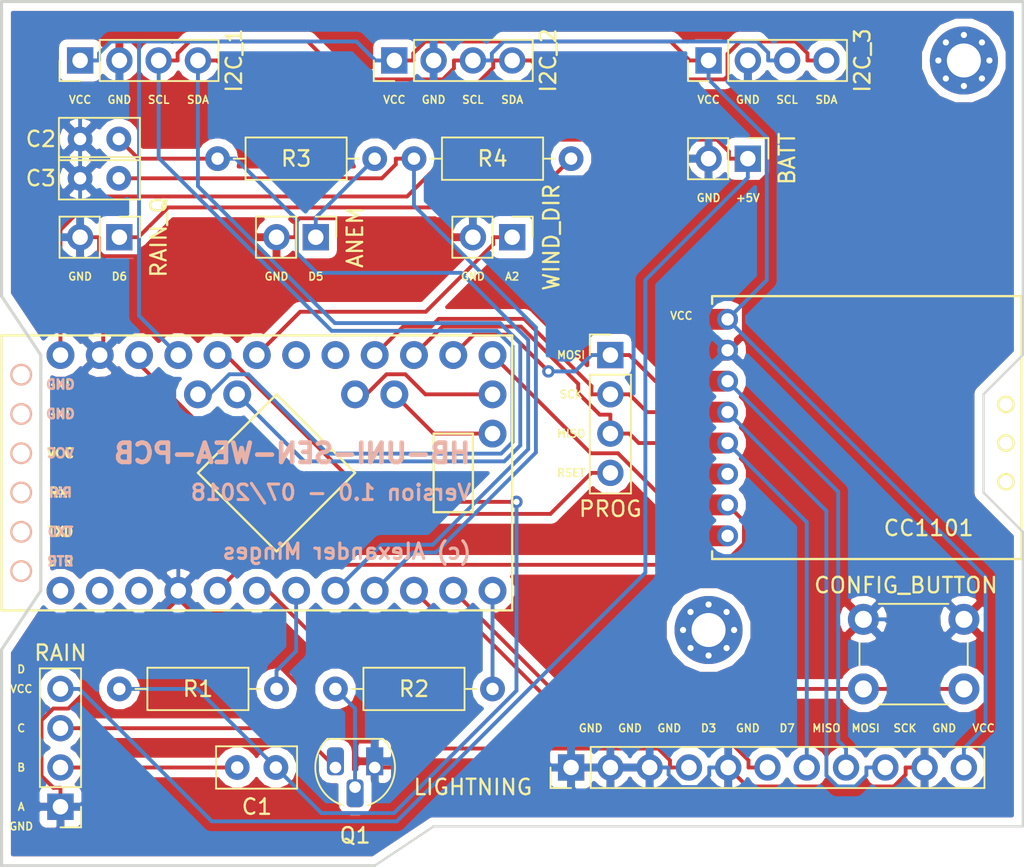
<source format=kicad_pcb>
(kicad_pcb (version 20171130) (host pcbnew 5.0.0)

  (general
    (thickness 1.6)
    (drawings 61)
    (tracks 303)
    (zones 0)
    (modules 23)
    (nets 31)
  )

  (page A4)
  (title_block
    (title HB-UNI-Sen-WEA)
    (date 2018-07-30)
    (rev 1.0)
    (company "Alexander Minges")
  )

  (layers
    (0 F.Cu signal)
    (31 B.Cu signal)
    (32 B.Adhes user hide)
    (33 F.Adhes user hide)
    (34 B.Paste user hide)
    (35 F.Paste user hide)
    (36 B.SilkS user)
    (37 F.SilkS user)
    (38 B.Mask user)
    (39 F.Mask user)
    (40 Dwgs.User user hide)
    (41 Cmts.User user hide)
    (42 Eco1.User user hide)
    (43 Eco2.User user hide)
    (44 Edge.Cuts user)
    (45 Margin user hide)
    (46 B.CrtYd user hide)
    (47 F.CrtYd user hide)
    (48 B.Fab user hide)
    (49 F.Fab user hide)
  )

  (setup
    (last_trace_width 0.25)
    (trace_clearance 0.25)
    (zone_clearance 0.508)
    (zone_45_only no)
    (trace_min 0.25)
    (segment_width 0.2)
    (edge_width 0.15)
    (via_size 0.8)
    (via_drill 0.4)
    (via_min_size 0.4)
    (via_min_drill 0.3)
    (uvia_size 0.3)
    (uvia_drill 0.1)
    (uvias_allowed no)
    (uvia_min_size 0.2)
    (uvia_min_drill 0.1)
    (pcb_text_width 0.3)
    (pcb_text_size 1.5 1.5)
    (mod_edge_width 0.15)
    (mod_text_size 1 1)
    (mod_text_width 0.15)
    (pad_size 1.524 1.524)
    (pad_drill 0.762)
    (pad_to_mask_clearance 0.2)
    (aux_axis_origin 0 0)
    (visible_elements FFFFFF7F)
    (pcbplotparams
      (layerselection 0x010fc_ffffffff)
      (usegerberextensions false)
      (usegerberattributes false)
      (usegerberadvancedattributes false)
      (creategerberjobfile false)
      (excludeedgelayer true)
      (linewidth 0.100000)
      (plotframeref false)
      (viasonmask false)
      (mode 1)
      (useauxorigin false)
      (hpglpennumber 1)
      (hpglpenspeed 20)
      (hpglpendiameter 15.000000)
      (psnegative false)
      (psa4output false)
      (plotreference true)
      (plotvalue true)
      (plotinvisibletext false)
      (padsonsilk false)
      (subtractmaskfromsilk false)
      (outputformat 1)
      (mirror false)
      (drillshape 0)
      (scaleselection 1)
      (outputdirectory "Gerber/"))
  )

  (net 0 "")
  (net 1 /B)
  (net 2 /A3)
  (net 3 /D5)
  (net 4 GND)
  (net 5 /D6)
  (net 6 /C)
  (net 7 +5V)
  (net 8 /RSET)
  (net 9 /MISO)
  (net 10 /SCK)
  (net 11 /MOSI)
  (net 12 /A2)
  (net 13 /VCC)
  (net 14 /SCL)
  (net 15 /SDA)
  (net 16 /D3)
  (net 17 /D7)
  (net 18 "Net-(J6-Pad1)")
  (net 19 "Net-(J7-Pad1)")
  (net 20 /D4)
  (net 21 /D9)
  (net 22 /D8)
  (net 23 "Net-(U1-Pad28)")
  (net 24 "Net-(U1-Pad27)")
  (net 25 /SS)
  (net 26 "Net-(U1-Pad5)")
  (net 27 "Net-(U1-Pad6)")
  (net 28 /D2)
  (net 29 "Net-(U2-Pad6)")
  (net 30 "Net-(Q1-Pad2)")

  (net_class Default "Dies ist die voreingestellte Netzklasse."
    (clearance 0.25)
    (trace_width 0.25)
    (via_dia 0.8)
    (via_drill 0.4)
    (uvia_dia 0.3)
    (uvia_drill 0.1)
    (diff_pair_gap 0.25)
    (diff_pair_width 0.25)
    (add_net +5V)
    (add_net /A2)
    (add_net /A3)
    (add_net /B)
    (add_net /C)
    (add_net /D2)
    (add_net /D3)
    (add_net /D4)
    (add_net /D5)
    (add_net /D6)
    (add_net /D7)
    (add_net /D8)
    (add_net /D9)
    (add_net /MISO)
    (add_net /MOSI)
    (add_net /RSET)
    (add_net /SCK)
    (add_net /SCL)
    (add_net /SDA)
    (add_net /SS)
    (add_net /VCC)
    (add_net GND)
    (add_net "Net-(J6-Pad1)")
    (add_net "Net-(J7-Pad1)")
    (add_net "Net-(Q1-Pad2)")
    (add_net "Net-(U1-Pad27)")
    (add_net "Net-(U1-Pad28)")
    (add_net "Net-(U1-Pad5)")
    (add_net "Net-(U1-Pad6)")
    (add_net "Net-(U2-Pad6)")
  )

  (module MountingHole:MountingHole_2.2mm_M2_Pad_Via (layer F.Cu) (tedit 5B606DF1) (tstamp 5B8260FD)
    (at 166.37 105.41)
    (descr "Mounting Hole 2.2mm, M2")
    (tags "mounting hole 2.2mm m2")
    (attr virtual)
    (fp_text reference REF** (at 0 -3.2) (layer F.SilkS) hide
      (effects (font (size 1 1) (thickness 0.15)))
    )
    (fp_text value MountingHole_2.2mm_M2_Pad_Via (at 0 3.2) (layer F.Fab)
      (effects (font (size 1 1) (thickness 0.15)))
    )
    (fp_text user %R (at 0.3 0) (layer F.Fab)
      (effects (font (size 1 1) (thickness 0.15)))
    )
    (fp_circle (center 0 0) (end 2.2 0) (layer Cmts.User) (width 0.15))
    (fp_circle (center 0 0) (end 2.45 0) (layer F.CrtYd) (width 0.05))
    (pad 1 thru_hole circle (at 0 0) (size 4.4 4.4) (drill 2.2) (layers *.Cu *.Mask))
    (pad 1 thru_hole circle (at 1.65 0) (size 0.7 0.7) (drill 0.4) (layers *.Cu *.Mask))
    (pad 1 thru_hole circle (at 1.166726 1.166726) (size 0.7 0.7) (drill 0.4) (layers *.Cu *.Mask))
    (pad 1 thru_hole circle (at 0 1.65) (size 0.7 0.7) (drill 0.4) (layers *.Cu *.Mask))
    (pad 1 thru_hole circle (at -1.166726 1.166726) (size 0.7 0.7) (drill 0.4) (layers *.Cu *.Mask))
    (pad 1 thru_hole circle (at -1.65 0) (size 0.7 0.7) (drill 0.4) (layers *.Cu *.Mask))
    (pad 1 thru_hole circle (at -1.166726 -1.166726) (size 0.7 0.7) (drill 0.4) (layers *.Cu *.Mask))
    (pad 1 thru_hole circle (at 0 -1.65) (size 0.7 0.7) (drill 0.4) (layers *.Cu *.Mask))
    (pad 1 thru_hole circle (at 1.166726 -1.166726) (size 0.7 0.7) (drill 0.4) (layers *.Cu *.Mask))
  )

  (module Homebrew:ArduinoProMini (layer F.Cu) (tedit 5AF60899) (tstamp 5B75480F)
    (at 153.67 86.36 180)
    (path /5B5F49B5)
    (fp_text reference U1 (at 3.81 -13.97 180) (layer F.SilkS) hide
      (effects (font (size 1 1) (thickness 0.15)))
    )
    (fp_text value ArduinoProMini (at 16.51 -8.89 180) (layer F.Fab)
      (effects (font (size 1 1) (thickness 0.15)))
    )
    (fp_text user GND (at 29.21 -3.175 180) (layer B.SilkS)
      (effects (font (size 0.6 0.6) (thickness 0.15)) (justify mirror))
    )
    (fp_text user GND (at 29.21 -5.08 180) (layer B.SilkS)
      (effects (font (size 0.6 0.6) (thickness 0.15)) (justify mirror))
    )
    (fp_text user VCC (at 29.21 -7.62 180) (layer F.SilkS)
      (effects (font (size 0.6 0.6) (thickness 0.15)))
    )
    (fp_text user RXI (at 29.21 -10.16 180) (layer F.SilkS)
      (effects (font (size 0.6 0.6) (thickness 0.15)))
    )
    (fp_text user TXD (at 29.21 -12.7 180) (layer F.SilkS)
      (effects (font (size 0.6 0.6) (thickness 0.15)))
    )
    (fp_text user DTR (at 29.21 -14.605 180) (layer F.SilkS)
      (effects (font (size 0.6 0.6) (thickness 0.15)))
    )
    (fp_text user GND (at 29.21 -3.175 180) (layer F.SilkS)
      (effects (font (size 0.6 0.6) (thickness 0.15)))
    )
    (fp_text user GND (at 29.21 -5.08 180) (layer F.SilkS)
      (effects (font (size 0.6 0.6) (thickness 0.15)))
    )
    (fp_text user VCC (at 29.21 -7.62 180) (layer B.SilkS)
      (effects (font (size 0.6 0.6) (thickness 0.15)) (justify mirror))
    )
    (fp_text user RXI (at 29.21 -10.16 180) (layer B.SilkS)
      (effects (font (size 0.6 0.6) (thickness 0.15)) (justify mirror))
    )
    (fp_text user TXD (at 29.21 -12.7 180) (layer B.SilkS)
      (effects (font (size 0.6 0.6) (thickness 0.15)) (justify mirror))
    )
    (fp_text user DTR (at 29.21 -14.605 180) (layer B.SilkS)
      (effects (font (size 0.6 0.6) (thickness 0.15)) (justify mirror))
    )
    (fp_circle (center 31.75 -2.54) (end 31.75 -1.905) (layer B.SilkS) (width 0.15))
    (fp_circle (center 31.75 -5.08) (end 31.75 -4.445) (layer B.SilkS) (width 0.15))
    (fp_circle (center 31.75 -7.62) (end 31.75 -6.985) (layer B.SilkS) (width 0.15))
    (fp_circle (center 31.75 -10.16) (end 31.75 -9.525) (layer B.SilkS) (width 0.15))
    (fp_circle (center 31.75 -12.7) (end 31.75 -12.065) (layer B.SilkS) (width 0.15))
    (fp_circle (center 31.75 -15.24) (end 31.75 -14.605) (layer B.SilkS) (width 0.15))
    (fp_circle (center 31.75 -2.54) (end 31.75 -1.905) (layer F.SilkS) (width 0.15))
    (fp_circle (center 31.75 -5.08) (end 31.75 -4.445) (layer F.SilkS) (width 0.15))
    (fp_circle (center 31.75 -7.62) (end 31.75 -6.985) (layer F.SilkS) (width 0.15))
    (fp_circle (center 31.75 -10.16) (end 31.75 -9.525) (layer F.SilkS) (width 0.15))
    (fp_circle (center 31.75 -12.7) (end 31.75 -12.065) (layer F.SilkS) (width 0.15))
    (fp_circle (center 31.75 -15.24) (end 31.75 -14.605) (layer F.SilkS) (width 0.15))
    (fp_line (start 2.54 -11.43) (end 2.54 -6.35) (layer F.SilkS) (width 0.15))
    (fp_line (start 2.54 -6.35) (end 5.08 -6.35) (layer F.SilkS) (width 0.15))
    (fp_line (start 5.08 -6.35) (end 5.08 -11.43) (layer F.SilkS) (width 0.15))
    (fp_line (start 5.08 -11.43) (end 2.54 -11.43) (layer F.SilkS) (width 0.15))
    (fp_line (start 15.24 -3.81) (end 20.32 -8.89) (layer F.SilkS) (width 0.15))
    (fp_line (start 20.32 -8.89) (end 15.24 -13.97) (layer F.SilkS) (width 0.15))
    (fp_line (start 15.24 -13.97) (end 10.16 -8.89) (layer F.SilkS) (width 0.15))
    (fp_line (start 10.16 -8.89) (end 15.24 -3.81) (layer F.SilkS) (width 0.15))
    (fp_line (start 0 0) (end 33.02 0) (layer F.SilkS) (width 0.15))
    (fp_line (start 33.02 0) (end 33.02 -17.78) (layer F.SilkS) (width 0.15))
    (fp_line (start 33.02 -17.78) (end 0 -17.78) (layer F.SilkS) (width 0.15))
    (fp_line (start 0 -17.78) (end 0 0) (layer F.SilkS) (width 0.15))
    (pad 28 thru_hole circle (at 10.16 -3.81 180) (size 1.8 1.8) (drill 1) (layers *.Cu *.Mask)
      (net 23 "Net-(U1-Pad28)"))
    (pad 27 thru_hole circle (at 7.62 -3.81 180) (size 1.8 1.8) (drill 1) (layers *.Cu *.Mask)
      (net 24 "Net-(U1-Pad27)"))
    (pad 27 thru_hole circle (at 1.27 -6.35 180) (size 1.8 1.8) (drill 1) (layers *.Cu *.Mask)
      (net 24 "Net-(U1-Pad27)"))
    (pad 28 thru_hole circle (at 1.27 -3.81 180) (size 1.8 1.8) (drill 1) (layers *.Cu *.Mask)
      (net 23 "Net-(U1-Pad28)"))
    (pad 1 thru_hole circle (at 1.27 -1.27 180) (size 1.8 1.8) (drill 1) (layers *.Cu *.Mask)
      (net 25 /SS))
    (pad 2 thru_hole circle (at 3.81 -1.27 180) (size 1.8 1.8) (drill 1) (layers *.Cu *.Mask)
      (net 11 /MOSI))
    (pad 3 thru_hole circle (at 6.35 -1.27 180) (size 1.8 1.8) (drill 1) (layers *.Cu *.Mask)
      (net 9 /MISO))
    (pad 4 thru_hole circle (at 8.89 -1.27 180) (size 1.8 1.8) (drill 1) (layers *.Cu *.Mask)
      (net 10 /SCK))
    (pad 5 thru_hole circle (at 11.43 -1.27 180) (size 1.8 1.8) (drill 1) (layers *.Cu *.Mask)
      (net 26 "Net-(U1-Pad5)"))
    (pad 6 thru_hole circle (at 13.97 -1.27 180) (size 1.8 1.8) (drill 1) (layers *.Cu *.Mask)
      (net 27 "Net-(U1-Pad6)"))
    (pad 7 thru_hole circle (at 16.51 -1.27 180) (size 1.8 1.8) (drill 1) (layers *.Cu *.Mask)
      (net 12 /A2))
    (pad 8 thru_hole circle (at 19.05 -1.27 180) (size 1.8 1.8) (drill 1) (layers *.Cu *.Mask)
      (net 2 /A3))
    (pad 9 thru_hole circle (at 21.59 -1.27 180) (size 1.8 1.8) (drill 1) (layers *.Cu *.Mask)
      (net 13 /VCC))
    (pad 10 thru_hole circle (at 24.13 -1.27 180) (size 1.8 1.8) (drill 1) (layers *.Cu *.Mask)
      (net 8 /RSET))
    (pad 11 thru_hole circle (at 26.67 -1.27 180) (size 1.8 1.8) (drill 1) (layers *.Cu *.Mask)
      (net 4 GND))
    (pad 12 thru_hole circle (at 29.21 -1.27 180) (size 1.8 1.8) (drill 1) (layers *.Cu *.Mask)
      (net 7 +5V))
    (pad 13 thru_hole circle (at 29.21 -16.51 180) (size 1.8 1.8) (drill 1) (layers *.Cu *.Mask))
    (pad 14 thru_hole circle (at 26.67 -16.51 180) (size 1.8 1.8) (drill 1) (layers *.Cu *.Mask))
    (pad 15 thru_hole circle (at 24.13 -16.51 180) (size 1.8 1.8) (drill 1) (layers *.Cu *.Mask))
    (pad 16 thru_hole circle (at 21.59 -16.51 180) (size 1.8 1.8) (drill 1) (layers *.Cu *.Mask)
      (net 4 GND))
    (pad 17 thru_hole circle (at 19.05 -16.51 180) (size 1.8 1.8) (drill 1) (layers *.Cu *.Mask)
      (net 28 /D2))
    (pad 18 thru_hole circle (at 16.51 -16.51 180) (size 1.8 1.8) (drill 1) (layers *.Cu *.Mask)
      (net 16 /D3))
    (pad 19 thru_hole circle (at 13.97 -16.51 180) (size 1.8 1.8) (drill 1) (layers *.Cu *.Mask)
      (net 20 /D4))
    (pad 20 thru_hole circle (at 11.43 -16.51 180) (size 1.8 1.8) (drill 1) (layers *.Cu *.Mask)
      (net 3 /D5))
    (pad 21 thru_hole circle (at 8.89 -16.51 180) (size 1.8 1.8) (drill 1) (layers *.Cu *.Mask)
      (net 5 /D6))
    (pad 22 thru_hole circle (at 6.35 -16.51 180) (size 1.8 1.8) (drill 1) (layers *.Cu *.Mask)
      (net 17 /D7))
    (pad 23 thru_hole circle (at 3.81 -16.51 180) (size 1.8 1.8) (drill 1) (layers *.Cu *.Mask)
      (net 22 /D8))
    (pad 24 thru_hole circle (at 1.27 -16.51 180) (size 1.8 1.8) (drill 1) (layers *.Cu *.Mask)
      (net 21 /D9))
    (pad 25 thru_hole circle (at 17.78 -3.81 180) (size 1.8 1.8) (drill 1) (layers *.Cu *.Mask)
      (net 15 /SDA))
    (pad 26 thru_hole circle (at 20.32 -3.81 180) (size 1.8 1.8) (drill 1) (layers *.Cu *.Mask)
      (net 14 /SCL))
  )

  (module Capacitor_THT:C_Disc_D5.0mm_W2.5mm_P2.50mm (layer F.Cu) (tedit 5AE50EF0) (tstamp 5B75463D)
    (at 135.89 114.3)
    (descr "C, Disc series, Radial, pin pitch=2.50mm, , diameter*width=5*2.5mm^2, Capacitor, http://cdn-reichelt.de/documents/datenblatt/B300/DS_KERKO_TC.pdf")
    (tags "C Disc series Radial pin pitch 2.50mm  diameter 5mm width 2.5mm Capacitor")
    (path /5B67369E)
    (fp_text reference C1 (at 1.27 2.54) (layer F.SilkS)
      (effects (font (size 1 1) (thickness 0.15)))
    )
    (fp_text value 1nF (at 1.25 2.5) (layer F.Fab)
      (effects (font (size 1 1) (thickness 0.15)))
    )
    (fp_line (start -1.25 -1.25) (end -1.25 1.25) (layer F.Fab) (width 0.1))
    (fp_line (start -1.25 1.25) (end 3.75 1.25) (layer F.Fab) (width 0.1))
    (fp_line (start 3.75 1.25) (end 3.75 -1.25) (layer F.Fab) (width 0.1))
    (fp_line (start 3.75 -1.25) (end -1.25 -1.25) (layer F.Fab) (width 0.1))
    (fp_line (start -1.37 -1.37) (end 3.87 -1.37) (layer F.SilkS) (width 0.12))
    (fp_line (start -1.37 1.37) (end 3.87 1.37) (layer F.SilkS) (width 0.12))
    (fp_line (start -1.37 -1.37) (end -1.37 1.37) (layer F.SilkS) (width 0.12))
    (fp_line (start 3.87 -1.37) (end 3.87 1.37) (layer F.SilkS) (width 0.12))
    (fp_line (start -1.5 -1.5) (end -1.5 1.5) (layer F.CrtYd) (width 0.05))
    (fp_line (start -1.5 1.5) (end 4 1.5) (layer F.CrtYd) (width 0.05))
    (fp_line (start 4 1.5) (end 4 -1.5) (layer F.CrtYd) (width 0.05))
    (fp_line (start 4 -1.5) (end -1.5 -1.5) (layer F.CrtYd) (width 0.05))
    (fp_text user %R (at 1.25 0) (layer F.Fab)
      (effects (font (size 1 1) (thickness 0.15)))
    )
    (pad 1 thru_hole circle (at 0 0) (size 1.6 1.6) (drill 0.8) (layers *.Cu *.Mask)
      (net 1 /B))
    (pad 2 thru_hole circle (at 2.5 0) (size 1.6 1.6) (drill 0.8) (layers *.Cu *.Mask)
      (net 2 /A3))
    (model ${KISYS3DMOD}/Capacitor_THT.3dshapes/C_Disc_D5.0mm_W2.5mm_P2.50mm.wrl
      (at (xyz 0 0 0))
      (scale (xyz 1 1 1))
      (rotate (xyz 0 0 0))
    )
  )

  (module Capacitor_THT:C_Disc_D5.0mm_W2.5mm_P2.50mm (layer F.Cu) (tedit 5AE50EF0) (tstamp 5B754650)
    (at 125.73 73.66)
    (descr "C, Disc series, Radial, pin pitch=2.50mm, , diameter*width=5*2.5mm^2, Capacitor, http://cdn-reichelt.de/documents/datenblatt/B300/DS_KERKO_TC.pdf")
    (tags "C Disc series Radial pin pitch 2.50mm  diameter 5mm width 2.5mm Capacitor")
    (path /5B7D9F53)
    (fp_text reference C2 (at -2.54 0) (layer F.SilkS)
      (effects (font (size 1 1) (thickness 0.15)))
    )
    (fp_text value 100nF (at 1.25 2.5) (layer F.Fab)
      (effects (font (size 1 1) (thickness 0.15)))
    )
    (fp_text user %R (at 1.25 0) (layer F.Fab)
      (effects (font (size 1 1) (thickness 0.15)))
    )
    (fp_line (start 4 -1.5) (end -1.5 -1.5) (layer F.CrtYd) (width 0.05))
    (fp_line (start 4 1.5) (end 4 -1.5) (layer F.CrtYd) (width 0.05))
    (fp_line (start -1.5 1.5) (end 4 1.5) (layer F.CrtYd) (width 0.05))
    (fp_line (start -1.5 -1.5) (end -1.5 1.5) (layer F.CrtYd) (width 0.05))
    (fp_line (start 3.87 -1.37) (end 3.87 1.37) (layer F.SilkS) (width 0.12))
    (fp_line (start -1.37 -1.37) (end -1.37 1.37) (layer F.SilkS) (width 0.12))
    (fp_line (start -1.37 1.37) (end 3.87 1.37) (layer F.SilkS) (width 0.12))
    (fp_line (start -1.37 -1.37) (end 3.87 -1.37) (layer F.SilkS) (width 0.12))
    (fp_line (start 3.75 -1.25) (end -1.25 -1.25) (layer F.Fab) (width 0.1))
    (fp_line (start 3.75 1.25) (end 3.75 -1.25) (layer F.Fab) (width 0.1))
    (fp_line (start -1.25 1.25) (end 3.75 1.25) (layer F.Fab) (width 0.1))
    (fp_line (start -1.25 -1.25) (end -1.25 1.25) (layer F.Fab) (width 0.1))
    (pad 2 thru_hole circle (at 2.5 0) (size 1.6 1.6) (drill 0.8) (layers *.Cu *.Mask)
      (net 3 /D5))
    (pad 1 thru_hole circle (at 0 0) (size 1.6 1.6) (drill 0.8) (layers *.Cu *.Mask)
      (net 4 GND))
    (model ${KISYS3DMOD}/Capacitor_THT.3dshapes/C_Disc_D5.0mm_W2.5mm_P2.50mm.wrl
      (at (xyz 0 0 0))
      (scale (xyz 1 1 1))
      (rotate (xyz 0 0 0))
    )
  )

  (module Capacitor_THT:C_Disc_D5.0mm_W2.5mm_P2.50mm (layer F.Cu) (tedit 5AE50EF0) (tstamp 5B754663)
    (at 125.73 76.2)
    (descr "C, Disc series, Radial, pin pitch=2.50mm, , diameter*width=5*2.5mm^2, Capacitor, http://cdn-reichelt.de/documents/datenblatt/B300/DS_KERKO_TC.pdf")
    (tags "C Disc series Radial pin pitch 2.50mm  diameter 5mm width 2.5mm Capacitor")
    (path /5B82553A)
    (fp_text reference C3 (at -2.54 0) (layer F.SilkS)
      (effects (font (size 1 1) (thickness 0.15)))
    )
    (fp_text value 100nF (at 1.25 2.5) (layer F.Fab)
      (effects (font (size 1 1) (thickness 0.15)))
    )
    (fp_line (start -1.25 -1.25) (end -1.25 1.25) (layer F.Fab) (width 0.1))
    (fp_line (start -1.25 1.25) (end 3.75 1.25) (layer F.Fab) (width 0.1))
    (fp_line (start 3.75 1.25) (end 3.75 -1.25) (layer F.Fab) (width 0.1))
    (fp_line (start 3.75 -1.25) (end -1.25 -1.25) (layer F.Fab) (width 0.1))
    (fp_line (start -1.37 -1.37) (end 3.87 -1.37) (layer F.SilkS) (width 0.12))
    (fp_line (start -1.37 1.37) (end 3.87 1.37) (layer F.SilkS) (width 0.12))
    (fp_line (start -1.37 -1.37) (end -1.37 1.37) (layer F.SilkS) (width 0.12))
    (fp_line (start 3.87 -1.37) (end 3.87 1.37) (layer F.SilkS) (width 0.12))
    (fp_line (start -1.5 -1.5) (end -1.5 1.5) (layer F.CrtYd) (width 0.05))
    (fp_line (start -1.5 1.5) (end 4 1.5) (layer F.CrtYd) (width 0.05))
    (fp_line (start 4 1.5) (end 4 -1.5) (layer F.CrtYd) (width 0.05))
    (fp_line (start 4 -1.5) (end -1.5 -1.5) (layer F.CrtYd) (width 0.05))
    (fp_text user %R (at 1.25 0) (layer F.Fab)
      (effects (font (size 1 1) (thickness 0.15)))
    )
    (pad 1 thru_hole circle (at 0 0) (size 1.6 1.6) (drill 0.8) (layers *.Cu *.Mask)
      (net 4 GND))
    (pad 2 thru_hole circle (at 2.5 0) (size 1.6 1.6) (drill 0.8) (layers *.Cu *.Mask)
      (net 5 /D6))
    (model ${KISYS3DMOD}/Capacitor_THT.3dshapes/C_Disc_D5.0mm_W2.5mm_P2.50mm.wrl
      (at (xyz 0 0 0))
      (scale (xyz 1 1 1))
      (rotate (xyz 0 0 0))
    )
  )

  (module Connector_PinHeader_2.54mm:PinHeader_1x04_P2.54mm_Vertical (layer F.Cu) (tedit 5B601F3E) (tstamp 5B75467B)
    (at 124.46 116.84 180)
    (descr "Through hole straight pin header, 1x04, 2.54mm pitch, single row")
    (tags "Through hole pin header THT 1x04 2.54mm single row")
    (path /5B694463)
    (fp_text reference J1 (at 0 -2.33 180) (layer F.SilkS) hide
      (effects (font (size 1 1) (thickness 0.15)))
    )
    (fp_text value RAIN (at 0 9.95 180) (layer F.SilkS)
      (effects (font (size 1 1) (thickness 0.15)))
    )
    (fp_line (start -0.635 -1.27) (end 1.27 -1.27) (layer F.Fab) (width 0.1))
    (fp_line (start 1.27 -1.27) (end 1.27 8.89) (layer F.Fab) (width 0.1))
    (fp_line (start 1.27 8.89) (end -1.27 8.89) (layer F.Fab) (width 0.1))
    (fp_line (start -1.27 8.89) (end -1.27 -0.635) (layer F.Fab) (width 0.1))
    (fp_line (start -1.27 -0.635) (end -0.635 -1.27) (layer F.Fab) (width 0.1))
    (fp_line (start -1.33 8.95) (end 1.33 8.95) (layer F.SilkS) (width 0.12))
    (fp_line (start -1.33 1.27) (end -1.33 8.95) (layer F.SilkS) (width 0.12))
    (fp_line (start 1.33 1.27) (end 1.33 8.95) (layer F.SilkS) (width 0.12))
    (fp_line (start -1.33 1.27) (end 1.33 1.27) (layer F.SilkS) (width 0.12))
    (fp_line (start -1.33 0) (end -1.33 -1.33) (layer F.SilkS) (width 0.12))
    (fp_line (start -1.33 -1.33) (end 0 -1.33) (layer F.SilkS) (width 0.12))
    (fp_line (start -1.8 -1.8) (end -1.8 9.4) (layer F.CrtYd) (width 0.05))
    (fp_line (start -1.8 9.4) (end 1.8 9.4) (layer F.CrtYd) (width 0.05))
    (fp_line (start 1.8 9.4) (end 1.8 -1.8) (layer F.CrtYd) (width 0.05))
    (fp_line (start 1.8 -1.8) (end -1.8 -1.8) (layer F.CrtYd) (width 0.05))
    (fp_text user %R (at 0 3.81 270) (layer F.Fab)
      (effects (font (size 1 1) (thickness 0.15)))
    )
    (pad 1 thru_hole rect (at 0 0 180) (size 1.7 1.7) (drill 1) (layers *.Cu *.Mask)
      (net 4 GND))
    (pad 2 thru_hole oval (at 0 2.54 180) (size 1.7 1.7) (drill 1) (layers *.Cu *.Mask)
      (net 1 /B))
    (pad 3 thru_hole oval (at 0 5.08 180) (size 1.7 1.7) (drill 1) (layers *.Cu *.Mask)
      (net 6 /C))
    (pad 4 thru_hole oval (at 0 7.62 180) (size 1.7 1.7) (drill 1) (layers *.Cu *.Mask)
      (net 7 +5V))
    (model ${KISYS3DMOD}/Connector_PinHeader_2.54mm.3dshapes/PinHeader_1x04_P2.54mm_Vertical.wrl
      (at (xyz 0 0 0))
      (scale (xyz 1 1 1))
      (rotate (xyz 0 0 0))
    )
  )

  (module Connector_PinHeader_2.54mm:PinHeader_1x04_P2.54mm_Vertical (layer F.Cu) (tedit 5B601EF5) (tstamp 5B754693)
    (at 160.02 87.63)
    (descr "Through hole straight pin header, 1x04, 2.54mm pitch, single row")
    (tags "Through hole pin header THT 1x04 2.54mm single row")
    (path /5B770F03)
    (fp_text reference J2 (at 0 -2.33) (layer F.SilkS) hide
      (effects (font (size 1 1) (thickness 0.15)))
    )
    (fp_text value PROG (at 0 9.95) (layer F.SilkS)
      (effects (font (size 1 1) (thickness 0.15)))
    )
    (fp_text user %R (at 0 3.81 90) (layer F.Fab)
      (effects (font (size 1 1) (thickness 0.15)))
    )
    (fp_line (start 1.8 -1.8) (end -1.8 -1.8) (layer F.CrtYd) (width 0.05))
    (fp_line (start 1.8 9.4) (end 1.8 -1.8) (layer F.CrtYd) (width 0.05))
    (fp_line (start -1.8 9.4) (end 1.8 9.4) (layer F.CrtYd) (width 0.05))
    (fp_line (start -1.8 -1.8) (end -1.8 9.4) (layer F.CrtYd) (width 0.05))
    (fp_line (start -1.33 -1.33) (end 0 -1.33) (layer F.SilkS) (width 0.12))
    (fp_line (start -1.33 0) (end -1.33 -1.33) (layer F.SilkS) (width 0.12))
    (fp_line (start -1.33 1.27) (end 1.33 1.27) (layer F.SilkS) (width 0.12))
    (fp_line (start 1.33 1.27) (end 1.33 8.95) (layer F.SilkS) (width 0.12))
    (fp_line (start -1.33 1.27) (end -1.33 8.95) (layer F.SilkS) (width 0.12))
    (fp_line (start -1.33 8.95) (end 1.33 8.95) (layer F.SilkS) (width 0.12))
    (fp_line (start -1.27 -0.635) (end -0.635 -1.27) (layer F.Fab) (width 0.1))
    (fp_line (start -1.27 8.89) (end -1.27 -0.635) (layer F.Fab) (width 0.1))
    (fp_line (start 1.27 8.89) (end -1.27 8.89) (layer F.Fab) (width 0.1))
    (fp_line (start 1.27 -1.27) (end 1.27 8.89) (layer F.Fab) (width 0.1))
    (fp_line (start -0.635 -1.27) (end 1.27 -1.27) (layer F.Fab) (width 0.1))
    (pad 4 thru_hole oval (at 0 7.62) (size 1.7 1.7) (drill 1) (layers *.Cu *.Mask)
      (net 8 /RSET))
    (pad 3 thru_hole oval (at 0 5.08) (size 1.7 1.7) (drill 1) (layers *.Cu *.Mask)
      (net 9 /MISO))
    (pad 2 thru_hole oval (at 0 2.54) (size 1.7 1.7) (drill 1) (layers *.Cu *.Mask)
      (net 10 /SCK))
    (pad 1 thru_hole rect (at 0 0) (size 1.7 1.7) (drill 1) (layers *.Cu *.Mask)
      (net 11 /MOSI))
    (model ${KISYS3DMOD}/Connector_PinHeader_2.54mm.3dshapes/PinHeader_1x04_P2.54mm_Vertical.wrl
      (at (xyz 0 0 0))
      (scale (xyz 1 1 1))
      (rotate (xyz 0 0 0))
    )
  )

  (module Connector_PinHeader_2.54mm:PinHeader_1x02_P2.54mm_Vertical (layer F.Cu) (tedit 5B601EE0) (tstamp 5B7546A9)
    (at 153.67 80.01 270)
    (descr "Through hole straight pin header, 1x02, 2.54mm pitch, single row")
    (tags "Through hole pin header THT 1x02 2.54mm single row")
    (path /5B83CDAF)
    (fp_text reference J3 (at 0 -2.33 270) (layer F.SilkS) hide
      (effects (font (size 1 1) (thickness 0.15)))
    )
    (fp_text value WIND_DIR (at 0 -2.54 90) (layer F.SilkS)
      (effects (font (size 1 1) (thickness 0.15)))
    )
    (fp_line (start -0.635 -1.27) (end 1.27 -1.27) (layer F.Fab) (width 0.1))
    (fp_line (start 1.27 -1.27) (end 1.27 3.81) (layer F.Fab) (width 0.1))
    (fp_line (start 1.27 3.81) (end -1.27 3.81) (layer F.Fab) (width 0.1))
    (fp_line (start -1.27 3.81) (end -1.27 -0.635) (layer F.Fab) (width 0.1))
    (fp_line (start -1.27 -0.635) (end -0.635 -1.27) (layer F.Fab) (width 0.1))
    (fp_line (start -1.33 3.87) (end 1.33 3.87) (layer F.SilkS) (width 0.12))
    (fp_line (start -1.33 1.27) (end -1.33 3.87) (layer F.SilkS) (width 0.12))
    (fp_line (start 1.33 1.27) (end 1.33 3.87) (layer F.SilkS) (width 0.12))
    (fp_line (start -1.33 1.27) (end 1.33 1.27) (layer F.SilkS) (width 0.12))
    (fp_line (start -1.33 0) (end -1.33 -1.33) (layer F.SilkS) (width 0.12))
    (fp_line (start -1.33 -1.33) (end 0 -1.33) (layer F.SilkS) (width 0.12))
    (fp_line (start -1.8 -1.8) (end -1.8 4.35) (layer F.CrtYd) (width 0.05))
    (fp_line (start -1.8 4.35) (end 1.8 4.35) (layer F.CrtYd) (width 0.05))
    (fp_line (start 1.8 4.35) (end 1.8 -1.8) (layer F.CrtYd) (width 0.05))
    (fp_line (start 1.8 -1.8) (end -1.8 -1.8) (layer F.CrtYd) (width 0.05))
    (fp_text user %R (at 0 1.27) (layer F.Fab)
      (effects (font (size 1 1) (thickness 0.15)))
    )
    (pad 1 thru_hole rect (at 0 0 270) (size 1.7 1.7) (drill 1) (layers *.Cu *.Mask)
      (net 12 /A2))
    (pad 2 thru_hole oval (at 0 2.54 270) (size 1.7 1.7) (drill 1) (layers *.Cu *.Mask)
      (net 4 GND))
    (model ${KISYS3DMOD}/Connector_PinHeader_2.54mm.3dshapes/PinHeader_1x02_P2.54mm_Vertical.wrl
      (at (xyz 0 0 0))
      (scale (xyz 1 1 1))
      (rotate (xyz 0 0 0))
    )
  )

  (module Connector_PinHeader_2.54mm:PinHeader_1x04_P2.54mm_Vertical (layer F.Cu) (tedit 5B601E74) (tstamp 5B7546C1)
    (at 125.73 68.58 90)
    (descr "Through hole straight pin header, 1x04, 2.54mm pitch, single row")
    (tags "Through hole pin header THT 1x04 2.54mm single row")
    (path /5B730E43)
    (fp_text reference J4 (at 0 -2.33 90) (layer F.SilkS) hide
      (effects (font (size 1 1) (thickness 0.15)))
    )
    (fp_text value I2C_1 (at 0 9.95 90) (layer F.SilkS)
      (effects (font (size 1 1) (thickness 0.15)))
    )
    (fp_line (start -0.635 -1.27) (end 1.27 -1.27) (layer F.Fab) (width 0.1))
    (fp_line (start 1.27 -1.27) (end 1.27 8.89) (layer F.Fab) (width 0.1))
    (fp_line (start 1.27 8.89) (end -1.27 8.89) (layer F.Fab) (width 0.1))
    (fp_line (start -1.27 8.89) (end -1.27 -0.635) (layer F.Fab) (width 0.1))
    (fp_line (start -1.27 -0.635) (end -0.635 -1.27) (layer F.Fab) (width 0.1))
    (fp_line (start -1.33 8.95) (end 1.33 8.95) (layer F.SilkS) (width 0.12))
    (fp_line (start -1.33 1.27) (end -1.33 8.95) (layer F.SilkS) (width 0.12))
    (fp_line (start 1.33 1.27) (end 1.33 8.95) (layer F.SilkS) (width 0.12))
    (fp_line (start -1.33 1.27) (end 1.33 1.27) (layer F.SilkS) (width 0.12))
    (fp_line (start -1.33 0) (end -1.33 -1.33) (layer F.SilkS) (width 0.12))
    (fp_line (start -1.33 -1.33) (end 0 -1.33) (layer F.SilkS) (width 0.12))
    (fp_line (start -1.8 -1.8) (end -1.8 9.4) (layer F.CrtYd) (width 0.05))
    (fp_line (start -1.8 9.4) (end 1.8 9.4) (layer F.CrtYd) (width 0.05))
    (fp_line (start 1.8 9.4) (end 1.8 -1.8) (layer F.CrtYd) (width 0.05))
    (fp_line (start 1.8 -1.8) (end -1.8 -1.8) (layer F.CrtYd) (width 0.05))
    (fp_text user %R (at 0 3.81 180) (layer F.Fab)
      (effects (font (size 1 1) (thickness 0.15)))
    )
    (pad 1 thru_hole rect (at 0 0 90) (size 1.7 1.7) (drill 1) (layers *.Cu *.Mask)
      (net 13 /VCC))
    (pad 2 thru_hole oval (at 0 2.54 90) (size 1.7 1.7) (drill 1) (layers *.Cu *.Mask)
      (net 4 GND))
    (pad 3 thru_hole oval (at 0 5.08 90) (size 1.7 1.7) (drill 1) (layers *.Cu *.Mask)
      (net 14 /SCL))
    (pad 4 thru_hole oval (at 0 7.62 90) (size 1.7 1.7) (drill 1) (layers *.Cu *.Mask)
      (net 15 /SDA))
    (model ${KISYS3DMOD}/Connector_PinHeader_2.54mm.3dshapes/PinHeader_1x04_P2.54mm_Vertical.wrl
      (at (xyz 0 0 0))
      (scale (xyz 1 1 1))
      (rotate (xyz 0 0 0))
    )
  )

  (module Connector_PinHeader_2.54mm:PinHeader_1x11_P2.54mm_Vertical (layer F.Cu) (tedit 5B601F17) (tstamp 5B7546E0)
    (at 157.48 114.3 90)
    (descr "Through hole straight pin header, 1x11, 2.54mm pitch, single row")
    (tags "Through hole pin header THT 1x11 2.54mm single row")
    (path /5B60F52F)
    (fp_text reference J5 (at 0 -2.33 90) (layer F.SilkS) hide
      (effects (font (size 1 1) (thickness 0.15)))
    )
    (fp_text value LIGHTNING (at -1.27 -6.35 180) (layer F.SilkS)
      (effects (font (size 1 1) (thickness 0.15)))
    )
    (fp_line (start -0.635 -1.27) (end 1.27 -1.27) (layer F.Fab) (width 0.1))
    (fp_line (start 1.27 -1.27) (end 1.27 26.67) (layer F.Fab) (width 0.1))
    (fp_line (start 1.27 26.67) (end -1.27 26.67) (layer F.Fab) (width 0.1))
    (fp_line (start -1.27 26.67) (end -1.27 -0.635) (layer F.Fab) (width 0.1))
    (fp_line (start -1.27 -0.635) (end -0.635 -1.27) (layer F.Fab) (width 0.1))
    (fp_line (start -1.33 26.73) (end 1.33 26.73) (layer F.SilkS) (width 0.12))
    (fp_line (start -1.33 1.27) (end -1.33 26.73) (layer F.SilkS) (width 0.12))
    (fp_line (start 1.33 1.27) (end 1.33 26.73) (layer F.SilkS) (width 0.12))
    (fp_line (start -1.33 1.27) (end 1.33 1.27) (layer F.SilkS) (width 0.12))
    (fp_line (start -1.33 0) (end -1.33 -1.33) (layer F.SilkS) (width 0.12))
    (fp_line (start -1.33 -1.33) (end 0 -1.33) (layer F.SilkS) (width 0.12))
    (fp_line (start -1.8 -1.8) (end -1.8 27.2) (layer F.CrtYd) (width 0.05))
    (fp_line (start -1.8 27.2) (end 1.8 27.2) (layer F.CrtYd) (width 0.05))
    (fp_line (start 1.8 27.2) (end 1.8 -1.8) (layer F.CrtYd) (width 0.05))
    (fp_line (start 1.8 -1.8) (end -1.8 -1.8) (layer F.CrtYd) (width 0.05))
    (fp_text user %R (at 0 12.7 180) (layer F.Fab)
      (effects (font (size 1 1) (thickness 0.15)))
    )
    (pad 1 thru_hole rect (at 0 0 90) (size 1.7 1.7) (drill 1) (layers *.Cu *.Mask)
      (net 4 GND))
    (pad 2 thru_hole oval (at 0 2.54 90) (size 1.7 1.7) (drill 1) (layers *.Cu *.Mask)
      (net 4 GND))
    (pad 3 thru_hole oval (at 0 5.08 90) (size 1.7 1.7) (drill 1) (layers *.Cu *.Mask)
      (net 4 GND))
    (pad 4 thru_hole oval (at 0 7.62 90) (size 1.7 1.7) (drill 1) (layers *.Cu *.Mask)
      (net 16 /D3))
    (pad 5 thru_hole oval (at 0 10.16 90) (size 1.7 1.7) (drill 1) (layers *.Cu *.Mask)
      (net 4 GND))
    (pad 6 thru_hole oval (at 0 12.7 90) (size 1.7 1.7) (drill 1) (layers *.Cu *.Mask)
      (net 17 /D7))
    (pad 7 thru_hole oval (at 0 15.24 90) (size 1.7 1.7) (drill 1) (layers *.Cu *.Mask)
      (net 9 /MISO))
    (pad 8 thru_hole oval (at 0 17.78 90) (size 1.7 1.7) (drill 1) (layers *.Cu *.Mask)
      (net 11 /MOSI))
    (pad 9 thru_hole oval (at 0 20.32 90) (size 1.7 1.7) (drill 1) (layers *.Cu *.Mask)
      (net 10 /SCK))
    (pad 10 thru_hole oval (at 0 22.86 90) (size 1.7 1.7) (drill 1) (layers *.Cu *.Mask)
      (net 4 GND))
    (pad 11 thru_hole oval (at 0 25.4 90) (size 1.7 1.7) (drill 1) (layers *.Cu *.Mask)
      (net 13 /VCC))
    (model ${KISYS3DMOD}/Connector_PinHeader_2.54mm.3dshapes/PinHeader_1x11_P2.54mm_Vertical.wrl
      (at (xyz 0 0 0))
      (scale (xyz 1 1 1))
      (rotate (xyz 0 0 0))
    )
  )

  (module Connector_PinHeader_2.54mm:PinHeader_1x02_P2.54mm_Vertical (layer F.Cu) (tedit 5B601FB8) (tstamp 5B7557B5)
    (at 140.97 80.01 270)
    (descr "Through hole straight pin header, 1x02, 2.54mm pitch, single row")
    (tags "Through hole pin header THT 1x02 2.54mm single row")
    (path /5B606219)
    (fp_text reference J6 (at 0 -2.33 270) (layer F.SilkS) hide
      (effects (font (size 1 1) (thickness 0.15)))
    )
    (fp_text value ANEM (at 0 -2.54 90) (layer F.SilkS)
      (effects (font (size 1 1) (thickness 0.15)))
    )
    (fp_text user %R (at 0 1.27) (layer F.Fab)
      (effects (font (size 1 1) (thickness 0.15)))
    )
    (fp_line (start 1.8 -1.8) (end -1.8 -1.8) (layer F.CrtYd) (width 0.05))
    (fp_line (start 1.8 4.35) (end 1.8 -1.8) (layer F.CrtYd) (width 0.05))
    (fp_line (start -1.8 4.35) (end 1.8 4.35) (layer F.CrtYd) (width 0.05))
    (fp_line (start -1.8 -1.8) (end -1.8 4.35) (layer F.CrtYd) (width 0.05))
    (fp_line (start -1.33 -1.33) (end 0 -1.33) (layer F.SilkS) (width 0.12))
    (fp_line (start -1.33 0) (end -1.33 -1.33) (layer F.SilkS) (width 0.12))
    (fp_line (start -1.33 1.27) (end 1.33 1.27) (layer F.SilkS) (width 0.12))
    (fp_line (start 1.33 1.27) (end 1.33 3.87) (layer F.SilkS) (width 0.12))
    (fp_line (start -1.33 1.27) (end -1.33 3.87) (layer F.SilkS) (width 0.12))
    (fp_line (start -1.33 3.87) (end 1.33 3.87) (layer F.SilkS) (width 0.12))
    (fp_line (start -1.27 -0.635) (end -0.635 -1.27) (layer F.Fab) (width 0.1))
    (fp_line (start -1.27 3.81) (end -1.27 -0.635) (layer F.Fab) (width 0.1))
    (fp_line (start 1.27 3.81) (end -1.27 3.81) (layer F.Fab) (width 0.1))
    (fp_line (start 1.27 -1.27) (end 1.27 3.81) (layer F.Fab) (width 0.1))
    (fp_line (start -0.635 -1.27) (end 1.27 -1.27) (layer F.Fab) (width 0.1))
    (pad 2 thru_hole oval (at 0 2.54 270) (size 1.7 1.7) (drill 1) (layers *.Cu *.Mask)
      (net 4 GND))
    (pad 1 thru_hole rect (at 0 0 270) (size 1.7 1.7) (drill 1) (layers *.Cu *.Mask)
      (net 18 "Net-(J6-Pad1)"))
    (model ${KISYS3DMOD}/Connector_PinHeader_2.54mm.3dshapes/PinHeader_1x02_P2.54mm_Vertical.wrl
      (at (xyz 0 0 0))
      (scale (xyz 1 1 1))
      (rotate (xyz 0 0 0))
    )
  )

  (module Connector_PinHeader_2.54mm:PinHeader_1x02_P2.54mm_Vertical (layer F.Cu) (tedit 5B601EC4) (tstamp 5B75470C)
    (at 128.27 80.01 270)
    (descr "Through hole straight pin header, 1x02, 2.54mm pitch, single row")
    (tags "Through hole pin header THT 1x02 2.54mm single row")
    (path /5B825526)
    (fp_text reference J7 (at 0 -2.33 270) (layer F.SilkS) hide
      (effects (font (size 1 1) (thickness 0.15)))
    )
    (fp_text value RAIN_Q (at 0 -2.54 90) (layer F.SilkS)
      (effects (font (size 1 1) (thickness 0.15)))
    )
    (fp_line (start -0.635 -1.27) (end 1.27 -1.27) (layer F.Fab) (width 0.1))
    (fp_line (start 1.27 -1.27) (end 1.27 3.81) (layer F.Fab) (width 0.1))
    (fp_line (start 1.27 3.81) (end -1.27 3.81) (layer F.Fab) (width 0.1))
    (fp_line (start -1.27 3.81) (end -1.27 -0.635) (layer F.Fab) (width 0.1))
    (fp_line (start -1.27 -0.635) (end -0.635 -1.27) (layer F.Fab) (width 0.1))
    (fp_line (start -1.33 3.87) (end 1.33 3.87) (layer F.SilkS) (width 0.12))
    (fp_line (start -1.33 1.27) (end -1.33 3.87) (layer F.SilkS) (width 0.12))
    (fp_line (start 1.33 1.27) (end 1.33 3.87) (layer F.SilkS) (width 0.12))
    (fp_line (start -1.33 1.27) (end 1.33 1.27) (layer F.SilkS) (width 0.12))
    (fp_line (start -1.33 0) (end -1.33 -1.33) (layer F.SilkS) (width 0.12))
    (fp_line (start -1.33 -1.33) (end 0 -1.33) (layer F.SilkS) (width 0.12))
    (fp_line (start -1.8 -1.8) (end -1.8 4.35) (layer F.CrtYd) (width 0.05))
    (fp_line (start -1.8 4.35) (end 1.8 4.35) (layer F.CrtYd) (width 0.05))
    (fp_line (start 1.8 4.35) (end 1.8 -1.8) (layer F.CrtYd) (width 0.05))
    (fp_line (start 1.8 -1.8) (end -1.8 -1.8) (layer F.CrtYd) (width 0.05))
    (fp_text user %R (at 0 1.27) (layer F.Fab)
      (effects (font (size 1 1) (thickness 0.15)))
    )
    (pad 1 thru_hole rect (at 0 0 270) (size 1.7 1.7) (drill 1) (layers *.Cu *.Mask)
      (net 19 "Net-(J7-Pad1)"))
    (pad 2 thru_hole oval (at 0 2.54 270) (size 1.7 1.7) (drill 1) (layers *.Cu *.Mask)
      (net 4 GND))
    (model ${KISYS3DMOD}/Connector_PinHeader_2.54mm.3dshapes/PinHeader_1x02_P2.54mm_Vertical.wrl
      (at (xyz 0 0 0))
      (scale (xyz 1 1 1))
      (rotate (xyz 0 0 0))
    )
  )

  (module Connector_PinHeader_2.54mm:PinHeader_1x04_P2.54mm_Vertical (layer F.Cu) (tedit 5B601E68) (tstamp 5B754724)
    (at 146.05 68.58 90)
    (descr "Through hole straight pin header, 1x04, 2.54mm pitch, single row")
    (tags "Through hole pin header THT 1x04 2.54mm single row")
    (path /5B73101E)
    (fp_text reference J8 (at 0 -2.33 90) (layer F.SilkS) hide
      (effects (font (size 1 1) (thickness 0.15)))
    )
    (fp_text value I2C_2 (at 0 9.95 90) (layer F.SilkS)
      (effects (font (size 1 1) (thickness 0.15)))
    )
    (fp_text user %R (at 0 3.81 180) (layer F.Fab)
      (effects (font (size 1 1) (thickness 0.15)))
    )
    (fp_line (start 1.8 -1.8) (end -1.8 -1.8) (layer F.CrtYd) (width 0.05))
    (fp_line (start 1.8 9.4) (end 1.8 -1.8) (layer F.CrtYd) (width 0.05))
    (fp_line (start -1.8 9.4) (end 1.8 9.4) (layer F.CrtYd) (width 0.05))
    (fp_line (start -1.8 -1.8) (end -1.8 9.4) (layer F.CrtYd) (width 0.05))
    (fp_line (start -1.33 -1.33) (end 0 -1.33) (layer F.SilkS) (width 0.12))
    (fp_line (start -1.33 0) (end -1.33 -1.33) (layer F.SilkS) (width 0.12))
    (fp_line (start -1.33 1.27) (end 1.33 1.27) (layer F.SilkS) (width 0.12))
    (fp_line (start 1.33 1.27) (end 1.33 8.95) (layer F.SilkS) (width 0.12))
    (fp_line (start -1.33 1.27) (end -1.33 8.95) (layer F.SilkS) (width 0.12))
    (fp_line (start -1.33 8.95) (end 1.33 8.95) (layer F.SilkS) (width 0.12))
    (fp_line (start -1.27 -0.635) (end -0.635 -1.27) (layer F.Fab) (width 0.1))
    (fp_line (start -1.27 8.89) (end -1.27 -0.635) (layer F.Fab) (width 0.1))
    (fp_line (start 1.27 8.89) (end -1.27 8.89) (layer F.Fab) (width 0.1))
    (fp_line (start 1.27 -1.27) (end 1.27 8.89) (layer F.Fab) (width 0.1))
    (fp_line (start -0.635 -1.27) (end 1.27 -1.27) (layer F.Fab) (width 0.1))
    (pad 4 thru_hole oval (at 0 7.62 90) (size 1.7 1.7) (drill 1) (layers *.Cu *.Mask)
      (net 15 /SDA))
    (pad 3 thru_hole oval (at 0 5.08 90) (size 1.7 1.7) (drill 1) (layers *.Cu *.Mask)
      (net 14 /SCL))
    (pad 2 thru_hole oval (at 0 2.54 90) (size 1.7 1.7) (drill 1) (layers *.Cu *.Mask)
      (net 4 GND))
    (pad 1 thru_hole rect (at 0 0 90) (size 1.7 1.7) (drill 1) (layers *.Cu *.Mask)
      (net 13 /VCC))
    (model ${KISYS3DMOD}/Connector_PinHeader_2.54mm.3dshapes/PinHeader_1x04_P2.54mm_Vertical.wrl
      (at (xyz 0 0 0))
      (scale (xyz 1 1 1))
      (rotate (xyz 0 0 0))
    )
  )

  (module Connector_PinHeader_2.54mm:PinHeader_1x04_P2.54mm_Vertical (layer F.Cu) (tedit 5B601E4C) (tstamp 5B75473C)
    (at 166.37 68.58 90)
    (descr "Through hole straight pin header, 1x04, 2.54mm pitch, single row")
    (tags "Through hole pin header THT 1x04 2.54mm single row")
    (path /5B73427A)
    (fp_text reference J9 (at 0 -2.33 90) (layer F.SilkS) hide
      (effects (font (size 1 1) (thickness 0.15)))
    )
    (fp_text value I2C_3 (at 0 9.95 90) (layer F.SilkS)
      (effects (font (size 1 1) (thickness 0.15)))
    )
    (fp_line (start -0.635 -1.27) (end 1.27 -1.27) (layer F.Fab) (width 0.1))
    (fp_line (start 1.27 -1.27) (end 1.27 8.89) (layer F.Fab) (width 0.1))
    (fp_line (start 1.27 8.89) (end -1.27 8.89) (layer F.Fab) (width 0.1))
    (fp_line (start -1.27 8.89) (end -1.27 -0.635) (layer F.Fab) (width 0.1))
    (fp_line (start -1.27 -0.635) (end -0.635 -1.27) (layer F.Fab) (width 0.1))
    (fp_line (start -1.33 8.95) (end 1.33 8.95) (layer F.SilkS) (width 0.12))
    (fp_line (start -1.33 1.27) (end -1.33 8.95) (layer F.SilkS) (width 0.12))
    (fp_line (start 1.33 1.27) (end 1.33 8.95) (layer F.SilkS) (width 0.12))
    (fp_line (start -1.33 1.27) (end 1.33 1.27) (layer F.SilkS) (width 0.12))
    (fp_line (start -1.33 0) (end -1.33 -1.33) (layer F.SilkS) (width 0.12))
    (fp_line (start -1.33 -1.33) (end 0 -1.33) (layer F.SilkS) (width 0.12))
    (fp_line (start -1.8 -1.8) (end -1.8 9.4) (layer F.CrtYd) (width 0.05))
    (fp_line (start -1.8 9.4) (end 1.8 9.4) (layer F.CrtYd) (width 0.05))
    (fp_line (start 1.8 9.4) (end 1.8 -1.8) (layer F.CrtYd) (width 0.05))
    (fp_line (start 1.8 -1.8) (end -1.8 -1.8) (layer F.CrtYd) (width 0.05))
    (fp_text user %R (at 0 3.81 180) (layer F.Fab)
      (effects (font (size 1 1) (thickness 0.15)))
    )
    (pad 1 thru_hole rect (at 0 0 90) (size 1.7 1.7) (drill 1) (layers *.Cu *.Mask)
      (net 13 /VCC))
    (pad 2 thru_hole oval (at 0 2.54 90) (size 1.7 1.7) (drill 1) (layers *.Cu *.Mask)
      (net 4 GND))
    (pad 3 thru_hole oval (at 0 5.08 90) (size 1.7 1.7) (drill 1) (layers *.Cu *.Mask)
      (net 14 /SCL))
    (pad 4 thru_hole oval (at 0 7.62 90) (size 1.7 1.7) (drill 1) (layers *.Cu *.Mask)
      (net 15 /SDA))
    (model ${KISYS3DMOD}/Connector_PinHeader_2.54mm.3dshapes/PinHeader_1x04_P2.54mm_Vertical.wrl
      (at (xyz 0 0 0))
      (scale (xyz 1 1 1))
      (rotate (xyz 0 0 0))
    )
  )

  (module Resistor_THT:R_Axial_DIN0207_L6.3mm_D2.5mm_P10.16mm_Horizontal (layer F.Cu) (tedit 5B601F54) (tstamp 5B754765)
    (at 128.27 109.22)
    (descr "Resistor, Axial_DIN0207 series, Axial, Horizontal, pin pitch=10.16mm, 0.25W = 1/4W, length*diameter=6.3*2.5mm^2, http://cdn-reichelt.de/documents/datenblatt/B400/1_4W%23YAG.pdf")
    (tags "Resistor Axial_DIN0207 series Axial Horizontal pin pitch 10.16mm 0.25W = 1/4W length 6.3mm diameter 2.5mm")
    (path /5B6ADF28)
    (fp_text reference R1 (at 5.08 -2.37) (layer F.SilkS) hide
      (effects (font (size 1 1) (thickness 0.15)))
    )
    (fp_text value 100K (at 5.08 2.37) (layer F.Fab)
      (effects (font (size 1 1) (thickness 0.15)))
    )
    (fp_line (start 1.93 -1.25) (end 1.93 1.25) (layer F.Fab) (width 0.1))
    (fp_line (start 1.93 1.25) (end 8.23 1.25) (layer F.Fab) (width 0.1))
    (fp_line (start 8.23 1.25) (end 8.23 -1.25) (layer F.Fab) (width 0.1))
    (fp_line (start 8.23 -1.25) (end 1.93 -1.25) (layer F.Fab) (width 0.1))
    (fp_line (start 0 0) (end 1.93 0) (layer F.Fab) (width 0.1))
    (fp_line (start 10.16 0) (end 8.23 0) (layer F.Fab) (width 0.1))
    (fp_line (start 1.81 -1.37) (end 1.81 1.37) (layer F.SilkS) (width 0.12))
    (fp_line (start 1.81 1.37) (end 8.35 1.37) (layer F.SilkS) (width 0.12))
    (fp_line (start 8.35 1.37) (end 8.35 -1.37) (layer F.SilkS) (width 0.12))
    (fp_line (start 8.35 -1.37) (end 1.81 -1.37) (layer F.SilkS) (width 0.12))
    (fp_line (start 1.04 0) (end 1.81 0) (layer F.SilkS) (width 0.12))
    (fp_line (start 9.12 0) (end 8.35 0) (layer F.SilkS) (width 0.12))
    (fp_line (start -1.05 -1.5) (end -1.05 1.5) (layer F.CrtYd) (width 0.05))
    (fp_line (start -1.05 1.5) (end 11.21 1.5) (layer F.CrtYd) (width 0.05))
    (fp_line (start 11.21 1.5) (end 11.21 -1.5) (layer F.CrtYd) (width 0.05))
    (fp_line (start 11.21 -1.5) (end -1.05 -1.5) (layer F.CrtYd) (width 0.05))
    (fp_text user %R (at 5.08 0) (layer F.SilkS)
      (effects (font (size 1 1) (thickness 0.15)))
    )
    (pad 1 thru_hole circle (at 0 0) (size 1.6 1.6) (drill 0.8) (layers *.Cu *.Mask)
      (net 2 /A3))
    (pad 2 thru_hole oval (at 10.16 0) (size 1.6 1.6) (drill 0.8) (layers *.Cu *.Mask)
      (net 20 /D4))
    (model ${KISYS3DMOD}/Resistor_THT.3dshapes/R_Axial_DIN0207_L6.3mm_D2.5mm_P10.16mm_Horizontal.wrl
      (at (xyz 0 0 0))
      (scale (xyz 1 1 1))
      (rotate (xyz 0 0 0))
    )
  )

  (module Resistor_THT:R_Axial_DIN0207_L6.3mm_D2.5mm_P10.16mm_Horizontal (layer F.Cu) (tedit 5B601F5B) (tstamp 5B75477C)
    (at 142.24 109.22)
    (descr "Resistor, Axial_DIN0207 series, Axial, Horizontal, pin pitch=10.16mm, 0.25W = 1/4W, length*diameter=6.3*2.5mm^2, http://cdn-reichelt.de/documents/datenblatt/B400/1_4W%23YAG.pdf")
    (tags "Resistor Axial_DIN0207 series Axial Horizontal pin pitch 10.16mm 0.25W = 1/4W length 6.3mm diameter 2.5mm")
    (path /5B6C255E)
    (fp_text reference R2 (at 5.08 -2.37) (layer F.SilkS) hide
      (effects (font (size 1 1) (thickness 0.15)))
    )
    (fp_text value 10K (at 5.08 2.37) (layer F.Fab)
      (effects (font (size 1 1) (thickness 0.15)))
    )
    (fp_text user %R (at 5.08 0) (layer F.SilkS)
      (effects (font (size 1 1) (thickness 0.15)))
    )
    (fp_line (start 11.21 -1.5) (end -1.05 -1.5) (layer F.CrtYd) (width 0.05))
    (fp_line (start 11.21 1.5) (end 11.21 -1.5) (layer F.CrtYd) (width 0.05))
    (fp_line (start -1.05 1.5) (end 11.21 1.5) (layer F.CrtYd) (width 0.05))
    (fp_line (start -1.05 -1.5) (end -1.05 1.5) (layer F.CrtYd) (width 0.05))
    (fp_line (start 9.12 0) (end 8.35 0) (layer F.SilkS) (width 0.12))
    (fp_line (start 1.04 0) (end 1.81 0) (layer F.SilkS) (width 0.12))
    (fp_line (start 8.35 -1.37) (end 1.81 -1.37) (layer F.SilkS) (width 0.12))
    (fp_line (start 8.35 1.37) (end 8.35 -1.37) (layer F.SilkS) (width 0.12))
    (fp_line (start 1.81 1.37) (end 8.35 1.37) (layer F.SilkS) (width 0.12))
    (fp_line (start 1.81 -1.37) (end 1.81 1.37) (layer F.SilkS) (width 0.12))
    (fp_line (start 10.16 0) (end 8.23 0) (layer F.Fab) (width 0.1))
    (fp_line (start 0 0) (end 1.93 0) (layer F.Fab) (width 0.1))
    (fp_line (start 8.23 -1.25) (end 1.93 -1.25) (layer F.Fab) (width 0.1))
    (fp_line (start 8.23 1.25) (end 8.23 -1.25) (layer F.Fab) (width 0.1))
    (fp_line (start 1.93 1.25) (end 8.23 1.25) (layer F.Fab) (width 0.1))
    (fp_line (start 1.93 -1.25) (end 1.93 1.25) (layer F.Fab) (width 0.1))
    (pad 2 thru_hole oval (at 10.16 0) (size 1.6 1.6) (drill 0.8) (layers *.Cu *.Mask)
      (net 21 /D9))
    (pad 1 thru_hole circle (at 0 0) (size 1.6 1.6) (drill 0.8) (layers *.Cu *.Mask)
      (net 30 "Net-(Q1-Pad2)"))
    (model ${KISYS3DMOD}/Resistor_THT.3dshapes/R_Axial_DIN0207_L6.3mm_D2.5mm_P10.16mm_Horizontal.wrl
      (at (xyz 0 0 0))
      (scale (xyz 1 1 1))
      (rotate (xyz 0 0 0))
    )
  )

  (module Resistor_THT:R_Axial_DIN0207_L6.3mm_D2.5mm_P10.16mm_Horizontal (layer F.Cu) (tedit 5B601E8A) (tstamp 5B754793)
    (at 144.78 74.93 180)
    (descr "Resistor, Axial_DIN0207 series, Axial, Horizontal, pin pitch=10.16mm, 0.25W = 1/4W, length*diameter=6.3*2.5mm^2, http://cdn-reichelt.de/documents/datenblatt/B400/1_4W%23YAG.pdf")
    (tags "Resistor Axial_DIN0207 series Axial Horizontal pin pitch 10.16mm 0.25W = 1/4W length 6.3mm diameter 2.5mm")
    (path /5B7BDE9E)
    (fp_text reference R3 (at 5.08 -2.37 180) (layer F.SilkS) hide
      (effects (font (size 1 1) (thickness 0.15)))
    )
    (fp_text value 100 (at 5.08 2.37 180) (layer F.Fab)
      (effects (font (size 1 1) (thickness 0.15)))
    )
    (fp_text user %R (at 5.08 0 180) (layer F.SilkS)
      (effects (font (size 1 1) (thickness 0.15)))
    )
    (fp_line (start 11.21 -1.5) (end -1.05 -1.5) (layer F.CrtYd) (width 0.05))
    (fp_line (start 11.21 1.5) (end 11.21 -1.5) (layer F.CrtYd) (width 0.05))
    (fp_line (start -1.05 1.5) (end 11.21 1.5) (layer F.CrtYd) (width 0.05))
    (fp_line (start -1.05 -1.5) (end -1.05 1.5) (layer F.CrtYd) (width 0.05))
    (fp_line (start 9.12 0) (end 8.35 0) (layer F.SilkS) (width 0.12))
    (fp_line (start 1.04 0) (end 1.81 0) (layer F.SilkS) (width 0.12))
    (fp_line (start 8.35 -1.37) (end 1.81 -1.37) (layer F.SilkS) (width 0.12))
    (fp_line (start 8.35 1.37) (end 8.35 -1.37) (layer F.SilkS) (width 0.12))
    (fp_line (start 1.81 1.37) (end 8.35 1.37) (layer F.SilkS) (width 0.12))
    (fp_line (start 1.81 -1.37) (end 1.81 1.37) (layer F.SilkS) (width 0.12))
    (fp_line (start 10.16 0) (end 8.23 0) (layer F.Fab) (width 0.1))
    (fp_line (start 0 0) (end 1.93 0) (layer F.Fab) (width 0.1))
    (fp_line (start 8.23 -1.25) (end 1.93 -1.25) (layer F.Fab) (width 0.1))
    (fp_line (start 8.23 1.25) (end 8.23 -1.25) (layer F.Fab) (width 0.1))
    (fp_line (start 1.93 1.25) (end 8.23 1.25) (layer F.Fab) (width 0.1))
    (fp_line (start 1.93 -1.25) (end 1.93 1.25) (layer F.Fab) (width 0.1))
    (pad 2 thru_hole oval (at 10.16 0 180) (size 1.6 1.6) (drill 0.8) (layers *.Cu *.Mask)
      (net 3 /D5))
    (pad 1 thru_hole circle (at 0 0 180) (size 1.6 1.6) (drill 0.8) (layers *.Cu *.Mask)
      (net 18 "Net-(J6-Pad1)"))
    (model ${KISYS3DMOD}/Resistor_THT.3dshapes/R_Axial_DIN0207_L6.3mm_D2.5mm_P10.16mm_Horizontal.wrl
      (at (xyz 0 0 0))
      (scale (xyz 1 1 1))
      (rotate (xyz 0 0 0))
    )
  )

  (module Resistor_THT:R_Axial_DIN0207_L6.3mm_D2.5mm_P10.16mm_Horizontal (layer F.Cu) (tedit 5B601E90) (tstamp 5B7547AA)
    (at 157.48 74.93 180)
    (descr "Resistor, Axial_DIN0207 series, Axial, Horizontal, pin pitch=10.16mm, 0.25W = 1/4W, length*diameter=6.3*2.5mm^2, http://cdn-reichelt.de/documents/datenblatt/B400/1_4W%23YAG.pdf")
    (tags "Resistor Axial_DIN0207 series Axial Horizontal pin pitch 10.16mm 0.25W = 1/4W length 6.3mm diameter 2.5mm")
    (path /5B825533)
    (fp_text reference R4 (at 5.08 -2.37 180) (layer F.SilkS) hide
      (effects (font (size 1 1) (thickness 0.15)))
    )
    (fp_text value 100 (at 5.08 2.37 180) (layer F.Fab)
      (effects (font (size 1 1) (thickness 0.15)))
    )
    (fp_line (start 1.93 -1.25) (end 1.93 1.25) (layer F.Fab) (width 0.1))
    (fp_line (start 1.93 1.25) (end 8.23 1.25) (layer F.Fab) (width 0.1))
    (fp_line (start 8.23 1.25) (end 8.23 -1.25) (layer F.Fab) (width 0.1))
    (fp_line (start 8.23 -1.25) (end 1.93 -1.25) (layer F.Fab) (width 0.1))
    (fp_line (start 0 0) (end 1.93 0) (layer F.Fab) (width 0.1))
    (fp_line (start 10.16 0) (end 8.23 0) (layer F.Fab) (width 0.1))
    (fp_line (start 1.81 -1.37) (end 1.81 1.37) (layer F.SilkS) (width 0.12))
    (fp_line (start 1.81 1.37) (end 8.35 1.37) (layer F.SilkS) (width 0.12))
    (fp_line (start 8.35 1.37) (end 8.35 -1.37) (layer F.SilkS) (width 0.12))
    (fp_line (start 8.35 -1.37) (end 1.81 -1.37) (layer F.SilkS) (width 0.12))
    (fp_line (start 1.04 0) (end 1.81 0) (layer F.SilkS) (width 0.12))
    (fp_line (start 9.12 0) (end 8.35 0) (layer F.SilkS) (width 0.12))
    (fp_line (start -1.05 -1.5) (end -1.05 1.5) (layer F.CrtYd) (width 0.05))
    (fp_line (start -1.05 1.5) (end 11.21 1.5) (layer F.CrtYd) (width 0.05))
    (fp_line (start 11.21 1.5) (end 11.21 -1.5) (layer F.CrtYd) (width 0.05))
    (fp_line (start 11.21 -1.5) (end -1.05 -1.5) (layer F.CrtYd) (width 0.05))
    (fp_text user %R (at 5.08 0 180) (layer F.SilkS)
      (effects (font (size 1 1) (thickness 0.15)))
    )
    (pad 1 thru_hole circle (at 0 0 180) (size 1.6 1.6) (drill 0.8) (layers *.Cu *.Mask)
      (net 19 "Net-(J7-Pad1)"))
    (pad 2 thru_hole oval (at 10.16 0 180) (size 1.6 1.6) (drill 0.8) (layers *.Cu *.Mask)
      (net 5 /D6))
    (model ${KISYS3DMOD}/Resistor_THT.3dshapes/R_Axial_DIN0207_L6.3mm_D2.5mm_P10.16mm_Horizontal.wrl
      (at (xyz 0 0 0))
      (scale (xyz 1 1 1))
      (rotate (xyz 0 0 0))
    )
  )

  (module Button_Switch_THT:SW_PUSH_6mm_H5mm (layer F.Cu) (tedit 5B601FA6) (tstamp 5B7547C9)
    (at 182.88 109.22 180)
    (descr "tactile push button, 6x6mm e.g. PHAP33xx series, height=5mm")
    (tags "tact sw push 6mm")
    (path /5B5F6138)
    (fp_text reference SW1 (at 3.25 -2 180) (layer F.SilkS) hide
      (effects (font (size 1 1) (thickness 0.15)))
    )
    (fp_text value CONFIG_BUTTON (at 3.75 6.7 180) (layer F.SilkS)
      (effects (font (size 1 1) (thickness 0.15)))
    )
    (fp_text user %R (at 3.25 2.25 180) (layer F.Fab)
      (effects (font (size 1 1) (thickness 0.15)))
    )
    (fp_line (start 3.25 -0.75) (end 6.25 -0.75) (layer F.Fab) (width 0.1))
    (fp_line (start 6.25 -0.75) (end 6.25 5.25) (layer F.Fab) (width 0.1))
    (fp_line (start 6.25 5.25) (end 0.25 5.25) (layer F.Fab) (width 0.1))
    (fp_line (start 0.25 5.25) (end 0.25 -0.75) (layer F.Fab) (width 0.1))
    (fp_line (start 0.25 -0.75) (end 3.25 -0.75) (layer F.Fab) (width 0.1))
    (fp_line (start 7.75 6) (end 8 6) (layer F.CrtYd) (width 0.05))
    (fp_line (start 8 6) (end 8 5.75) (layer F.CrtYd) (width 0.05))
    (fp_line (start 7.75 -1.5) (end 8 -1.5) (layer F.CrtYd) (width 0.05))
    (fp_line (start 8 -1.5) (end 8 -1.25) (layer F.CrtYd) (width 0.05))
    (fp_line (start -1.5 -1.25) (end -1.5 -1.5) (layer F.CrtYd) (width 0.05))
    (fp_line (start -1.5 -1.5) (end -1.25 -1.5) (layer F.CrtYd) (width 0.05))
    (fp_line (start -1.5 5.75) (end -1.5 6) (layer F.CrtYd) (width 0.05))
    (fp_line (start -1.5 6) (end -1.25 6) (layer F.CrtYd) (width 0.05))
    (fp_line (start -1.25 -1.5) (end 7.75 -1.5) (layer F.CrtYd) (width 0.05))
    (fp_line (start -1.5 5.75) (end -1.5 -1.25) (layer F.CrtYd) (width 0.05))
    (fp_line (start 7.75 6) (end -1.25 6) (layer F.CrtYd) (width 0.05))
    (fp_line (start 8 -1.25) (end 8 5.75) (layer F.CrtYd) (width 0.05))
    (fp_line (start 1 5.5) (end 5.5 5.5) (layer F.SilkS) (width 0.12))
    (fp_line (start -0.25 1.5) (end -0.25 3) (layer F.SilkS) (width 0.12))
    (fp_line (start 5.5 -1) (end 1 -1) (layer F.SilkS) (width 0.12))
    (fp_line (start 6.75 3) (end 6.75 1.5) (layer F.SilkS) (width 0.12))
    (fp_circle (center 3.25 2.25) (end 1.25 2.5) (layer F.Fab) (width 0.1))
    (pad 2 thru_hole circle (at 0 4.5 270) (size 2 2) (drill 1.1) (layers *.Cu *.Mask)
      (net 4 GND))
    (pad 1 thru_hole circle (at 0 0 270) (size 2 2) (drill 1.1) (layers *.Cu *.Mask)
      (net 22 /D8))
    (pad 2 thru_hole circle (at 6.5 4.5 270) (size 2 2) (drill 1.1) (layers *.Cu *.Mask)
      (net 4 GND))
    (pad 1 thru_hole circle (at 6.5 0 270) (size 2 2) (drill 1.1) (layers *.Cu *.Mask)
      (net 22 /D8))
    (model ${KISYS3DMOD}/Button_Switch_THT.3dshapes/SW_PUSH_6mm_H5mm.wrl
      (at (xyz 0 0 0))
      (scale (xyz 1 1 1))
      (rotate (xyz 0 0 0))
    )
  )

  (module Homebrew:CC1101 (layer F.Cu) (tedit 5B601EFE) (tstamp 5B75482B)
    (at 165.1 83.82)
    (path /5B5F50C5)
    (fp_text reference U2 (at 6.5 2) (layer F.SilkS) hide
      (effects (font (size 1 1) (thickness 0.15)))
    )
    (fp_text value CC1101 (at 15.5 15) (layer F.SilkS)
      (effects (font (size 1 1) (thickness 0.15)))
    )
    (fp_line (start 1.5 17) (end 1.5 16.5) (layer F.SilkS) (width 0.15))
    (fp_line (start 1.5 0) (end 1.5 0.5) (layer F.SilkS) (width 0.15))
    (fp_circle (center 20.5 12) (end 20.5 12.5) (layer F.SilkS) (width 0.15))
    (fp_circle (center 20.5 7) (end 20.5 7.5) (layer F.SilkS) (width 0.15))
    (fp_circle (center 20.5 9.5) (end 21 9.5) (layer F.SilkS) (width 0.15))
    (fp_line (start 1.5 0) (end 21.5 0) (layer F.SilkS) (width 0.15))
    (fp_line (start 21.5 0) (end 21.5 17) (layer F.SilkS) (width 0.15))
    (fp_line (start 21.5 17) (end 1.5 17) (layer F.SilkS) (width 0.15))
    (pad 8 thru_hole circle (at 2.5 15.5) (size 1.35 1.35) (drill 0.8) (layers *.Cu *.Mask)
      (net 25 /SS))
    (pad 8 connect rect (at 1.5 15.5) (size 1.8 1.35) (layers F.Cu F.Mask)
      (net 25 /SS))
    (pad 1 thru_hole circle (at 2.5 1.5) (size 1.35 1.35) (drill 0.8) (layers *.Cu *.Mask)
      (net 13 /VCC))
    (pad 2 thru_hole circle (at 2.5 3.5) (size 1.35 1.35) (drill 0.8) (layers *.Cu *.Mask)
      (net 4 GND))
    (pad 3 thru_hole circle (at 2.5 5.5) (size 1.35 1.35) (drill 0.8) (layers *.Cu *.Mask)
      (net 11 /MOSI))
    (pad 4 thru_hole circle (at 2.5 7.5) (size 1.35 1.35) (drill 0.8) (layers *.Cu *.Mask)
      (net 10 /SCK))
    (pad 5 thru_hole circle (at 2.5 9.5) (size 1.35 1.35) (drill 0.8) (layers *.Cu *.Mask)
      (net 9 /MISO))
    (pad 6 thru_hole circle (at 2.5 11.5) (size 1.35 1.35) (drill 0.8) (layers *.Cu *.Mask)
      (net 29 "Net-(U2-Pad6)"))
    (pad 7 thru_hole circle (at 2.5 13.5) (size 1.35 1.35) (drill 0.8) (layers *.Cu *.Mask)
      (net 28 /D2))
    (pad 1 connect rect (at 1.5 1.5) (size 1.8 1.35) (layers F.Cu F.Mask)
      (net 13 /VCC))
    (pad 2 connect rect (at 1.5 3.5) (size 1.8 1.35) (layers F.Cu F.Mask)
      (net 4 GND))
    (pad 3 connect rect (at 1.5 5.5) (size 1.8 1.35) (layers F.Cu F.Mask)
      (net 11 /MOSI))
    (pad 4 connect rect (at 1.5 7.5) (size 1.8 1.35) (layers F.Cu F.Mask)
      (net 10 /SCK))
    (pad 5 connect rect (at 1.5 9.5) (size 1.8 1.35) (layers F.Cu F.Mask)
      (net 9 /MISO))
    (pad 6 connect rect (at 1.5 11.5) (size 1.8 1.35) (layers F.Cu F.Mask)
      (net 29 "Net-(U2-Pad6)"))
    (pad 7 connect rect (at 1.5 13.5) (size 1.8 1.35) (layers F.Cu F.Mask)
      (net 28 /D2))
  )

  (module Package_TO_SOT_THT:TO-92_HandSolder (layer F.Cu) (tedit 5A282C46) (tstamp 5B6CA776)
    (at 144.78 114.3 180)
    (descr "TO-92 leads molded, narrow, drill 0.75mm, handsoldering variant with enlarged pads (see NXP sot054_po.pdf)")
    (tags "to-92 sc-43 sc-43a sot54 PA33 transistor")
    (path /5B6BBAD7)
    (fp_text reference Q1 (at 1.27 -4.4 180) (layer F.SilkS)
      (effects (font (size 1 1) (thickness 0.15)))
    )
    (fp_text value MPSA13 (at 1.27 2.79 180) (layer F.Fab)
      (effects (font (size 1 1) (thickness 0.15)))
    )
    (fp_text user %R (at 1.27 -4.4 180) (layer F.Fab)
      (effects (font (size 1 1) (thickness 0.15)))
    )
    (fp_line (start -0.53 1.85) (end 3.07 1.85) (layer F.SilkS) (width 0.12))
    (fp_line (start -0.5 1.75) (end 3 1.75) (layer F.Fab) (width 0.1))
    (fp_line (start -1.46 -3.05) (end 4 -3.05) (layer F.CrtYd) (width 0.05))
    (fp_line (start -1.45 -3.05) (end -1.46 2.01) (layer F.CrtYd) (width 0.05))
    (fp_line (start 4 2.01) (end 4 -3.05) (layer F.CrtYd) (width 0.05))
    (fp_line (start 4 2.01) (end -1.46 2.01) (layer F.CrtYd) (width 0.05))
    (fp_arc (start 1.27 0) (end 1.27 -2.48) (angle 135) (layer F.Fab) (width 0.1))
    (fp_arc (start 1.27 0) (end 0.45 -2.45) (angle -116.9632683) (layer F.SilkS) (width 0.12))
    (fp_arc (start 1.27 0) (end 1.27 -2.48) (angle -135) (layer F.Fab) (width 0.1))
    (fp_arc (start 1.27 0) (end 2.05 -2.45) (angle 117.6433766) (layer F.SilkS) (width 0.12))
    (pad 2 thru_hole roundrect (at 1.27 -1.27 180) (size 1.1 1.8) (drill 0.75 (offset 0 -0.4)) (layers *.Cu *.Mask) (roundrect_rratio 0.25)
      (net 30 "Net-(Q1-Pad2)"))
    (pad 3 thru_hole roundrect (at 2.54 0 180) (size 1.1 1.8) (drill 0.75 (offset 0 0.4)) (layers *.Cu *.Mask) (roundrect_rratio 0.25)
      (net 6 /C))
    (pad 1 thru_hole rect (at 0 0 180) (size 1.1 1.8) (drill 0.75 (offset 0 0.4)) (layers *.Cu *.Mask)
      (net 4 GND))
    (model ${KISYS3DMOD}/Package_TO_SOT_THT.3dshapes/TO-92.wrl
      (at (xyz 0 0 0))
      (scale (xyz 1 1 1))
      (rotate (xyz 0 0 0))
    )
  )

  (module Connector_PinHeader_2.54mm:PinHeader_1x02_P2.54mm_Vertical (layer F.Cu) (tedit 5B605947) (tstamp 5B824170)
    (at 168.91 74.93 270)
    (descr "Through hole straight pin header, 1x02, 2.54mm pitch, single row")
    (tags "Through hole pin header THT 1x02 2.54mm single row")
    (path /5B62BBFB)
    (fp_text reference J10 (at 0 -2.33 270) (layer F.SilkS) hide
      (effects (font (size 1 1) (thickness 0.15)))
    )
    (fp_text value BATT (at 0 -2.54 270) (layer F.SilkS)
      (effects (font (size 1 1) (thickness 0.15)))
    )
    (fp_line (start -0.635 -1.27) (end 1.27 -1.27) (layer F.Fab) (width 0.1))
    (fp_line (start 1.27 -1.27) (end 1.27 3.81) (layer F.Fab) (width 0.1))
    (fp_line (start 1.27 3.81) (end -1.27 3.81) (layer F.Fab) (width 0.1))
    (fp_line (start -1.27 3.81) (end -1.27 -0.635) (layer F.Fab) (width 0.1))
    (fp_line (start -1.27 -0.635) (end -0.635 -1.27) (layer F.Fab) (width 0.1))
    (fp_line (start -1.33 3.87) (end 1.33 3.87) (layer F.SilkS) (width 0.12))
    (fp_line (start -1.33 1.27) (end -1.33 3.87) (layer F.SilkS) (width 0.12))
    (fp_line (start 1.33 1.27) (end 1.33 3.87) (layer F.SilkS) (width 0.12))
    (fp_line (start -1.33 1.27) (end 1.33 1.27) (layer F.SilkS) (width 0.12))
    (fp_line (start -1.33 0) (end -1.33 -1.33) (layer F.SilkS) (width 0.12))
    (fp_line (start -1.33 -1.33) (end 0 -1.33) (layer F.SilkS) (width 0.12))
    (fp_line (start -1.8 -1.8) (end -1.8 4.35) (layer F.CrtYd) (width 0.05))
    (fp_line (start -1.8 4.35) (end 1.8 4.35) (layer F.CrtYd) (width 0.05))
    (fp_line (start 1.8 4.35) (end 1.8 -1.8) (layer F.CrtYd) (width 0.05))
    (fp_line (start 1.8 -1.8) (end -1.8 -1.8) (layer F.CrtYd) (width 0.05))
    (fp_text user %R (at 0 1.27) (layer F.Fab)
      (effects (font (size 1 1) (thickness 0.15)))
    )
    (pad 1 thru_hole rect (at 0 0 270) (size 1.7 1.7) (drill 1) (layers *.Cu *.Mask)
      (net 7 +5V))
    (pad 2 thru_hole oval (at 0 2.54 270) (size 1.7 1.7) (drill 1) (layers *.Cu *.Mask)
      (net 4 GND))
    (model ${KISYS3DMOD}/Connector_PinHeader_2.54mm.3dshapes/PinHeader_1x02_P2.54mm_Vertical.wrl
      (at (xyz 0 0 0))
      (scale (xyz 1 1 1))
      (rotate (xyz 0 0 0))
    )
  )

  (module MountingHole:MountingHole_2.2mm_M2_Pad_Via (layer F.Cu) (tedit 5B606DF1) (tstamp 5B8258BF)
    (at 182.88 68.58)
    (descr "Mounting Hole 2.2mm, M2")
    (tags "mounting hole 2.2mm m2")
    (attr virtual)
    (fp_text reference REF** (at 0 -3.2) (layer F.SilkS) hide
      (effects (font (size 1 1) (thickness 0.15)))
    )
    (fp_text value MountingHole_2.2mm_M2_Pad_Via (at 0 3.2) (layer F.Fab)
      (effects (font (size 1 1) (thickness 0.15)))
    )
    (fp_circle (center 0 0) (end 2.45 0) (layer F.CrtYd) (width 0.05))
    (fp_circle (center 0 0) (end 2.2 0) (layer Cmts.User) (width 0.15))
    (fp_text user %R (at 0.3 0) (layer F.Fab)
      (effects (font (size 1 1) (thickness 0.15)))
    )
    (pad 1 thru_hole circle (at 1.166726 -1.166726) (size 0.7 0.7) (drill 0.4) (layers *.Cu *.Mask))
    (pad 1 thru_hole circle (at 0 -1.65) (size 0.7 0.7) (drill 0.4) (layers *.Cu *.Mask))
    (pad 1 thru_hole circle (at -1.166726 -1.166726) (size 0.7 0.7) (drill 0.4) (layers *.Cu *.Mask))
    (pad 1 thru_hole circle (at -1.65 0) (size 0.7 0.7) (drill 0.4) (layers *.Cu *.Mask))
    (pad 1 thru_hole circle (at -1.166726 1.166726) (size 0.7 0.7) (drill 0.4) (layers *.Cu *.Mask))
    (pad 1 thru_hole circle (at 0 1.65) (size 0.7 0.7) (drill 0.4) (layers *.Cu *.Mask))
    (pad 1 thru_hole circle (at 1.166726 1.166726) (size 0.7 0.7) (drill 0.4) (layers *.Cu *.Mask))
    (pad 1 thru_hole circle (at 1.65 0) (size 0.7 0.7) (drill 0.4) (layers *.Cu *.Mask))
    (pad 1 thru_hole circle (at 0 0) (size 4.4 4.4) (drill 2.2) (layers *.Cu *.Mask))
  )

  (gr_text +5V (at 168.91 77.47) (layer F.SilkS) (tstamp 5B8242D8)
    (effects (font (size 0.5 0.5) (thickness 0.1)))
  )
  (gr_text GND (at 166.37 77.47) (layer F.SilkS) (tstamp 5B8242D6)
    (effects (font (size 0.5 0.5) (thickness 0.1)))
  )
  (gr_line (start 186.69 99.06) (end 186.69 118.11) (layer Edge.Cuts) (width 0.15))
  (gr_line (start 148.59 118.11) (end 144.78 120.65) (layer Edge.Cuts) (width 0.15))
  (gr_line (start 186.69 118.11) (end 148.59 118.11) (layer Edge.Cuts) (width 0.15))
  (gr_line (start 120.65 64.77) (end 186.69 64.77) (layer Edge.Cuts) (width 0.2))
  (gr_line (start 120.65 83.82) (end 120.65 64.77) (layer Edge.Cuts) (width 0.2))
  (gr_text "(c) Alexander Minges" (at 151.13 100.33) (layer B.SilkS)
    (effects (font (size 1 1) (thickness 0.2)) (justify left mirror))
  )
  (gr_text "Version 1.0 - 07/2018" (at 151.13 96.52) (layer B.SilkS)
    (effects (font (size 1 1) (thickness 0.2)) (justify left mirror))
  )
  (gr_text HB-UNI-SEN-WEA-PCB (at 151.13 93.98) (layer B.SilkS)
    (effects (font (size 1.25 1.25) (thickness 0.3)) (justify left mirror))
  )
  (gr_text VCC (at 121.92 109.22) (layer F.SilkS) (tstamp 5B6C6451)
    (effects (font (size 0.5 0.5) (thickness 0.1)))
  )
  (gr_text GND (at 121.92 118.11) (layer F.SilkS) (tstamp 5B6C644D)
    (effects (font (size 0.5 0.5) (thickness 0.1)))
  )
  (gr_text RSET (at 157.48 95.25) (layer F.SilkS) (tstamp 5B6C6441)
    (effects (font (size 0.5 0.5) (thickness 0.1)))
  )
  (gr_text SCK (at 157.48 90.17) (layer F.SilkS) (tstamp 5B6C643E)
    (effects (font (size 0.5 0.5) (thickness 0.1)))
  )
  (gr_text MISO (at 157.48 92.71) (layer F.SilkS) (tstamp 5B6C643A)
    (effects (font (size 0.5 0.5) (thickness 0.1)))
  )
  (gr_text MOSI (at 157.48 87.63) (layer F.SilkS) (tstamp 5B6C6436)
    (effects (font (size 0.5 0.5) (thickness 0.1)))
  )
  (gr_text VCC (at 163.83 85.09) (layer F.SilkS) (tstamp 5B6C6425)
    (effects (font (size 0.5 0.5) (thickness 0.1)) (justify left))
  )
  (gr_text VCC (at 166.37 71.12) (layer F.SilkS) (tstamp 5B6C6408)
    (effects (font (size 0.5 0.5) (thickness 0.1)))
  )
  (gr_text GND (at 168.91 71.12) (layer F.SilkS) (tstamp 5B6C6407)
    (effects (font (size 0.5 0.5) (thickness 0.1)))
  )
  (gr_text SCL (at 171.45 71.12) (layer F.SilkS) (tstamp 5B6C6406)
    (effects (font (size 0.5 0.5) (thickness 0.1)))
  )
  (gr_text SDA (at 173.99 71.12) (layer F.SilkS) (tstamp 5B6C6405)
    (effects (font (size 0.5 0.5) (thickness 0.1)))
  )
  (gr_text SDA (at 153.67 71.12) (layer F.SilkS) (tstamp 5B6C6400)
    (effects (font (size 0.5 0.5) (thickness 0.1)))
  )
  (gr_text SCL (at 151.13 71.12) (layer F.SilkS) (tstamp 5B6C63FF)
    (effects (font (size 0.5 0.5) (thickness 0.1)))
  )
  (gr_text VCC (at 146.05 71.12) (layer F.SilkS) (tstamp 5B6C63FE)
    (effects (font (size 0.5 0.5) (thickness 0.1)))
  )
  (gr_text GND (at 148.59 71.12) (layer F.SilkS) (tstamp 5B6C63FD)
    (effects (font (size 0.5 0.5) (thickness 0.1)))
  )
  (gr_text SDA (at 133.35 71.12) (layer F.SilkS) (tstamp 5B6C63F1)
    (effects (font (size 0.5 0.5) (thickness 0.1)))
  )
  (gr_text SCL (at 130.81 71.12) (layer F.SilkS) (tstamp 5B6C63EF)
    (effects (font (size 0.5 0.5) (thickness 0.1)))
  )
  (gr_text VCC (at 125.73 71.12) (layer F.SilkS) (tstamp 5B6C63E8)
    (effects (font (size 0.5 0.5) (thickness 0.1)))
  )
  (gr_text GND (at 128.27 71.12) (layer F.SilkS) (tstamp 5B6C63DF)
    (effects (font (size 0.5 0.5) (thickness 0.1)))
  )
  (gr_text A2 (at 153.67 82.55) (layer F.SilkS) (tstamp 5B6C63D6)
    (effects (font (size 0.5 0.5) (thickness 0.1)))
  )
  (gr_text GND (at 151.13 82.55) (layer F.SilkS) (tstamp 5B6C63D5)
    (effects (font (size 0.5 0.5) (thickness 0.1)))
  )
  (gr_text D5 (at 140.97 82.55) (layer F.SilkS) (tstamp 5B6C63D2)
    (effects (font (size 0.5 0.5) (thickness 0.1)))
  )
  (gr_text GND (at 138.43 82.55) (layer F.SilkS) (tstamp 5B6C63D1)
    (effects (font (size 0.5 0.5) (thickness 0.1)))
  )
  (gr_text D6 (at 128.27 82.55) (layer F.SilkS) (tstamp 5B6C6316)
    (effects (font (size 0.5 0.5) (thickness 0.1)))
  )
  (gr_text GND (at 125.73 82.55) (layer F.SilkS) (tstamp 5B6C6311)
    (effects (font (size 0.5 0.5) (thickness 0.1)))
  )
  (gr_text D (at 121.92 107.95) (layer F.SilkS) (tstamp 5B6C62FF)
    (effects (font (size 0.5 0.5) (thickness 0.1)))
  )
  (gr_text C (at 121.92 111.76) (layer F.SilkS) (tstamp 5B6C62FA)
    (effects (font (size 0.5 0.5) (thickness 0.1)))
  )
  (gr_text B (at 121.92 114.3) (layer F.SilkS) (tstamp 5B6C62F5)
    (effects (font (size 0.5 0.5) (thickness 0.1)))
  )
  (gr_text A (at 121.92 116.84) (layer F.SilkS) (tstamp 5B6C62ED)
    (effects (font (size 0.5 0.5) (thickness 0.1)))
  )
  (gr_text VCC (at 184.15 111.76) (layer F.SilkS) (tstamp 5B6C62E7)
    (effects (font (size 0.5 0.5) (thickness 0.1)))
  )
  (gr_text GND (at 181.61 111.76) (layer F.SilkS) (tstamp 5B6C62E4)
    (effects (font (size 0.5 0.5) (thickness 0.1)))
  )
  (gr_text SCK (at 179.07 111.76) (layer F.SilkS) (tstamp 5B6C62DE)
    (effects (font (size 0.5 0.5) (thickness 0.1)))
  )
  (gr_text MOSI (at 176.53 111.76) (layer F.SilkS) (tstamp 5B6C62D9)
    (effects (font (size 0.5 0.5) (thickness 0.1)))
  )
  (gr_text MISO (at 173.99 111.76) (layer F.SilkS) (tstamp 5B6C62D3)
    (effects (font (size 0.5 0.5) (thickness 0.1)))
  )
  (gr_text D7 (at 171.45 111.76) (layer F.SilkS) (tstamp 5B6C62CE)
    (effects (font (size 0.5 0.5) (thickness 0.1)))
  )
  (gr_text D3 (at 166.37 111.76) (layer F.SilkS) (tstamp 5B6C62C9)
    (effects (font (size 0.5 0.5) (thickness 0.1)))
  )
  (gr_text GND (at 168.91 111.76) (layer F.SilkS) (tstamp 5B6C62C7)
    (effects (font (size 0.5 0.5) (thickness 0.1)))
  )
  (gr_text GND (at 163.83 111.76) (layer F.SilkS) (tstamp 5B6C62C5)
    (effects (font (size 0.5 0.5) (thickness 0.1)))
  )
  (gr_text GND (at 161.29 111.76) (layer F.SilkS) (tstamp 5B6C62C3)
    (effects (font (size 0.5 0.5) (thickness 0.1)))
  )
  (gr_text GND (at 158.75 111.76) (layer F.SilkS)
    (effects (font (size 0.5 0.5) (thickness 0.1)))
  )
  (gr_line (start 120.65 106.68) (end 120.65 120.65) (layer Edge.Cuts) (width 0.2))
  (dimension 66.04 (width 0.3) (layer Dwgs.User)
    (gr_text "66,040 mm" (at 153.67 57.59) (layer Dwgs.User)
      (effects (font (size 1.5 1.5) (thickness 0.3)))
    )
    (feature1 (pts (xy 186.69 64.77) (xy 186.69 59.103579)))
    (feature2 (pts (xy 120.65 64.77) (xy 120.65 59.103579)))
    (crossbar (pts (xy 120.65 59.69) (xy 186.69 59.69)))
    (arrow1a (pts (xy 186.69 59.69) (xy 185.563496 60.276421)))
    (arrow1b (pts (xy 186.69 59.69) (xy 185.563496 59.103579)))
    (arrow2a (pts (xy 120.65 59.69) (xy 121.776504 60.276421)))
    (arrow2b (pts (xy 120.65 59.69) (xy 121.776504 59.103579)))
  )
  (dimension 54.61 (width 0.3) (layer Dwgs.User)
    (gr_text "54,610 mm" (at 110.930001 93.345 270) (layer Dwgs.User)
      (effects (font (size 1.5 1.5) (thickness 0.3)))
    )
    (feature1 (pts (xy 118.11 120.65) (xy 112.44358 120.65)))
    (feature2 (pts (xy 118.11 66.04) (xy 112.44358 66.04)))
    (crossbar (pts (xy 113.030001 66.04) (xy 113.030001 120.65)))
    (arrow1a (pts (xy 113.030001 120.65) (xy 112.44358 119.523496)))
    (arrow1b (pts (xy 113.030001 120.65) (xy 113.616422 119.523496)))
    (arrow2a (pts (xy 113.030001 66.04) (xy 112.44358 67.166504)))
    (arrow2b (pts (xy 113.030001 66.04) (xy 113.616422 67.166504)))
  )
  (gr_line (start 186.69 87.63) (end 186.69 64.77) (layer Edge.Cuts) (width 0.15))
  (gr_line (start 184.15 90.17) (end 186.69 87.63) (layer Edge.Cuts) (width 0.15))
  (gr_line (start 184.15 96.52) (end 184.15 90.17) (layer Edge.Cuts) (width 0.15))
  (gr_line (start 186.69 99.06) (end 184.15 96.52) (layer Edge.Cuts) (width 0.15))
  (gr_line (start 123.19 87.63) (end 123.19 102.87) (layer Edge.Cuts) (width 0.2))
  (gr_line (start 120.65 83.82) (end 123.19 87.63) (layer Edge.Cuts) (width 0.2))
  (gr_line (start 120.65 120.65) (end 144.78 120.65) (layer Edge.Cuts) (width 0.2))
  (gr_line (start 123.19 102.87) (end 120.65 106.68) (layer Edge.Cuts) (width 0.2))

  (segment (start 124.46 114.3) (end 135.89 114.3) (width 0.25) (layer F.Cu) (net 1))
  (segment (start 153.9472 97.1233) (end 153.9472 109.3351) (width 0.25) (layer B.Cu) (net 2))
  (segment (start 153.9472 109.3351) (end 146.0358 117.2465) (width 0.25) (layer B.Cu) (net 2))
  (segment (start 146.0358 117.2465) (end 141.3365 117.2465) (width 0.25) (layer B.Cu) (net 2))
  (segment (start 141.3365 117.2465) (end 138.39 114.3) (width 0.25) (layer B.Cu) (net 2))
  (segment (start 128.27 109.22) (end 133.31 109.22) (width 0.25) (layer B.Cu) (net 2))
  (segment (start 133.31 109.22) (end 138.39 114.3) (width 0.25) (layer B.Cu) (net 2))
  (segment (start 134.62 87.63) (end 135.1645 87.63) (width 0.25) (layer F.Cu) (net 2))
  (segment (start 135.1645 87.63) (end 144.6578 97.1233) (width 0.25) (layer F.Cu) (net 2))
  (segment (start 144.6578 97.1233) (end 153.9472 97.1233) (width 0.25) (layer F.Cu) (net 2))
  (via (at 153.9472 97.1233) (size 0.8) (layers F.Cu B.Cu) (net 2))
  (segment (start 135.7953 74.93) (end 139.7446 78.8793) (width 0.25) (layer B.Cu) (net 3))
  (segment (start 139.7446 78.8793) (end 139.7446 81.0241) (width 0.25) (layer B.Cu) (net 3))
  (segment (start 139.7446 81.0241) (end 141.0336 82.3131) (width 0.25) (layer B.Cu) (net 3))
  (segment (start 141.0336 82.3131) (end 150.3705 82.3131) (width 0.25) (layer B.Cu) (net 3))
  (segment (start 150.3705 82.3131) (end 154.7045 86.6471) (width 0.25) (layer B.Cu) (net 3))
  (segment (start 154.7045 86.6471) (end 154.7045 93.7236) (width 0.25) (layer B.Cu) (net 3))
  (segment (start 154.7045 93.7236) (end 148.5309 99.8972) (width 0.25) (layer B.Cu) (net 3))
  (segment (start 148.5309 99.8972) (end 145.2128 99.8972) (width 0.25) (layer B.Cu) (net 3))
  (segment (start 145.2128 99.8972) (end 142.24 102.87) (width 0.25) (layer B.Cu) (net 3))
  (segment (start 134.62 74.93) (end 135.7953 74.93) (width 0.25) (layer B.Cu) (net 3))
  (segment (start 134.62 74.93) (end 129.5 74.93) (width 0.25) (layer F.Cu) (net 3))
  (segment (start 129.5 74.93) (end 128.23 73.66) (width 0.25) (layer F.Cu) (net 3))
  (segment (start 151.13 76.1333) (end 151.13 72.3453) (width 0.25) (layer B.Cu) (net 4))
  (segment (start 151.13 72.3453) (end 148.59 69.8053) (width 0.25) (layer B.Cu) (net 4))
  (segment (start 151.13 80.01) (end 151.13 76.1333) (width 0.25) (layer B.Cu) (net 4))
  (segment (start 165.1447 74.93) (end 163.9414 76.1333) (width 0.25) (layer B.Cu) (net 4))
  (segment (start 163.9414 76.1333) (end 151.13 76.1333) (width 0.25) (layer B.Cu) (net 4))
  (segment (start 166.37 74.93) (end 165.1447 74.93) (width 0.25) (layer B.Cu) (net 4))
  (segment (start 148.59 68.58) (end 148.59 69.8053) (width 0.25) (layer B.Cu) (net 4))
  (segment (start 144.78 114.3) (end 144.78 112.6247) (width 0.25) (layer F.Cu) (net 4))
  (segment (start 144.78 112.6247) (end 143.5017 112.6247) (width 0.25) (layer F.Cu) (net 4))
  (segment (start 143.5017 112.6247) (end 135.0859 104.2089) (width 0.25) (layer F.Cu) (net 4))
  (segment (start 135.0859 104.2089) (end 132.9088 104.2089) (width 0.25) (layer F.Cu) (net 4))
  (segment (start 132.9088 104.2089) (end 132.08 103.3801) (width 0.25) (layer F.Cu) (net 4))
  (segment (start 156.2547 114.3) (end 144.78 114.3) (width 0.25) (layer F.Cu) (net 4))
  (segment (start 132.08 103.3801) (end 124.9701 110.49) (width 0.25) (layer F.Cu) (net 4))
  (segment (start 124.9701 110.49) (end 123.9938 110.49) (width 0.25) (layer F.Cu) (net 4))
  (segment (start 123.9938 110.49) (end 123.2347 111.2491) (width 0.25) (layer F.Cu) (net 4))
  (segment (start 123.2347 111.2491) (end 123.2347 114.849) (width 0.25) (layer F.Cu) (net 4))
  (segment (start 123.2347 114.849) (end 124.0004 115.6147) (width 0.25) (layer F.Cu) (net 4))
  (segment (start 124.0004 115.6147) (end 124.46 115.6147) (width 0.25) (layer F.Cu) (net 4))
  (segment (start 132.08 102.87) (end 132.08 103.3801) (width 0.25) (layer F.Cu) (net 4))
  (segment (start 162.56 114.3) (end 163.7853 114.3) (width 0.25) (layer B.Cu) (net 4))
  (segment (start 163.7853 114.3) (end 163.7853 114.7595) (width 0.25) (layer B.Cu) (net 4))
  (segment (start 163.7853 114.7595) (end 164.589 115.5632) (width 0.25) (layer B.Cu) (net 4))
  (segment (start 164.589 115.5632) (end 165.6593 115.5632) (width 0.25) (layer B.Cu) (net 4))
  (segment (start 165.6593 115.5632) (end 166.4147 114.8078) (width 0.25) (layer B.Cu) (net 4))
  (segment (start 166.4147 114.8078) (end 166.4147 114.3) (width 0.25) (layer B.Cu) (net 4))
  (segment (start 160.02 114.3) (end 162.56 114.3) (width 0.25) (layer B.Cu) (net 4))
  (segment (start 167.64 114.3) (end 166.4147 114.3) (width 0.25) (layer B.Cu) (net 4))
  (segment (start 180.34 114.3) (end 179.1147 114.3) (width 0.25) (layer F.Cu) (net 4))
  (segment (start 179.1147 114.3) (end 179.1147 114.7595) (width 0.25) (layer F.Cu) (net 4))
  (segment (start 179.1147 114.7595) (end 178.3466 115.5276) (width 0.25) (layer F.Cu) (net 4))
  (segment (start 178.3466 115.5276) (end 168.8676 115.5276) (width 0.25) (layer F.Cu) (net 4))
  (segment (start 168.8676 115.5276) (end 167.64 114.3) (width 0.25) (layer F.Cu) (net 4))
  (segment (start 138.43 80.01) (end 139.6553 80.01) (width 0.25) (layer F.Cu) (net 4))
  (segment (start 151.13 80.01) (end 149.9047 80.01) (width 0.25) (layer F.Cu) (net 4))
  (segment (start 149.9047 80.01) (end 148.6793 78.7846) (width 0.25) (layer F.Cu) (net 4))
  (segment (start 148.6793 78.7846) (end 139.9245 78.7846) (width 0.25) (layer F.Cu) (net 4))
  (segment (start 139.9245 78.7846) (end 139.6553 79.0538) (width 0.25) (layer F.Cu) (net 4))
  (segment (start 139.6553 79.0538) (end 139.6553 80.01) (width 0.25) (layer F.Cu) (net 4))
  (segment (start 124.46 116.84) (end 124.46 115.6147) (width 0.25) (layer F.Cu) (net 4))
  (segment (start 127 87.63) (end 132.08 92.71) (width 0.25) (layer B.Cu) (net 4))
  (segment (start 132.08 92.71) (end 132.08 102.87) (width 0.25) (layer B.Cu) (net 4))
  (segment (start 138.43 80.01) (end 137.2047 80.01) (width 0.25) (layer F.Cu) (net 4))
  (segment (start 127.2245 81.2354) (end 126.9553 80.9662) (width 0.25) (layer F.Cu) (net 4))
  (segment (start 126.9553 80.9662) (end 126.9553 80.01) (width 0.25) (layer F.Cu) (net 4))
  (segment (start 127 87.63) (end 127.2245 87.4055) (width 0.25) (layer F.Cu) (net 4))
  (segment (start 127.2245 87.4055) (end 127.2245 81.2354) (width 0.25) (layer F.Cu) (net 4))
  (segment (start 137.2047 80.01) (end 135.9793 81.2354) (width 0.25) (layer F.Cu) (net 4))
  (segment (start 135.9793 81.2354) (end 127.2245 81.2354) (width 0.25) (layer F.Cu) (net 4))
  (segment (start 176.38 104.72) (end 177.8 104.72) (width 0.25) (layer B.Cu) (net 4))
  (segment (start 177.8 104.72) (end 180.34 107.26) (width 0.25) (layer B.Cu) (net 4))
  (segment (start 168.3042 77.8278) (end 170.1354 75.9966) (width 0.25) (layer F.Cu) (net 4))
  (segment (start 170.1354 75.9966) (end 170.1354 71.0307) (width 0.25) (layer F.Cu) (net 4))
  (segment (start 170.1354 71.0307) (end 168.91 69.8053) (width 0.25) (layer F.Cu) (net 4))
  (segment (start 166.37 76.1553) (end 168.0425 77.8278) (width 0.25) (layer F.Cu) (net 4))
  (segment (start 168.0425 77.8278) (end 168.3042 77.8278) (width 0.25) (layer F.Cu) (net 4))
  (segment (start 167.6 87.32) (end 168.6504 86.2696) (width 0.25) (layer F.Cu) (net 4))
  (segment (start 168.6504 86.2696) (end 168.6504 78.174) (width 0.25) (layer F.Cu) (net 4))
  (segment (start 168.6504 78.174) (end 168.3042 77.8278) (width 0.25) (layer F.Cu) (net 4))
  (segment (start 168.91 68.58) (end 168.91 69.8053) (width 0.25) (layer F.Cu) (net 4))
  (segment (start 167.6 87.32) (end 166.6 87.32) (width 0.25) (layer F.Cu) (net 4))
  (segment (start 166.37 74.93) (end 166.37 76.1553) (width 0.25) (layer F.Cu) (net 4))
  (segment (start 157.48 114.3) (end 156.2547 114.3) (width 0.25) (layer F.Cu) (net 4))
  (segment (start 180.34 107.26) (end 182.88 104.72) (width 0.25) (layer B.Cu) (net 4))
  (segment (start 180.34 114.3) (end 180.34 107.26) (width 0.25) (layer B.Cu) (net 4))
  (segment (start 125.73 76.2) (end 125.73 80.01) (width 0.25) (layer B.Cu) (net 4))
  (segment (start 125.73 73.66) (end 125.73 76.2) (width 0.25) (layer B.Cu) (net 4))
  (segment (start 128.27 69.8053) (end 125.73 72.3453) (width 0.25) (layer B.Cu) (net 4))
  (segment (start 125.73 72.3453) (end 125.73 73.66) (width 0.25) (layer B.Cu) (net 4))
  (segment (start 128.27 68.58) (end 128.27 69.8053) (width 0.25) (layer B.Cu) (net 4))
  (segment (start 125.73 80.01) (end 126.9553 80.01) (width 0.25) (layer F.Cu) (net 4))
  (segment (start 160.02 114.3) (end 157.48 114.3) (width 0.25) (layer F.Cu) (net 4))
  (segment (start 147.32 74.93) (end 147.32 77.9615) (width 0.25) (layer B.Cu) (net 5))
  (segment (start 147.32 77.9615) (end 155.2049 85.8464) (width 0.25) (layer B.Cu) (net 5))
  (segment (start 155.2049 85.8464) (end 155.2049 93.9309) (width 0.25) (layer B.Cu) (net 5))
  (segment (start 155.2049 93.9309) (end 148.7382 100.3976) (width 0.25) (layer B.Cu) (net 5))
  (segment (start 148.7382 100.3976) (end 147.2524 100.3976) (width 0.25) (layer B.Cu) (net 5))
  (segment (start 147.2524 100.3976) (end 144.78 102.87) (width 0.25) (layer B.Cu) (net 5))
  (segment (start 147.32 74.93) (end 146.1447 74.93) (width 0.25) (layer F.Cu) (net 5))
  (segment (start 146.1447 74.93) (end 146.1447 75.2973) (width 0.25) (layer F.Cu) (net 5))
  (segment (start 146.1447 75.2973) (end 145.242 76.2) (width 0.25) (layer F.Cu) (net 5))
  (segment (start 145.242 76.2) (end 128.23 76.2) (width 0.25) (layer F.Cu) (net 5))
  (segment (start 124.46 111.76) (end 125.6853 111.76) (width 0.25) (layer F.Cu) (net 6))
  (segment (start 125.6853 111.76) (end 139.7 111.76) (width 0.25) (layer F.Cu) (net 6))
  (segment (start 139.7 111.76) (end 142.24 114.3) (width 0.25) (layer F.Cu) (net 6))
  (segment (start 168.91 74.93) (end 167.6847 74.93) (width 0.25) (layer F.Cu) (net 7))
  (segment (start 167.6847 74.93) (end 167.6847 74.4705) (width 0.25) (layer F.Cu) (net 7))
  (segment (start 167.6847 74.4705) (end 166.9148 73.7006) (width 0.25) (layer F.Cu) (net 7))
  (segment (start 166.9148 73.7006) (end 150.5477 73.7006) (width 0.25) (layer F.Cu) (net 7))
  (segment (start 150.5477 73.7006) (end 146.8729 77.3754) (width 0.25) (layer F.Cu) (net 7))
  (segment (start 146.8729 77.3754) (end 126.6182 77.3754) (width 0.25) (layer F.Cu) (net 7))
  (segment (start 126.6182 77.3754) (end 124.46 79.5336) (width 0.25) (layer F.Cu) (net 7))
  (segment (start 124.46 79.5336) (end 124.46 87.63) (width 0.25) (layer F.Cu) (net 7))
  (segment (start 124.46 109.22) (end 125.6853 109.22) (width 0.25) (layer B.Cu) (net 7))
  (segment (start 168.91 74.93) (end 168.91 76.1553) (width 0.25) (layer B.Cu) (net 7))
  (segment (start 168.91 76.1553) (end 162.2834 82.7819) (width 0.25) (layer B.Cu) (net 7))
  (segment (start 162.2834 82.7819) (end 162.2834 101.7066) (width 0.25) (layer B.Cu) (net 7))
  (segment (start 162.2834 101.7066) (end 146.2086 117.7814) (width 0.25) (layer B.Cu) (net 7))
  (segment (start 146.2086 117.7814) (end 134.2467 117.7814) (width 0.25) (layer B.Cu) (net 7))
  (segment (start 134.2467 117.7814) (end 125.6853 109.22) (width 0.25) (layer B.Cu) (net 7))
  (segment (start 160.02 95.25) (end 158.7947 95.25) (width 0.25) (layer F.Cu) (net 8))
  (segment (start 158.7947 95.25) (end 156.1426 97.9021) (width 0.25) (layer F.Cu) (net 8))
  (segment (start 156.1426 97.9021) (end 139.2417 97.9021) (width 0.25) (layer F.Cu) (net 8))
  (segment (start 139.2417 97.9021) (end 129.54 88.2004) (width 0.25) (layer F.Cu) (net 8))
  (segment (start 129.54 88.2004) (end 129.54 87.63) (width 0.25) (layer F.Cu) (net 8))
  (segment (start 160.02 92.71) (end 160.02 91.4847) (width 0.25) (layer F.Cu) (net 9))
  (segment (start 147.32 87.63) (end 149.1605 85.7895) (width 0.25) (layer F.Cu) (net 9))
  (segment (start 149.1605 85.7895) (end 154.2374 85.7895) (width 0.25) (layer F.Cu) (net 9))
  (segment (start 154.2374 85.7895) (end 157.9425 89.4946) (width 0.25) (layer F.Cu) (net 9))
  (segment (start 157.9425 89.4946) (end 157.9425 90.0944) (width 0.25) (layer F.Cu) (net 9))
  (segment (start 157.9425 90.0944) (end 159.3328 91.4847) (width 0.25) (layer F.Cu) (net 9))
  (segment (start 159.3328 91.4847) (end 160.02 91.4847) (width 0.25) (layer F.Cu) (net 9))
  (segment (start 160.02 92.71) (end 161.2453 92.71) (width 0.25) (layer F.Cu) (net 9))
  (segment (start 166.6 93.32) (end 161.8553 93.32) (width 0.25) (layer F.Cu) (net 9))
  (segment (start 161.8553 93.32) (end 161.2453 92.71) (width 0.25) (layer F.Cu) (net 9))
  (segment (start 167.6 93.32) (end 166.6 93.32) (width 0.25) (layer F.Cu) (net 9))
  (segment (start 167.6 93.32) (end 172.72 98.44) (width 0.25) (layer B.Cu) (net 9))
  (segment (start 172.72 98.44) (end 172.72 114.3) (width 0.25) (layer B.Cu) (net 9))
  (segment (start 158.7947 90.17) (end 158.7947 89.6393) (width 0.25) (layer F.Cu) (net 10))
  (segment (start 158.7947 89.6393) (end 154.4446 85.2892) (width 0.25) (layer F.Cu) (net 10))
  (segment (start 154.4446 85.2892) (end 148.9209 85.2892) (width 0.25) (layer F.Cu) (net 10))
  (segment (start 148.9209 85.2892) (end 148.4206 85.7895) (width 0.25) (layer F.Cu) (net 10))
  (segment (start 148.4206 85.7895) (end 146.6205 85.7895) (width 0.25) (layer F.Cu) (net 10))
  (segment (start 146.6205 85.7895) (end 144.78 87.63) (width 0.25) (layer F.Cu) (net 10))
  (segment (start 167.6 91.32) (end 173.99 97.71) (width 0.25) (layer B.Cu) (net 10))
  (segment (start 173.99 97.71) (end 173.99 114.8151) (width 0.25) (layer B.Cu) (net 10))
  (segment (start 173.99 114.8151) (end 174.7029 115.528) (width 0.25) (layer B.Cu) (net 10))
  (segment (start 174.7029 115.528) (end 175.8545 115.528) (width 0.25) (layer B.Cu) (net 10))
  (segment (start 175.8545 115.528) (end 176.5747 114.8078) (width 0.25) (layer B.Cu) (net 10))
  (segment (start 176.5747 114.8078) (end 176.5747 114.3) (width 0.25) (layer B.Cu) (net 10))
  (segment (start 160.02 90.17) (end 161.2453 90.17) (width 0.25) (layer F.Cu) (net 10))
  (segment (start 166.6 91.32) (end 162.3953 91.32) (width 0.25) (layer F.Cu) (net 10))
  (segment (start 162.3953 91.32) (end 161.2453 90.17) (width 0.25) (layer F.Cu) (net 10))
  (segment (start 167.6 91.32) (end 166.6 91.32) (width 0.25) (layer F.Cu) (net 10))
  (segment (start 177.8 114.3) (end 176.5747 114.3) (width 0.25) (layer B.Cu) (net 10))
  (segment (start 160.02 90.17) (end 158.7947 90.17) (width 0.25) (layer F.Cu) (net 10))
  (segment (start 149.86 87.63) (end 151.1785 86.3115) (width 0.25) (layer F.Cu) (net 11))
  (segment (start 151.1785 86.3115) (end 153.6372 86.3115) (width 0.25) (layer F.Cu) (net 11))
  (segment (start 153.6372 86.3115) (end 156.0134 88.6877) (width 0.25) (layer F.Cu) (net 11))
  (segment (start 158.7947 87.63) (end 157.737 88.6877) (width 0.25) (layer B.Cu) (net 11))
  (segment (start 157.737 88.6877) (end 156.0134 88.6877) (width 0.25) (layer B.Cu) (net 11))
  (segment (start 160.02 87.63) (end 158.7947 87.63) (width 0.25) (layer B.Cu) (net 11))
  (segment (start 175.26 114.3) (end 175.26 113.0747) (width 0.25) (layer B.Cu) (net 11))
  (segment (start 167.6 89.32) (end 174.7523 96.4723) (width 0.25) (layer B.Cu) (net 11))
  (segment (start 174.7523 96.4723) (end 174.7523 112.567) (width 0.25) (layer B.Cu) (net 11))
  (segment (start 174.7523 112.567) (end 175.26 113.0747) (width 0.25) (layer B.Cu) (net 11))
  (segment (start 160.02 87.63) (end 161.2453 87.63) (width 0.25) (layer F.Cu) (net 11))
  (segment (start 166.6 89.32) (end 162.9353 89.32) (width 0.25) (layer F.Cu) (net 11))
  (segment (start 162.9353 89.32) (end 161.2453 87.63) (width 0.25) (layer F.Cu) (net 11))
  (segment (start 167.6 89.32) (end 166.6 89.32) (width 0.25) (layer F.Cu) (net 11))
  (via (at 156.0134 88.6877) (size 0.8) (layers F.Cu B.Cu) (net 11))
  (segment (start 153.67 80.01) (end 152.4447 80.01) (width 0.25) (layer F.Cu) (net 12))
  (segment (start 152.4447 80.01) (end 152.4447 80.4695) (width 0.25) (layer F.Cu) (net 12))
  (segment (start 152.4447 80.4695) (end 148.0831 84.8311) (width 0.25) (layer F.Cu) (net 12))
  (segment (start 148.0831 84.8311) (end 139.9589 84.8311) (width 0.25) (layer F.Cu) (net 12))
  (segment (start 139.9589 84.8311) (end 137.16 87.63) (width 0.25) (layer F.Cu) (net 12))
  (segment (start 166.37 68.58) (end 166.37 69.8053) (width 0.25) (layer B.Cu) (net 13))
  (segment (start 166.37 69.8053) (end 170.1354 73.5707) (width 0.25) (layer B.Cu) (net 13))
  (segment (start 170.1354 73.5707) (end 170.1354 82.7846) (width 0.25) (layer B.Cu) (net 13))
  (segment (start 170.1354 82.7846) (end 167.6 85.32) (width 0.25) (layer B.Cu) (net 13))
  (segment (start 182.88 113.0747) (end 184.2834 111.6713) (width 0.25) (layer B.Cu) (net 13))
  (segment (start 184.2834 111.6713) (end 184.2834 102.0034) (width 0.25) (layer B.Cu) (net 13))
  (segment (start 184.2834 102.0034) (end 167.6 85.32) (width 0.25) (layer B.Cu) (net 13))
  (segment (start 129.54 67.3547) (end 129.54 85.09) (width 0.25) (layer B.Cu) (net 13))
  (segment (start 129.54 85.09) (end 132.08 87.63) (width 0.25) (layer B.Cu) (net 13))
  (segment (start 129.54 67.3547) (end 127.721 67.3547) (width 0.25) (layer B.Cu) (net 13))
  (segment (start 127.721 67.3547) (end 126.9553 68.1204) (width 0.25) (layer B.Cu) (net 13))
  (segment (start 126.9553 68.1204) (end 126.9553 68.58) (width 0.25) (layer B.Cu) (net 13))
  (segment (start 144.8247 68.58) (end 143.5994 67.3547) (width 0.25) (layer B.Cu) (net 13))
  (segment (start 143.5994 67.3547) (end 129.54 67.3547) (width 0.25) (layer B.Cu) (net 13))
  (segment (start 125.73 68.58) (end 126.9553 68.58) (width 0.25) (layer B.Cu) (net 13))
  (segment (start 146.05 68.58) (end 144.8247 68.58) (width 0.25) (layer B.Cu) (net 13))
  (segment (start 146.05 68.58) (end 147.2753 68.58) (width 0.25) (layer F.Cu) (net 13))
  (segment (start 166.37 68.58) (end 165.1447 68.58) (width 0.25) (layer F.Cu) (net 13))
  (segment (start 165.1447 68.58) (end 163.9194 67.3547) (width 0.25) (layer F.Cu) (net 13))
  (segment (start 163.9194 67.3547) (end 148.041 67.3547) (width 0.25) (layer F.Cu) (net 13))
  (segment (start 148.041 67.3547) (end 147.2753 68.1204) (width 0.25) (layer F.Cu) (net 13))
  (segment (start 147.2753 68.1204) (end 147.2753 68.58) (width 0.25) (layer F.Cu) (net 13))
  (segment (start 182.88 114.3) (end 182.88 113.0747) (width 0.25) (layer B.Cu) (net 13))
  (segment (start 166.6 85.32) (end 167.6 85.32) (width 0.25) (layer F.Cu) (net 13))
  (segment (start 130.81 68.58) (end 130.81 74.8768) (width 0.25) (layer B.Cu) (net 14))
  (segment (start 130.81 74.8768) (end 141.996 86.0628) (width 0.25) (layer B.Cu) (net 14))
  (segment (start 141.996 86.0628) (end 152.6762 86.0628) (width 0.25) (layer B.Cu) (net 14))
  (segment (start 152.6762 86.0628) (end 153.6934 87.08) (width 0.25) (layer B.Cu) (net 14))
  (segment (start 153.6934 87.08) (end 153.6934 93.265) (width 0.25) (layer B.Cu) (net 14))
  (segment (start 153.6934 93.265) (end 152.9547 94.0037) (width 0.25) (layer B.Cu) (net 14))
  (segment (start 152.9547 94.0037) (end 141.7301 94.0037) (width 0.25) (layer B.Cu) (net 14))
  (segment (start 141.7301 94.0037) (end 136.5991 88.8727) (width 0.25) (layer B.Cu) (net 14))
  (segment (start 136.5991 88.8727) (end 135.3837 88.8727) (width 0.25) (layer B.Cu) (net 14))
  (segment (start 135.3837 88.8727) (end 134.0864 90.17) (width 0.25) (layer B.Cu) (net 14))
  (segment (start 134.0864 90.17) (end 133.35 90.17) (width 0.25) (layer B.Cu) (net 14))
  (segment (start 171.45 68.58) (end 170.2247 68.58) (width 0.25) (layer B.Cu) (net 14))
  (segment (start 151.13 68.58) (end 152.3553 68.58) (width 0.25) (layer B.Cu) (net 14))
  (segment (start 152.3553 68.58) (end 152.3553 68.1205) (width 0.25) (layer B.Cu) (net 14))
  (segment (start 152.3553 68.1205) (end 153.1238 67.352) (width 0.25) (layer B.Cu) (net 14))
  (segment (start 153.1238 67.352) (end 169.5045 67.352) (width 0.25) (layer B.Cu) (net 14))
  (segment (start 169.5045 67.352) (end 170.2247 68.0722) (width 0.25) (layer B.Cu) (net 14))
  (segment (start 170.2247 68.0722) (end 170.2247 68.58) (width 0.25) (layer B.Cu) (net 14))
  (segment (start 151.13 68.58) (end 149.9047 68.58) (width 0.25) (layer F.Cu) (net 14))
  (segment (start 130.81 68.58) (end 132.0353 68.58) (width 0.25) (layer F.Cu) (net 14))
  (segment (start 132.0353 68.58) (end 132.0353 68.1204) (width 0.25) (layer F.Cu) (net 14))
  (segment (start 132.0353 68.1204) (end 132.801 67.3547) (width 0.25) (layer F.Cu) (net 14))
  (segment (start 132.801 67.3547) (end 140.4563 67.3547) (width 0.25) (layer F.Cu) (net 14))
  (segment (start 140.4563 67.3547) (end 142.9069 69.8053) (width 0.25) (layer F.Cu) (net 14))
  (segment (start 142.9069 69.8053) (end 149.1872 69.8053) (width 0.25) (layer F.Cu) (net 14))
  (segment (start 149.1872 69.8053) (end 149.9047 69.0878) (width 0.25) (layer F.Cu) (net 14))
  (segment (start 149.9047 69.0878) (end 149.9047 68.58) (width 0.25) (layer F.Cu) (net 14))
  (segment (start 135.89 90.17) (end 140.224 94.504) (width 0.25) (layer B.Cu) (net 15))
  (segment (start 140.224 94.504) (end 153.162 94.504) (width 0.25) (layer B.Cu) (net 15))
  (segment (start 153.162 94.504) (end 154.1937 93.4723) (width 0.25) (layer B.Cu) (net 15))
  (segment (start 154.1937 93.4723) (end 154.1937 86.8727) (width 0.25) (layer B.Cu) (net 15))
  (segment (start 154.1937 86.8727) (end 152.8835 85.5625) (width 0.25) (layer B.Cu) (net 15))
  (segment (start 152.8835 85.5625) (end 142.2033 85.5625) (width 0.25) (layer B.Cu) (net 15))
  (segment (start 142.2033 85.5625) (end 133.35 76.7092) (width 0.25) (layer B.Cu) (net 15))
  (segment (start 133.35 76.7092) (end 133.35 69.8053) (width 0.25) (layer B.Cu) (net 15))
  (segment (start 133.35 68.58) (end 133.35 69.8053) (width 0.25) (layer B.Cu) (net 15))
  (segment (start 153.67 68.58) (end 154.8953 68.58) (width 0.25) (layer F.Cu) (net 15))
  (segment (start 173.99 68.58) (end 172.7647 68.58) (width 0.25) (layer F.Cu) (net 15))
  (segment (start 172.7647 68.58) (end 172.7647 68.1205) (width 0.25) (layer F.Cu) (net 15))
  (segment (start 172.7647 68.1205) (end 171.9983 67.3541) (width 0.25) (layer F.Cu) (net 15))
  (segment (start 171.9983 67.3541) (end 168.3996 67.3541) (width 0.25) (layer F.Cu) (net 15))
  (segment (start 168.3996 67.3541) (end 167.5954 68.1583) (width 0.25) (layer F.Cu) (net 15))
  (segment (start 167.5954 68.1583) (end 167.5954 69.5995) (width 0.25) (layer F.Cu) (net 15))
  (segment (start 167.5954 69.5995) (end 167.3895 69.8054) (width 0.25) (layer F.Cu) (net 15))
  (segment (start 167.3895 69.8054) (end 156.1207 69.8054) (width 0.25) (layer F.Cu) (net 15))
  (segment (start 156.1207 69.8054) (end 154.8953 68.58) (width 0.25) (layer F.Cu) (net 15))
  (segment (start 133.35 68.58) (end 134.5753 68.58) (width 0.25) (layer F.Cu) (net 15))
  (segment (start 153.67 68.58) (end 152.4447 68.58) (width 0.25) (layer F.Cu) (net 15))
  (segment (start 152.4447 68.58) (end 152.4447 69.0395) (width 0.25) (layer F.Cu) (net 15))
  (segment (start 152.4447 69.0395) (end 151.1254 70.3588) (width 0.25) (layer F.Cu) (net 15))
  (segment (start 151.1254 70.3588) (end 136.3541 70.3588) (width 0.25) (layer F.Cu) (net 15))
  (segment (start 136.3541 70.3588) (end 134.5753 68.58) (width 0.25) (layer F.Cu) (net 15))
  (segment (start 165.1 114.3) (end 163.8747 114.3) (width 0.25) (layer F.Cu) (net 16))
  (segment (start 163.8747 114.3) (end 163.8747 113.8404) (width 0.25) (layer F.Cu) (net 16))
  (segment (start 163.8747 113.8404) (end 163.109 113.0747) (width 0.25) (layer F.Cu) (net 16))
  (segment (start 163.109 113.0747) (end 148.1011 113.0747) (width 0.25) (layer F.Cu) (net 16))
  (segment (start 148.1011 113.0747) (end 137.8964 102.87) (width 0.25) (layer F.Cu) (net 16))
  (segment (start 137.8964 102.87) (end 137.16 102.87) (width 0.25) (layer F.Cu) (net 16))
  (segment (start 170.18 114.3) (end 168.9547 114.3) (width 0.25) (layer F.Cu) (net 17))
  (segment (start 168.9547 114.3) (end 168.9547 113.8405) (width 0.25) (layer F.Cu) (net 17))
  (segment (start 168.9547 113.8405) (end 165.9017 110.7875) (width 0.25) (layer F.Cu) (net 17))
  (segment (start 165.9017 110.7875) (end 156.8712 110.7875) (width 0.25) (layer F.Cu) (net 17))
  (segment (start 156.8712 110.7875) (end 151.3763 105.2926) (width 0.25) (layer F.Cu) (net 17))
  (segment (start 151.3763 105.2926) (end 149.7426 105.2926) (width 0.25) (layer F.Cu) (net 17))
  (segment (start 149.7426 105.2926) (end 147.32 102.87) (width 0.25) (layer F.Cu) (net 17))
  (segment (start 144.78 74.93) (end 140.97 78.74) (width 0.25) (layer B.Cu) (net 18))
  (segment (start 140.97 78.74) (end 140.97 80.01) (width 0.25) (layer B.Cu) (net 18))
  (segment (start 128.27 80.01) (end 129.4953 80.01) (width 0.25) (layer F.Cu) (net 19))
  (segment (start 157.48 74.93) (end 154.3269 78.0831) (width 0.25) (layer F.Cu) (net 19))
  (segment (start 154.3269 78.0831) (end 131.4222 78.0831) (width 0.25) (layer F.Cu) (net 19))
  (segment (start 131.4222 78.0831) (end 129.4953 80.01) (width 0.25) (layer F.Cu) (net 19))
  (segment (start 138.43 108.0447) (end 139.7 106.7747) (width 0.25) (layer B.Cu) (net 20))
  (segment (start 139.7 106.7747) (end 139.7 102.87) (width 0.25) (layer B.Cu) (net 20))
  (segment (start 138.43 109.22) (end 138.43 108.0447) (width 0.25) (layer B.Cu) (net 20))
  (segment (start 152.4 102.87) (end 152.4 109.22) (width 0.25) (layer B.Cu) (net 21))
  (segment (start 176.38 109.22) (end 156.21 109.22) (width 0.25) (layer F.Cu) (net 22))
  (segment (start 156.21 109.22) (end 149.86 102.87) (width 0.25) (layer F.Cu) (net 22))
  (segment (start 182.88 109.22) (end 176.38 109.22) (width 0.25) (layer F.Cu) (net 22))
  (segment (start 152.4 90.17) (end 148.0564 90.17) (width 0.25) (layer F.Cu) (net 23))
  (segment (start 148.0564 90.17) (end 146.7591 88.8727) (width 0.25) (layer F.Cu) (net 23))
  (segment (start 146.7591 88.8727) (end 145.5437 88.8727) (width 0.25) (layer F.Cu) (net 23))
  (segment (start 145.5437 88.8727) (end 144.2464 90.17) (width 0.25) (layer F.Cu) (net 23))
  (segment (start 144.2464 90.17) (end 143.51 90.17) (width 0.25) (layer F.Cu) (net 23))
  (segment (start 152.4 92.71) (end 148.59 92.71) (width 0.25) (layer F.Cu) (net 24))
  (segment (start 148.59 92.71) (end 146.05 90.17) (width 0.25) (layer F.Cu) (net 24))
  (segment (start 166.6 99.32) (end 165.3247 99.32) (width 0.25) (layer F.Cu) (net 25))
  (segment (start 165.3247 99.32) (end 165.3247 98.7949) (width 0.25) (layer F.Cu) (net 25))
  (segment (start 165.3247 98.7949) (end 160.5099 93.9801) (width 0.25) (layer F.Cu) (net 25))
  (segment (start 160.5099 93.9801) (end 158.7501 93.9801) (width 0.25) (layer F.Cu) (net 25))
  (segment (start 158.7501 93.9801) (end 152.4 87.63) (width 0.25) (layer F.Cu) (net 25))
  (segment (start 167.6 99.32) (end 166.6 99.32) (width 0.25) (layer F.Cu) (net 25))
  (segment (start 167.6 97.32) (end 168.6579 98.3779) (width 0.25) (layer F.Cu) (net 28))
  (segment (start 168.6579 98.3779) (end 168.6579 99.8204) (width 0.25) (layer F.Cu) (net 28))
  (segment (start 168.6579 99.8204) (end 167.2838 101.1945) (width 0.25) (layer F.Cu) (net 28))
  (segment (start 167.2838 101.1945) (end 136.2955 101.1945) (width 0.25) (layer F.Cu) (net 28))
  (segment (start 136.2955 101.1945) (end 134.62 102.87) (width 0.25) (layer F.Cu) (net 28))
  (segment (start 166.6 97.32) (end 167.6 97.32) (width 0.25) (layer F.Cu) (net 28))
  (segment (start 166.6 95.32) (end 167.6 95.32) (width 0.25) (layer F.Cu) (net 29))
  (segment (start 143.51 115.57) (end 143.51 110.49) (width 0.25) (layer B.Cu) (net 30))
  (segment (start 143.51 110.49) (end 142.24 109.22) (width 0.25) (layer B.Cu) (net 30))

  (zone (net 4) (net_name GND) (layer B.Cu) (tstamp 5B826157) (hatch edge 0.508)
    (connect_pads (clearance 0.508))
    (min_thickness 0.254)
    (fill yes (arc_segments 16) (thermal_gap 0.508) (thermal_bridge_width 0.508))
    (polygon
      (pts
        (xy 120.65 64.77) (xy 120.65 120.65) (xy 186.69 120.65) (xy 186.69 64.77)
      )
    )
    (filled_polygon
      (pts
        (xy 185.98 87.335909) (xy 183.697402 89.618508) (xy 183.63812 89.658119) (xy 183.54033 89.804472) (xy 183.481196 89.892972)
        (xy 183.426091 90.17) (xy 183.440001 90.239929) (xy 183.44 96.450076) (xy 183.426091 96.52) (xy 183.44 96.589924)
        (xy 183.44 96.589925) (xy 183.481195 96.797027) (xy 183.638119 97.03188) (xy 183.697402 97.071492) (xy 185.98 99.354091)
        (xy 185.980001 117.4) (xy 148.589306 117.4) (xy 148.449514 117.399854) (xy 148.383271 117.427212) (xy 148.312972 117.441195)
        (xy 148.1962 117.51922) (xy 144.60253 119.915) (xy 121.385 119.915) (xy 121.385 117.12575) (xy 122.975 117.12575)
        (xy 122.975 117.81631) (xy 123.071673 118.049699) (xy 123.250302 118.228327) (xy 123.483691 118.325) (xy 124.17425 118.325)
        (xy 124.333 118.16625) (xy 124.333 116.967) (xy 124.587 116.967) (xy 124.587 118.16625) (xy 124.74575 118.325)
        (xy 125.436309 118.325) (xy 125.669698 118.228327) (xy 125.848327 118.049699) (xy 125.945 117.81631) (xy 125.945 117.12575)
        (xy 125.78625 116.967) (xy 124.587 116.967) (xy 124.333 116.967) (xy 123.13375 116.967) (xy 122.975 117.12575)
        (xy 121.385 117.12575) (xy 121.385 109.22) (xy 122.945908 109.22) (xy 123.061161 109.799418) (xy 123.389375 110.290625)
        (xy 123.687761 110.49) (xy 123.389375 110.689375) (xy 123.061161 111.180582) (xy 122.945908 111.76) (xy 123.061161 112.339418)
        (xy 123.389375 112.830625) (xy 123.687761 113.03) (xy 123.389375 113.229375) (xy 123.061161 113.720582) (xy 122.945908 114.3)
        (xy 123.061161 114.879418) (xy 123.389375 115.370625) (xy 123.411033 115.385096) (xy 123.250302 115.451673) (xy 123.071673 115.630301)
        (xy 122.975 115.86369) (xy 122.975 116.55425) (xy 123.13375 116.713) (xy 124.333 116.713) (xy 124.333 116.693)
        (xy 124.587 116.693) (xy 124.587 116.713) (xy 125.78625 116.713) (xy 125.945 116.55425) (xy 125.945 115.86369)
        (xy 125.848327 115.630301) (xy 125.669698 115.451673) (xy 125.508967 115.385096) (xy 125.530625 115.370625) (xy 125.858839 114.879418)
        (xy 125.974092 114.3) (xy 125.858839 113.720582) (xy 125.530625 113.229375) (xy 125.232239 113.03) (xy 125.530625 112.830625)
        (xy 125.858839 112.339418) (xy 125.974092 111.76) (xy 125.858839 111.180582) (xy 125.530625 110.689375) (xy 125.232239 110.49)
        (xy 125.530625 110.290625) (xy 125.590906 110.200407) (xy 133.656371 118.265873) (xy 133.698771 118.329329) (xy 133.950163 118.497304)
        (xy 134.171848 118.5414) (xy 134.171853 118.5414) (xy 134.2467 118.556288) (xy 134.321547 118.5414) (xy 146.133753 118.5414)
        (xy 146.2086 118.556288) (xy 146.283447 118.5414) (xy 146.283452 118.5414) (xy 146.505137 118.497304) (xy 146.756529 118.329329)
        (xy 146.798931 118.26587) (xy 150.479051 114.58575) (xy 155.995 114.58575) (xy 155.995 115.276309) (xy 156.091673 115.509698)
        (xy 156.270301 115.688327) (xy 156.50369 115.785) (xy 157.19425 115.785) (xy 157.353 115.62625) (xy 157.353 114.427)
        (xy 157.607 114.427) (xy 157.607 115.62625) (xy 157.76575 115.785) (xy 158.45631 115.785) (xy 158.689699 115.688327)
        (xy 158.868327 115.509698) (xy 158.955136 115.300122) (xy 159.253076 115.571645) (xy 159.66311 115.741476) (xy 159.893 115.620155)
        (xy 159.893 114.427) (xy 160.147 114.427) (xy 160.147 115.620155) (xy 160.37689 115.741476) (xy 160.786924 115.571645)
        (xy 161.215183 115.181358) (xy 161.29 115.022046) (xy 161.364817 115.181358) (xy 161.793076 115.571645) (xy 162.20311 115.741476)
        (xy 162.433 115.620155) (xy 162.433 114.427) (xy 160.147 114.427) (xy 159.893 114.427) (xy 157.607 114.427)
        (xy 157.353 114.427) (xy 156.15375 114.427) (xy 155.995 114.58575) (xy 150.479051 114.58575) (xy 151.74111 113.323691)
        (xy 155.995 113.323691) (xy 155.995 114.01425) (xy 156.15375 114.173) (xy 157.353 114.173) (xy 157.353 112.97375)
        (xy 157.607 112.97375) (xy 157.607 114.173) (xy 159.893 114.173) (xy 159.893 112.979845) (xy 160.147 112.979845)
        (xy 160.147 114.173) (xy 162.433 114.173) (xy 162.433 112.979845) (xy 162.687 112.979845) (xy 162.687 114.173)
        (xy 162.707 114.173) (xy 162.707 114.427) (xy 162.687 114.427) (xy 162.687 115.620155) (xy 162.91689 115.741476)
        (xy 163.326924 115.571645) (xy 163.755183 115.181358) (xy 163.816157 115.051522) (xy 164.029375 115.370625) (xy 164.520582 115.698839)
        (xy 164.953744 115.785) (xy 165.246256 115.785) (xy 165.679418 115.698839) (xy 166.170625 115.370625) (xy 166.383843 115.051522)
        (xy 166.444817 115.181358) (xy 166.873076 115.571645) (xy 167.28311 115.741476) (xy 167.513 115.620155) (xy 167.513 114.427)
        (xy 167.493 114.427) (xy 167.493 114.173) (xy 167.513 114.173) (xy 167.513 112.979845) (xy 167.28311 112.858524)
        (xy 166.873076 113.028355) (xy 166.444817 113.418642) (xy 166.383843 113.548478) (xy 166.170625 113.229375) (xy 165.679418 112.901161)
        (xy 165.246256 112.815) (xy 164.953744 112.815) (xy 164.520582 112.901161) (xy 164.029375 113.229375) (xy 163.816157 113.548478)
        (xy 163.755183 113.418642) (xy 163.326924 113.028355) (xy 162.91689 112.858524) (xy 162.687 112.979845) (xy 162.433 112.979845)
        (xy 162.20311 112.858524) (xy 161.793076 113.028355) (xy 161.364817 113.418642) (xy 161.29 113.577954) (xy 161.215183 113.418642)
        (xy 160.786924 113.028355) (xy 160.37689 112.858524) (xy 160.147 112.979845) (xy 159.893 112.979845) (xy 159.66311 112.858524)
        (xy 159.253076 113.028355) (xy 158.955136 113.299878) (xy 158.868327 113.090302) (xy 158.689699 112.911673) (xy 158.45631 112.815)
        (xy 157.76575 112.815) (xy 157.607 112.97375) (xy 157.353 112.97375) (xy 157.19425 112.815) (xy 156.50369 112.815)
        (xy 156.270301 112.911673) (xy 156.091673 113.090302) (xy 155.995 113.323691) (xy 151.74111 113.323691) (xy 160.218718 104.846083)
        (xy 163.535 104.846083) (xy 163.535 105.973917) (xy 163.966603 107.015899) (xy 164.764101 107.813397) (xy 165.806083 108.245)
        (xy 166.933917 108.245) (xy 167.975899 107.813397) (xy 168.773397 107.015899) (xy 169.205 105.973917) (xy 169.205 104.846083)
        (xy 168.773397 103.804101) (xy 167.975899 103.006603) (xy 166.933917 102.575) (xy 165.806083 102.575) (xy 164.764101 103.006603)
        (xy 163.966603 103.804101) (xy 163.535 104.846083) (xy 160.218718 104.846083) (xy 162.767873 102.296929) (xy 162.831329 102.254529)
        (xy 162.999304 102.003137) (xy 163.0434 101.781452) (xy 163.0434 101.781448) (xy 163.058288 101.706601) (xy 163.0434 101.631754)
        (xy 163.0434 89.059425) (xy 166.29 89.059425) (xy 166.29 89.580575) (xy 166.489436 90.062055) (xy 166.747381 90.32)
        (xy 166.489436 90.577945) (xy 166.29 91.059425) (xy 166.29 91.580575) (xy 166.489436 92.062055) (xy 166.747381 92.32)
        (xy 166.489436 92.577945) (xy 166.29 93.059425) (xy 166.29 93.580575) (xy 166.489436 94.062055) (xy 166.747381 94.32)
        (xy 166.489436 94.577945) (xy 166.29 95.059425) (xy 166.29 95.580575) (xy 166.489436 96.062055) (xy 166.747381 96.32)
        (xy 166.489436 96.577945) (xy 166.29 97.059425) (xy 166.29 97.580575) (xy 166.489436 98.062055) (xy 166.747381 98.32)
        (xy 166.489436 98.577945) (xy 166.29 99.059425) (xy 166.29 99.580575) (xy 166.489436 100.062055) (xy 166.857945 100.430564)
        (xy 167.339425 100.63) (xy 167.860575 100.63) (xy 168.342055 100.430564) (xy 168.710564 100.062055) (xy 168.91 99.580575)
        (xy 168.91 99.059425) (xy 168.710564 98.577945) (xy 168.452619 98.32) (xy 168.710564 98.062055) (xy 168.91 97.580575)
        (xy 168.91 97.059425) (xy 168.710564 96.577945) (xy 168.452619 96.32) (xy 168.710564 96.062055) (xy 168.873615 95.668416)
        (xy 171.96 98.754803) (xy 171.960001 113.021821) (xy 171.649375 113.229375) (xy 171.45 113.527761) (xy 171.250625 113.229375)
        (xy 170.759418 112.901161) (xy 170.326256 112.815) (xy 170.033744 112.815) (xy 169.600582 112.901161) (xy 169.109375 113.229375)
        (xy 168.896157 113.548478) (xy 168.835183 113.418642) (xy 168.406924 113.028355) (xy 167.99689 112.858524) (xy 167.767 112.979845)
        (xy 167.767 114.173) (xy 167.787 114.173) (xy 167.787 114.427) (xy 167.767 114.427) (xy 167.767 115.620155)
        (xy 167.99689 115.741476) (xy 168.406924 115.571645) (xy 168.835183 115.181358) (xy 168.896157 115.051522) (xy 169.109375 115.370625)
        (xy 169.600582 115.698839) (xy 170.033744 115.785) (xy 170.326256 115.785) (xy 170.759418 115.698839) (xy 171.250625 115.370625)
        (xy 171.45 115.072239) (xy 171.649375 115.370625) (xy 172.140582 115.698839) (xy 172.573744 115.785) (xy 172.866256 115.785)
        (xy 173.299418 115.698839) (xy 173.598858 115.498759) (xy 174.112571 116.012473) (xy 174.154971 116.075929) (xy 174.218427 116.118329)
        (xy 174.406362 116.243904) (xy 174.454505 116.25348) (xy 174.628048 116.288) (xy 174.628052 116.288) (xy 174.7029 116.302888)
        (xy 174.777748 116.288) (xy 175.779653 116.288) (xy 175.8545 116.302888) (xy 175.929347 116.288) (xy 175.929352 116.288)
        (xy 176.151037 116.243904) (xy 176.402429 116.075929) (xy 176.444831 116.01247) (xy 176.943562 115.51374) (xy 177.220582 115.698839)
        (xy 177.653744 115.785) (xy 177.946256 115.785) (xy 178.379418 115.698839) (xy 178.870625 115.370625) (xy 179.083843 115.051522)
        (xy 179.144817 115.181358) (xy 179.573076 115.571645) (xy 179.98311 115.741476) (xy 180.213 115.620155) (xy 180.213 114.427)
        (xy 180.193 114.427) (xy 180.193 114.173) (xy 180.213 114.173) (xy 180.213 112.979845) (xy 179.98311 112.858524)
        (xy 179.573076 113.028355) (xy 179.144817 113.418642) (xy 179.083843 113.548478) (xy 178.870625 113.229375) (xy 178.379418 112.901161)
        (xy 177.946256 112.815) (xy 177.653744 112.815) (xy 177.220582 112.901161) (xy 176.729375 113.229375) (xy 176.53 113.527761)
        (xy 176.330625 113.229375) (xy 176.02504 113.02519) (xy 176.02 112.999852) (xy 176.02 112.999848) (xy 175.975904 112.778163)
        (xy 175.807929 112.526771) (xy 175.744472 112.484371) (xy 175.5123 112.252199) (xy 175.5123 110.630298) (xy 176.054778 110.855)
        (xy 176.705222 110.855) (xy 177.306153 110.606086) (xy 177.766086 110.146153) (xy 178.015 109.545222) (xy 178.015 108.894778)
        (xy 177.766086 108.293847) (xy 177.306153 107.833914) (xy 176.705222 107.585) (xy 176.054778 107.585) (xy 175.5123 107.809702)
        (xy 175.5123 106.141826) (xy 176.115461 106.365908) (xy 176.76546 106.341856) (xy 177.254264 106.139387) (xy 177.352927 105.872532)
        (xy 176.38 104.899605) (xy 176.365858 104.913748) (xy 176.186253 104.734143) (xy 176.200395 104.72) (xy 176.559605 104.72)
        (xy 177.532532 105.692927) (xy 177.799387 105.594264) (xy 178.025908 104.984539) (xy 178.006331 104.455461) (xy 181.234092 104.455461)
        (xy 181.258144 105.10546) (xy 181.460613 105.594264) (xy 181.727468 105.692927) (xy 182.700395 104.72) (xy 181.727468 103.747073)
        (xy 181.460613 103.845736) (xy 181.234092 104.455461) (xy 178.006331 104.455461) (xy 178.001856 104.33454) (xy 177.799387 103.845736)
        (xy 177.532532 103.747073) (xy 176.559605 104.72) (xy 176.200395 104.72) (xy 176.186253 104.705858) (xy 176.365858 104.526253)
        (xy 176.38 104.540395) (xy 177.352927 103.567468) (xy 177.254264 103.300613) (xy 176.644539 103.074092) (xy 175.99454 103.098144)
        (xy 175.5123 103.297894) (xy 175.5123 96.547148) (xy 175.527188 96.4723) (xy 175.5123 96.397452) (xy 175.5123 96.397448)
        (xy 175.468204 96.175763) (xy 175.468204 96.175762) (xy 175.342629 95.987827) (xy 175.300229 95.924371) (xy 175.236773 95.881971)
        (xy 168.91 89.555199) (xy 168.91 89.059425) (xy 168.710564 88.577945) (xy 168.342055 88.209436) (xy 168.287045 88.18665)
        (xy 167.6 87.499605) (xy 166.912955 88.18665) (xy 166.857945 88.209436) (xy 166.489436 88.577945) (xy 166.29 89.059425)
        (xy 163.0434 89.059425) (xy 163.0434 87.1331) (xy 166.277478 87.1331) (xy 166.306625 87.653434) (xy 166.449672 87.998781)
        (xy 166.682853 88.057542) (xy 167.420395 87.32) (xy 166.682853 86.582458) (xy 166.449672 86.641219) (xy 166.277478 87.1331)
        (xy 163.0434 87.1331) (xy 163.0434 83.096701) (xy 169.3754 76.764702) (xy 169.375401 82.469797) (xy 167.835199 84.01)
        (xy 167.339425 84.01) (xy 166.857945 84.209436) (xy 166.489436 84.577945) (xy 166.29 85.059425) (xy 166.29 85.580575)
        (xy 166.489436 86.062055) (xy 166.857945 86.430564) (xy 166.912955 86.45335) (xy 167.6 87.140395) (xy 167.614143 87.126253)
        (xy 167.793748 87.305858) (xy 167.779605 87.32) (xy 168.517147 88.057542) (xy 168.750328 87.998781) (xy 168.867959 87.662761)
        (xy 183.523401 102.318203) (xy 183.523401 103.214844) (xy 183.144539 103.074092) (xy 182.49454 103.098144) (xy 182.005736 103.300613)
        (xy 181.907073 103.567468) (xy 182.88 104.540395) (xy 182.894143 104.526253) (xy 183.073748 104.705858) (xy 183.059605 104.72)
        (xy 183.073748 104.734143) (xy 182.894143 104.913748) (xy 182.88 104.899605) (xy 181.907073 105.872532) (xy 182.005736 106.139387)
        (xy 182.615461 106.365908) (xy 183.26546 106.341856) (xy 183.523401 106.235014) (xy 183.5234 107.716794) (xy 183.205222 107.585)
        (xy 182.554778 107.585) (xy 181.953847 107.833914) (xy 181.493914 108.293847) (xy 181.245 108.894778) (xy 181.245 109.545222)
        (xy 181.493914 110.146153) (xy 181.953847 110.606086) (xy 182.554778 110.855) (xy 183.205222 110.855) (xy 183.5234 110.723206)
        (xy 183.5234 111.356497) (xy 182.395528 112.484371) (xy 182.332072 112.526771) (xy 182.289672 112.590227) (xy 182.289671 112.590228)
        (xy 182.164097 112.778163) (xy 182.11496 113.025189) (xy 181.809375 113.229375) (xy 181.596157 113.548478) (xy 181.535183 113.418642)
        (xy 181.106924 113.028355) (xy 180.69689 112.858524) (xy 180.467 112.979845) (xy 180.467 114.173) (xy 180.487 114.173)
        (xy 180.487 114.427) (xy 180.467 114.427) (xy 180.467 115.620155) (xy 180.69689 115.741476) (xy 181.106924 115.571645)
        (xy 181.535183 115.181358) (xy 181.596157 115.051522) (xy 181.809375 115.370625) (xy 182.300582 115.698839) (xy 182.733744 115.785)
        (xy 183.026256 115.785) (xy 183.459418 115.698839) (xy 183.950625 115.370625) (xy 184.278839 114.879418) (xy 184.394092 114.3)
        (xy 184.278839 113.720582) (xy 183.950625 113.229375) (xy 183.860408 113.169094) (xy 184.767876 112.261627) (xy 184.831329 112.219229)
        (xy 184.873727 112.155776) (xy 184.873729 112.155774) (xy 184.999303 111.967838) (xy 184.999304 111.967837) (xy 185.0434 111.746152)
        (xy 185.0434 111.746148) (xy 185.058288 111.671301) (xy 185.0434 111.596454) (xy 185.0434 102.078248) (xy 185.058288 102.0034)
        (xy 185.0434 101.928552) (xy 185.0434 101.928548) (xy 184.999304 101.706863) (xy 184.831329 101.455471) (xy 184.767873 101.413071)
        (xy 168.91 85.555199) (xy 168.91 85.084801) (xy 170.619873 83.374929) (xy 170.683329 83.332529) (xy 170.851304 83.081137)
        (xy 170.8954 82.859452) (xy 170.8954 82.859448) (xy 170.910288 82.784601) (xy 170.8954 82.709754) (xy 170.8954 73.645548)
        (xy 170.910288 73.5707) (xy 170.8954 73.495852) (xy 170.8954 73.495848) (xy 170.851304 73.274163) (xy 170.851304 73.274162)
        (xy 170.725729 73.086227) (xy 170.683329 73.022771) (xy 170.619873 72.980371) (xy 167.587592 69.948091) (xy 167.677809 69.887809)
        (xy 167.818157 69.677765) (xy 167.838739 69.574292) (xy 168.143076 69.851645) (xy 168.55311 70.021476) (xy 168.783 69.900155)
        (xy 168.783 68.707) (xy 168.763 68.707) (xy 168.763 68.453) (xy 168.783 68.453) (xy 168.783 68.433)
        (xy 169.037 68.433) (xy 169.037 68.453) (xy 169.057 68.453) (xy 169.057 68.707) (xy 169.037 68.707)
        (xy 169.037 69.900155) (xy 169.26689 70.021476) (xy 169.676924 69.851645) (xy 170.105183 69.461358) (xy 170.161123 69.342243)
        (xy 170.17519 69.345041) (xy 170.379375 69.650625) (xy 170.870582 69.978839) (xy 171.303744 70.065) (xy 171.596256 70.065)
        (xy 172.029418 69.978839) (xy 172.520625 69.650625) (xy 172.72 69.352239) (xy 172.919375 69.650625) (xy 173.410582 69.978839)
        (xy 173.843744 70.065) (xy 174.136256 70.065) (xy 174.569418 69.978839) (xy 175.060625 69.650625) (xy 175.388839 69.159418)
        (xy 175.504092 68.58) (xy 175.391923 68.016083) (xy 180.045 68.016083) (xy 180.045 69.143917) (xy 180.476603 70.185899)
        (xy 181.274101 70.983397) (xy 182.316083 71.415) (xy 183.443917 71.415) (xy 184.485899 70.983397) (xy 185.283397 70.185899)
        (xy 185.715 69.143917) (xy 185.715 68.016083) (xy 185.283397 66.974101) (xy 184.485899 66.176603) (xy 183.443917 65.745)
        (xy 182.316083 65.745) (xy 181.274101 66.176603) (xy 180.476603 66.974101) (xy 180.045 68.016083) (xy 175.391923 68.016083)
        (xy 175.388839 68.000582) (xy 175.060625 67.509375) (xy 174.569418 67.181161) (xy 174.136256 67.095) (xy 173.843744 67.095)
        (xy 173.410582 67.181161) (xy 172.919375 67.509375) (xy 172.72 67.807761) (xy 172.520625 67.509375) (xy 172.029418 67.181161)
        (xy 171.596256 67.095) (xy 171.303744 67.095) (xy 170.870582 67.181161) (xy 170.593562 67.36626) (xy 170.094831 66.86753)
        (xy 170.052429 66.804071) (xy 169.801037 66.636096) (xy 169.579352 66.592) (xy 169.579347 66.592) (xy 169.5045 66.577112)
        (xy 169.429653 66.592) (xy 153.198646 66.592) (xy 153.123799 66.577112) (xy 153.048952 66.592) (xy 153.048948 66.592)
        (xy 152.827263 66.636096) (xy 152.575871 66.804071) (xy 152.533471 66.867527) (xy 152.015392 67.385606) (xy 151.709418 67.181161)
        (xy 151.276256 67.095) (xy 150.983744 67.095) (xy 150.550582 67.181161) (xy 150.059375 67.509375) (xy 149.846157 67.828478)
        (xy 149.785183 67.698642) (xy 149.356924 67.308355) (xy 148.94689 67.138524) (xy 148.717 67.259845) (xy 148.717 68.453)
        (xy 148.737 68.453) (xy 148.737 68.707) (xy 148.717 68.707) (xy 148.717 69.900155) (xy 148.94689 70.021476)
        (xy 149.356924 69.851645) (xy 149.785183 69.461358) (xy 149.846157 69.331522) (xy 150.059375 69.650625) (xy 150.550582 69.978839)
        (xy 150.983744 70.065) (xy 151.276256 70.065) (xy 151.709418 69.978839) (xy 152.200625 69.650625) (xy 152.4 69.352239)
        (xy 152.599375 69.650625) (xy 153.090582 69.978839) (xy 153.523744 70.065) (xy 153.816256 70.065) (xy 154.249418 69.978839)
        (xy 154.740625 69.650625) (xy 155.068839 69.159418) (xy 155.184092 68.58) (xy 155.091001 68.112) (xy 164.87256 68.112)
        (xy 164.87256 69.43) (xy 164.921843 69.677765) (xy 165.062191 69.887809) (xy 165.272235 70.028157) (xy 165.52 70.07744)
        (xy 165.649244 70.07744) (xy 165.654097 70.101837) (xy 165.710266 70.185899) (xy 165.822072 70.353229) (xy 165.885528 70.395629)
        (xy 168.922458 73.43256) (xy 168.06 73.43256) (xy 167.812235 73.481843) (xy 167.602191 73.622191) (xy 167.461843 73.832235)
        (xy 167.441261 73.935708) (xy 167.136924 73.658355) (xy 166.72689 73.488524) (xy 166.497 73.609845) (xy 166.497 74.803)
        (xy 166.517 74.803) (xy 166.517 75.057) (xy 166.497 75.057) (xy 166.497 76.250155) (xy 166.72689 76.371476)
        (xy 167.136924 76.201645) (xy 167.441261 75.924292) (xy 167.461843 76.027765) (xy 167.602191 76.237809) (xy 167.692408 76.29809)
        (xy 161.79893 82.191569) (xy 161.735471 82.233971) (xy 161.567496 82.485364) (xy 161.5234 82.707049) (xy 161.5234 82.707053)
        (xy 161.508512 82.7819) (xy 161.5234 82.856747) (xy 161.5234 90.116249) (xy 161.418839 89.590582) (xy 161.090625 89.099375)
        (xy 161.072381 89.087184) (xy 161.117765 89.078157) (xy 161.327809 88.937809) (xy 161.468157 88.727765) (xy 161.51744 88.48)
        (xy 161.51744 86.78) (xy 161.468157 86.532235) (xy 161.327809 86.322191) (xy 161.117765 86.181843) (xy 160.87 86.13256)
        (xy 159.17 86.13256) (xy 158.922235 86.181843) (xy 158.712191 86.322191) (xy 158.571843 86.532235) (xy 158.52256 86.78)
        (xy 158.52256 86.909243) (xy 158.498162 86.914096) (xy 158.311118 87.039076) (xy 158.246771 87.082071) (xy 158.204372 87.145526)
        (xy 157.422199 87.9277) (xy 156.717111 87.9277) (xy 156.59968 87.810269) (xy 156.219274 87.6527) (xy 155.9649 87.6527)
        (xy 155.9649 85.921248) (xy 155.979788 85.8464) (xy 155.9649 85.771552) (xy 155.9649 85.771548) (xy 155.920804 85.549863)
        (xy 155.752829 85.298471) (xy 155.689373 85.256071) (xy 151.768244 81.334943) (xy 151.896924 81.281645) (xy 152.201261 81.004292)
        (xy 152.221843 81.107765) (xy 152.362191 81.317809) (xy 152.572235 81.458157) (xy 152.82 81.50744) (xy 154.52 81.50744)
        (xy 154.767765 81.458157) (xy 154.977809 81.317809) (xy 155.118157 81.107765) (xy 155.16744 80.86) (xy 155.16744 79.16)
        (xy 155.118157 78.912235) (xy 154.977809 78.702191) (xy 154.767765 78.561843) (xy 154.52 78.51256) (xy 152.82 78.51256)
        (xy 152.572235 78.561843) (xy 152.362191 78.702191) (xy 152.221843 78.912235) (xy 152.201261 79.015708) (xy 151.896924 78.738355)
        (xy 151.48689 78.568524) (xy 151.257 78.689845) (xy 151.257 79.883) (xy 151.277 79.883) (xy 151.277 80.137)
        (xy 151.257 80.137) (xy 151.257 80.157) (xy 151.003 80.157) (xy 151.003 80.137) (xy 150.983 80.137)
        (xy 150.983 79.883) (xy 151.003 79.883) (xy 151.003 78.689845) (xy 150.77311 78.568524) (xy 150.363076 78.738355)
        (xy 149.934817 79.128642) (xy 149.815663 79.382362) (xy 148.08 77.646699) (xy 148.08 76.148043) (xy 148.354577 75.964577)
        (xy 148.67174 75.489909) (xy 148.783113 74.93) (xy 148.726336 74.644561) (xy 156.045 74.644561) (xy 156.045 75.215439)
        (xy 156.263466 75.742862) (xy 156.667138 76.146534) (xy 157.194561 76.365) (xy 157.765439 76.365) (xy 158.292862 76.146534)
        (xy 158.696534 75.742862) (xy 158.885403 75.286892) (xy 164.928514 75.286892) (xy 165.174817 75.811358) (xy 165.603076 76.201645)
        (xy 166.01311 76.371476) (xy 166.243 76.250155) (xy 166.243 75.057) (xy 165.049181 75.057) (xy 164.928514 75.286892)
        (xy 158.885403 75.286892) (xy 158.915 75.215439) (xy 158.915 74.644561) (xy 158.885404 74.573108) (xy 164.928514 74.573108)
        (xy 165.049181 74.803) (xy 166.243 74.803) (xy 166.243 73.609845) (xy 166.01311 73.488524) (xy 165.603076 73.658355)
        (xy 165.174817 74.048642) (xy 164.928514 74.573108) (xy 158.885404 74.573108) (xy 158.696534 74.117138) (xy 158.292862 73.713466)
        (xy 157.765439 73.495) (xy 157.194561 73.495) (xy 156.667138 73.713466) (xy 156.263466 74.117138) (xy 156.045 74.644561)
        (xy 148.726336 74.644561) (xy 148.67174 74.370091) (xy 148.354577 73.895423) (xy 147.879909 73.57826) (xy 147.461333 73.495)
        (xy 147.178667 73.495) (xy 146.760091 73.57826) (xy 146.285423 73.895423) (xy 146.050394 74.247168) (xy 145.996534 74.117138)
        (xy 145.592862 73.713466) (xy 145.065439 73.495) (xy 144.494561 73.495) (xy 143.967138 73.713466) (xy 143.563466 74.117138)
        (xy 143.345 74.644561) (xy 143.345 75.215439) (xy 143.366896 75.268302) (xy 140.48553 78.149669) (xy 140.422071 78.192071)
        (xy 140.310762 78.358658) (xy 140.292529 78.331371) (xy 140.229073 78.288971) (xy 136.385631 74.44553) (xy 136.343229 74.382071)
        (xy 136.091837 74.214096) (xy 135.870152 74.17) (xy 135.870147 74.17) (xy 135.833123 74.162635) (xy 135.654577 73.895423)
        (xy 135.179909 73.57826) (xy 134.761333 73.495) (xy 134.478667 73.495) (xy 134.11 73.568332) (xy 134.11 69.858178)
        (xy 134.420625 69.650625) (xy 134.748839 69.159418) (xy 134.864092 68.58) (xy 134.771538 68.1147) (xy 143.284599 68.1147)
        (xy 144.234371 69.064473) (xy 144.276771 69.127929) (xy 144.528163 69.295904) (xy 144.55256 69.300757) (xy 144.55256 69.43)
        (xy 144.601843 69.677765) (xy 144.742191 69.887809) (xy 144.952235 70.028157) (xy 145.2 70.07744) (xy 146.9 70.07744)
        (xy 147.147765 70.028157) (xy 147.357809 69.887809) (xy 147.498157 69.677765) (xy 147.518739 69.574292) (xy 147.823076 69.851645)
        (xy 148.23311 70.021476) (xy 148.463 69.900155) (xy 148.463 68.707) (xy 148.443 68.707) (xy 148.443 68.453)
        (xy 148.463 68.453) (xy 148.463 67.259845) (xy 148.23311 67.138524) (xy 147.823076 67.308355) (xy 147.518739 67.585708)
        (xy 147.498157 67.482235) (xy 147.357809 67.272191) (xy 147.147765 67.131843) (xy 146.9 67.08256) (xy 145.2 67.08256)
        (xy 144.952235 67.131843) (xy 144.742191 67.272191) (xy 144.681909 67.362408) (xy 144.189731 66.87023) (xy 144.147329 66.806771)
        (xy 143.895937 66.638796) (xy 143.674252 66.5947) (xy 143.674247 66.5947) (xy 143.5994 66.579812) (xy 143.524553 66.5947)
        (xy 129.614852 66.5947) (xy 129.54 66.579811) (xy 129.465148 66.5947) (xy 127.795846 66.5947) (xy 127.720999 66.579812)
        (xy 127.646152 66.5947) (xy 127.646148 66.5947) (xy 127.424463 66.638796) (xy 127.424461 66.638797) (xy 127.424462 66.638797)
        (xy 127.236526 66.764371) (xy 127.236524 66.764373) (xy 127.173071 66.806771) (xy 127.130673 66.870225) (xy 126.852516 67.148381)
        (xy 126.827765 67.131843) (xy 126.58 67.08256) (xy 124.88 67.08256) (xy 124.632235 67.131843) (xy 124.422191 67.272191)
        (xy 124.281843 67.482235) (xy 124.23256 67.73) (xy 124.23256 69.43) (xy 124.281843 69.677765) (xy 124.422191 69.887809)
        (xy 124.632235 70.028157) (xy 124.88 70.07744) (xy 126.58 70.07744) (xy 126.827765 70.028157) (xy 127.037809 69.887809)
        (xy 127.178157 69.677765) (xy 127.198739 69.574292) (xy 127.503076 69.851645) (xy 127.91311 70.021476) (xy 128.143 69.900155)
        (xy 128.143 68.707) (xy 128.123 68.707) (xy 128.123 68.453) (xy 128.143 68.453) (xy 128.143 68.433)
        (xy 128.397 68.433) (xy 128.397 68.453) (xy 128.417 68.453) (xy 128.417 68.707) (xy 128.397 68.707)
        (xy 128.397 69.900155) (xy 128.62689 70.021476) (xy 128.78 69.95806) (xy 128.78 72.334585) (xy 128.515439 72.225)
        (xy 127.944561 72.225) (xy 127.417138 72.443466) (xy 127.013466 72.847138) (xy 126.986475 72.912299) (xy 126.983864 72.905995)
        (xy 126.737745 72.831861) (xy 125.909605 73.66) (xy 126.737745 74.488139) (xy 126.983864 74.414005) (xy 126.98629 74.407254)
        (xy 127.013466 74.472862) (xy 127.417138 74.876534) (xy 127.546216 74.93) (xy 127.417138 74.983466) (xy 127.013466 75.387138)
        (xy 126.986475 75.452299) (xy 126.983864 75.445995) (xy 126.737745 75.371861) (xy 125.909605 76.2) (xy 126.737745 77.028139)
        (xy 126.983864 76.954005) (xy 126.98629 76.947254) (xy 127.013466 77.012862) (xy 127.417138 77.416534) (xy 127.944561 77.635)
        (xy 128.515439 77.635) (xy 128.780001 77.525415) (xy 128.780001 78.51256) (xy 127.42 78.51256) (xy 127.172235 78.561843)
        (xy 126.962191 78.702191) (xy 126.821843 78.912235) (xy 126.801261 79.015708) (xy 126.496924 78.738355) (xy 126.08689 78.568524)
        (xy 125.857 78.689845) (xy 125.857 79.883) (xy 125.877 79.883) (xy 125.877 80.137) (xy 125.857 80.137)
        (xy 125.857 81.330155) (xy 126.08689 81.451476) (xy 126.496924 81.281645) (xy 126.801261 81.004292) (xy 126.821843 81.107765)
        (xy 126.962191 81.317809) (xy 127.172235 81.458157) (xy 127.42 81.50744) (xy 128.780001 81.50744) (xy 128.780001 85.015148)
        (xy 128.765112 85.09) (xy 128.824097 85.386537) (xy 128.933229 85.549864) (xy 128.992072 85.637929) (xy 129.055528 85.680329)
        (xy 129.470199 86.095) (xy 129.23467 86.095) (xy 128.670493 86.32869) (xy 128.23869 86.760493) (xy 128.230562 86.780115)
        (xy 128.080159 86.729446) (xy 127.179605 87.63) (xy 128.080159 88.530554) (xy 128.230562 88.479885) (xy 128.23869 88.499507)
        (xy 128.670493 88.93131) (xy 129.23467 89.165) (xy 129.84533 89.165) (xy 130.409507 88.93131) (xy 130.81 88.530817)
        (xy 131.210493 88.93131) (xy 131.77467 89.165) (xy 132.184183 89.165) (xy 132.04869 89.300493) (xy 131.815 89.86467)
        (xy 131.815 90.47533) (xy 132.04869 91.039507) (xy 132.480493 91.47131) (xy 133.04467 91.705) (xy 133.65533 91.705)
        (xy 134.219507 91.47131) (xy 134.62 91.070817) (xy 135.020493 91.47131) (xy 135.58467 91.705) (xy 136.19533 91.705)
        (xy 136.304839 91.65964) (xy 139.633671 94.988473) (xy 139.676071 95.051929) (xy 139.927463 95.219904) (xy 140.149148 95.264)
        (xy 140.149152 95.264) (xy 140.224 95.278888) (xy 140.298848 95.264) (xy 152.089298 95.264) (xy 148.216099 99.1372)
        (xy 145.287646 99.1372) (xy 145.212799 99.122312) (xy 145.137952 99.1372) (xy 145.137948 99.1372) (xy 144.916263 99.181296)
        (xy 144.664871 99.349271) (xy 144.622471 99.412727) (xy 142.654839 101.38036) (xy 142.54533 101.335) (xy 141.93467 101.335)
        (xy 141.370493 101.56869) (xy 140.97 101.969183) (xy 140.569507 101.56869) (xy 140.00533 101.335) (xy 139.39467 101.335)
        (xy 138.830493 101.56869) (xy 138.43 101.969183) (xy 138.029507 101.56869) (xy 137.46533 101.335) (xy 136.85467 101.335)
        (xy 136.290493 101.56869) (xy 135.89 101.969183) (xy 135.489507 101.56869) (xy 134.92533 101.335) (xy 134.31467 101.335)
        (xy 133.750493 101.56869) (xy 133.31869 102.000493) (xy 133.310562 102.020115) (xy 133.160159 101.969446) (xy 132.259605 102.87)
        (xy 133.160159 103.770554) (xy 133.310562 103.719885) (xy 133.31869 103.739507) (xy 133.750493 104.17131) (xy 134.31467 104.405)
        (xy 134.92533 104.405) (xy 135.489507 104.17131) (xy 135.89 103.770817) (xy 136.290493 104.17131) (xy 136.85467 104.405)
        (xy 137.46533 104.405) (xy 138.029507 104.17131) (xy 138.43 103.770817) (xy 138.830493 104.17131) (xy 138.940001 104.21667)
        (xy 138.94 106.459898) (xy 137.945528 107.454371) (xy 137.882072 107.496771) (xy 137.839672 107.560227) (xy 137.839671 107.560228)
        (xy 137.714097 107.748163) (xy 137.662635 108.006877) (xy 137.395423 108.185423) (xy 137.07826 108.660091) (xy 136.966887 109.22)
        (xy 137.07826 109.779909) (xy 137.395423 110.254577) (xy 137.870091 110.57174) (xy 138.288667 110.655) (xy 138.571333 110.655)
        (xy 138.989909 110.57174) (xy 139.464577 110.254577) (xy 139.78174 109.779909) (xy 139.893113 109.22) (xy 139.78174 108.660091)
        (xy 139.464577 108.185423) (xy 139.404332 108.145169) (xy 140.184473 107.365029) (xy 140.247929 107.322629) (xy 140.415904 107.071237)
        (xy 140.46 106.849552) (xy 140.46 106.849548) (xy 140.474888 106.774701) (xy 140.46 106.699854) (xy 140.46 104.216669)
        (xy 140.569507 104.17131) (xy 140.97 103.770817) (xy 141.370493 104.17131) (xy 141.93467 104.405) (xy 142.54533 104.405)
        (xy 143.109507 104.17131) (xy 143.51 103.770817) (xy 143.910493 104.17131) (xy 144.47467 104.405) (xy 145.08533 104.405)
        (xy 145.649507 104.17131) (xy 146.05 103.770817) (xy 146.450493 104.17131) (xy 147.01467 104.405) (xy 147.62533 104.405)
        (xy 148.189507 104.17131) (xy 148.59 103.770817) (xy 148.990493 104.17131) (xy 149.55467 104.405) (xy 150.16533 104.405)
        (xy 150.729507 104.17131) (xy 151.13 103.770817) (xy 151.530493 104.17131) (xy 151.64 104.216669) (xy 151.640001 108.001956)
        (xy 151.365423 108.185423) (xy 151.04826 108.660091) (xy 150.936887 109.22) (xy 151.04826 109.779909) (xy 151.365423 110.254577)
        (xy 151.717602 110.489896) (xy 145.720999 116.4865) (xy 144.70744 116.4865) (xy 144.70744 115.345) (xy 144.653 115.071313)
        (xy 144.653 114.027) (xy 144.907 114.027) (xy 144.907 115.27625) (xy 145.06575 115.435) (xy 145.456309 115.435)
        (xy 145.689698 115.338327) (xy 145.868327 115.159699) (xy 145.965 114.92631) (xy 145.965 114.18575) (xy 145.80625 114.027)
        (xy 144.907 114.027) (xy 144.653 114.027) (xy 144.633 114.027) (xy 144.633 113.773) (xy 144.653 113.773)
        (xy 144.653 112.52375) (xy 144.907 112.52375) (xy 144.907 113.773) (xy 145.80625 113.773) (xy 145.965 113.61425)
        (xy 145.965 112.87369) (xy 145.868327 112.640301) (xy 145.689698 112.461673) (xy 145.456309 112.365) (xy 145.06575 112.365)
        (xy 144.907 112.52375) (xy 144.653 112.52375) (xy 144.49425 112.365) (xy 144.27 112.365) (xy 144.27 110.564846)
        (xy 144.284888 110.489999) (xy 144.27 110.415152) (xy 144.27 110.415148) (xy 144.225904 110.193463) (xy 144.057929 109.942071)
        (xy 143.994473 109.899671) (xy 143.653103 109.558302) (xy 143.675 109.505439) (xy 143.675 108.934561) (xy 143.456534 108.407138)
        (xy 143.052862 108.003466) (xy 142.525439 107.785) (xy 141.954561 107.785) (xy 141.427138 108.003466) (xy 141.023466 108.407138)
        (xy 140.805 108.934561) (xy 140.805 109.505439) (xy 141.023466 110.032862) (xy 141.427138 110.436534) (xy 141.954561 110.655)
        (xy 142.525439 110.655) (xy 142.578302 110.633103) (xy 142.750001 110.804803) (xy 142.750001 112.399305) (xy 142.515 112.35256)
        (xy 141.965 112.35256) (xy 141.611997 112.422777) (xy 141.312736 112.622736) (xy 141.112777 112.921997) (xy 141.04256 113.275)
        (xy 141.04256 114.525) (xy 141.112777 114.878003) (xy 141.312736 115.177264) (xy 141.611997 115.377223) (xy 141.965 115.44744)
        (xy 142.31256 115.44744) (xy 142.31256 116.4865) (xy 141.651302 116.4865) (xy 139.803103 114.638302) (xy 139.825 114.585439)
        (xy 139.825 114.014561) (xy 139.606534 113.487138) (xy 139.202862 113.083466) (xy 138.675439 112.865) (xy 138.104561 112.865)
        (xy 138.051698 112.886896) (xy 133.900331 108.73553) (xy 133.857929 108.672071) (xy 133.606537 108.504096) (xy 133.384852 108.46)
        (xy 133.384847 108.46) (xy 133.31 108.445112) (xy 133.235153 108.46) (xy 129.50843 108.46) (xy 129.486534 108.407138)
        (xy 129.082862 108.003466) (xy 128.555439 107.785) (xy 127.984561 107.785) (xy 127.457138 108.003466) (xy 127.053466 108.407138)
        (xy 126.835 108.934561) (xy 126.835 109.294899) (xy 126.275631 108.73553) (xy 126.233229 108.672071) (xy 125.981837 108.504096)
        (xy 125.760152 108.46) (xy 125.760147 108.46) (xy 125.734811 108.45496) (xy 125.530625 108.149375) (xy 125.039418 107.821161)
        (xy 124.606256 107.735) (xy 124.313744 107.735) (xy 123.880582 107.821161) (xy 123.389375 108.149375) (xy 123.061161 108.640582)
        (xy 122.945908 109.22) (xy 121.385 109.22) (xy 121.385 106.90254) (xy 123.359689 103.940506) (xy 123.590493 104.17131)
        (xy 124.15467 104.405) (xy 124.76533 104.405) (xy 125.329507 104.17131) (xy 125.73 103.770817) (xy 126.130493 104.17131)
        (xy 126.69467 104.405) (xy 127.30533 104.405) (xy 127.869507 104.17131) (xy 128.27 103.770817) (xy 128.670493 104.17131)
        (xy 129.23467 104.405) (xy 129.84533 104.405) (xy 130.409507 104.17131) (xy 130.630658 103.950159) (xy 131.179446 103.950159)
        (xy 131.265852 104.206643) (xy 131.839336 104.416458) (xy 132.44946 104.390839) (xy 132.894148 104.206643) (xy 132.980554 103.950159)
        (xy 132.08 103.049605) (xy 131.179446 103.950159) (xy 130.630658 103.950159) (xy 130.84131 103.739507) (xy 130.849438 103.719885)
        (xy 130.999841 103.770554) (xy 131.900395 102.87) (xy 130.999841 101.969446) (xy 130.849438 102.020115) (xy 130.84131 102.000493)
        (xy 130.630658 101.789841) (xy 131.179446 101.789841) (xy 132.08 102.690395) (xy 132.980554 101.789841) (xy 132.894148 101.533357)
        (xy 132.320664 101.323542) (xy 131.71054 101.349161) (xy 131.265852 101.533357) (xy 131.179446 101.789841) (xy 130.630658 101.789841)
        (xy 130.409507 101.56869) (xy 129.84533 101.335) (xy 129.23467 101.335) (xy 128.670493 101.56869) (xy 128.27 101.969183)
        (xy 127.869507 101.56869) (xy 127.30533 101.335) (xy 126.69467 101.335) (xy 126.130493 101.56869) (xy 125.73 101.969183)
        (xy 125.329507 101.56869) (xy 124.76533 101.335) (xy 124.15467 101.335) (xy 123.925 101.430133) (xy 123.925 89.069867)
        (xy 124.15467 89.165) (xy 124.76533 89.165) (xy 125.329507 88.93131) (xy 125.550658 88.710159) (xy 126.099446 88.710159)
        (xy 126.185852 88.966643) (xy 126.759336 89.176458) (xy 127.36946 89.150839) (xy 127.814148 88.966643) (xy 127.900554 88.710159)
        (xy 127 87.809605) (xy 126.099446 88.710159) (xy 125.550658 88.710159) (xy 125.76131 88.499507) (xy 125.769438 88.479885)
        (xy 125.919841 88.530554) (xy 126.820395 87.63) (xy 125.919841 86.729446) (xy 125.769438 86.780115) (xy 125.76131 86.760493)
        (xy 125.550658 86.549841) (xy 126.099446 86.549841) (xy 127 87.450395) (xy 127.900554 86.549841) (xy 127.814148 86.293357)
        (xy 127.240664 86.083542) (xy 126.63054 86.109161) (xy 126.185852 86.293357) (xy 126.099446 86.549841) (xy 125.550658 86.549841)
        (xy 125.329507 86.32869) (xy 124.76533 86.095) (xy 124.15467 86.095) (xy 123.590493 86.32869) (xy 123.359689 86.559494)
        (xy 121.385 83.59746) (xy 121.385 80.366892) (xy 124.288514 80.366892) (xy 124.534817 80.891358) (xy 124.963076 81.281645)
        (xy 125.37311 81.451476) (xy 125.603 81.330155) (xy 125.603 80.137) (xy 124.409181 80.137) (xy 124.288514 80.366892)
        (xy 121.385 80.366892) (xy 121.385 79.653108) (xy 124.288514 79.653108) (xy 124.409181 79.883) (xy 125.603 79.883)
        (xy 125.603 78.689845) (xy 125.37311 78.568524) (xy 124.963076 78.738355) (xy 124.534817 79.128642) (xy 124.288514 79.653108)
        (xy 121.385 79.653108) (xy 121.385 77.207745) (xy 124.901861 77.207745) (xy 124.975995 77.453864) (xy 125.513223 77.646965)
        (xy 126.083454 77.619778) (xy 126.484005 77.453864) (xy 126.558139 77.207745) (xy 125.73 76.379605) (xy 124.901861 77.207745)
        (xy 121.385 77.207745) (xy 121.385 75.983223) (xy 124.283035 75.983223) (xy 124.310222 76.553454) (xy 124.476136 76.954005)
        (xy 124.722255 77.028139) (xy 125.550395 76.2) (xy 124.722255 75.371861) (xy 124.476136 75.445995) (xy 124.283035 75.983223)
        (xy 121.385 75.983223) (xy 121.385 74.667745) (xy 124.901861 74.667745) (xy 124.975995 74.913864) (xy 125.017709 74.928858)
        (xy 124.975995 74.946136) (xy 124.901861 75.192255) (xy 125.73 76.020395) (xy 126.558139 75.192255) (xy 126.484005 74.946136)
        (xy 126.442291 74.931142) (xy 126.484005 74.913864) (xy 126.558139 74.667745) (xy 125.73 73.839605) (xy 124.901861 74.667745)
        (xy 121.385 74.667745) (xy 121.385 73.443223) (xy 124.283035 73.443223) (xy 124.310222 74.013454) (xy 124.476136 74.414005)
        (xy 124.722255 74.488139) (xy 125.550395 73.66) (xy 124.722255 72.831861) (xy 124.476136 72.905995) (xy 124.283035 73.443223)
        (xy 121.385 73.443223) (xy 121.385 72.652255) (xy 124.901861 72.652255) (xy 125.73 73.480395) (xy 126.558139 72.652255)
        (xy 126.484005 72.406136) (xy 125.946777 72.213035) (xy 125.376546 72.240222) (xy 124.975995 72.406136) (xy 124.901861 72.652255)
        (xy 121.385 72.652255) (xy 121.385 65.505) (xy 185.980001 65.505)
      )
    )
    (filled_polygon
      (pts
        (xy 138.557 79.883) (xy 138.577 79.883) (xy 138.577 80.137) (xy 138.557 80.137) (xy 138.557 80.157)
        (xy 138.303 80.157) (xy 138.303 80.137) (xy 138.283 80.137) (xy 138.283 79.883) (xy 138.303 79.883)
        (xy 138.303 79.863) (xy 138.557 79.863)
      )
    )
  )
  (zone (net 4) (net_name GND) (layer F.Cu) (tstamp 5B826154) (hatch edge 0.508)
    (connect_pads (clearance 0.508))
    (min_thickness 0.254)
    (fill yes (arc_segments 16) (thermal_gap 0.508) (thermal_bridge_width 0.508))
    (polygon
      (pts
        (xy 120.65 64.77) (xy 120.65 120.65) (xy 186.69 120.65) (xy 186.69 64.77)
      )
    )
    (filled_polygon
      (pts
        (xy 185.98 87.335909) (xy 183.697402 89.618508) (xy 183.63812 89.658119) (xy 183.54924 89.791137) (xy 183.481196 89.892972)
        (xy 183.426091 90.17) (xy 183.440001 90.239929) (xy 183.44 96.450076) (xy 183.426091 96.52) (xy 183.44 96.589924)
        (xy 183.44 96.589925) (xy 183.481195 96.797027) (xy 183.638119 97.03188) (xy 183.697402 97.071492) (xy 185.98 99.354091)
        (xy 185.980001 117.4) (xy 148.589306 117.4) (xy 148.449514 117.399854) (xy 148.383271 117.427212) (xy 148.312972 117.441195)
        (xy 148.1962 117.51922) (xy 144.60253 119.915) (xy 121.385 119.915) (xy 121.385 117.12575) (xy 122.975 117.12575)
        (xy 122.975 117.81631) (xy 123.071673 118.049699) (xy 123.250302 118.228327) (xy 123.483691 118.325) (xy 124.17425 118.325)
        (xy 124.333 118.16625) (xy 124.333 116.967) (xy 124.587 116.967) (xy 124.587 118.16625) (xy 124.74575 118.325)
        (xy 125.436309 118.325) (xy 125.669698 118.228327) (xy 125.848327 118.049699) (xy 125.945 117.81631) (xy 125.945 117.12575)
        (xy 125.78625 116.967) (xy 124.587 116.967) (xy 124.333 116.967) (xy 123.13375 116.967) (xy 122.975 117.12575)
        (xy 121.385 117.12575) (xy 121.385 109.22) (xy 122.945908 109.22) (xy 123.061161 109.799418) (xy 123.389375 110.290625)
        (xy 123.687761 110.49) (xy 123.389375 110.689375) (xy 123.061161 111.180582) (xy 122.945908 111.76) (xy 123.061161 112.339418)
        (xy 123.389375 112.830625) (xy 123.687761 113.03) (xy 123.389375 113.229375) (xy 123.061161 113.720582) (xy 122.945908 114.3)
        (xy 123.061161 114.879418) (xy 123.389375 115.370625) (xy 123.411033 115.385096) (xy 123.250302 115.451673) (xy 123.071673 115.630301)
        (xy 122.975 115.86369) (xy 122.975 116.55425) (xy 123.13375 116.713) (xy 124.333 116.713) (xy 124.333 116.693)
        (xy 124.587 116.693) (xy 124.587 116.713) (xy 125.78625 116.713) (xy 125.945 116.55425) (xy 125.945 115.86369)
        (xy 125.848327 115.630301) (xy 125.669698 115.451673) (xy 125.508967 115.385096) (xy 125.530625 115.370625) (xy 125.738178 115.06)
        (xy 134.65157 115.06) (xy 134.673466 115.112862) (xy 135.077138 115.516534) (xy 135.604561 115.735) (xy 136.175439 115.735)
        (xy 136.702862 115.516534) (xy 137.106534 115.112862) (xy 137.14 115.032068) (xy 137.173466 115.112862) (xy 137.577138 115.516534)
        (xy 138.104561 115.735) (xy 138.675439 115.735) (xy 139.202862 115.516534) (xy 139.606534 115.112862) (xy 139.825 114.585439)
        (xy 139.825 114.014561) (xy 139.606534 113.487138) (xy 139.202862 113.083466) (xy 138.675439 112.865) (xy 138.104561 112.865)
        (xy 137.577138 113.083466) (xy 137.173466 113.487138) (xy 137.14 113.567932) (xy 137.106534 113.487138) (xy 136.702862 113.083466)
        (xy 136.175439 112.865) (xy 135.604561 112.865) (xy 135.077138 113.083466) (xy 134.673466 113.487138) (xy 134.65157 113.54)
        (xy 125.738178 113.54) (xy 125.530625 113.229375) (xy 125.232239 113.03) (xy 125.530625 112.830625) (xy 125.738178 112.52)
        (xy 139.385199 112.52) (xy 141.04256 114.177362) (xy 141.04256 114.525) (xy 141.112777 114.878003) (xy 141.312736 115.177264)
        (xy 141.611997 115.377223) (xy 141.965 115.44744) (xy 142.31256 115.44744) (xy 142.31256 116.595) (xy 142.382777 116.948003)
        (xy 142.582736 117.247264) (xy 142.881997 117.447223) (xy 143.235 117.51744) (xy 143.785 117.51744) (xy 144.138003 117.447223)
        (xy 144.437264 117.247264) (xy 144.637223 116.948003) (xy 144.70744 116.595) (xy 144.70744 115.345) (xy 144.653 115.071313)
        (xy 144.653 114.027) (xy 144.907 114.027) (xy 144.907 115.27625) (xy 145.06575 115.435) (xy 145.456309 115.435)
        (xy 145.689698 115.338327) (xy 145.868327 115.159699) (xy 145.965 114.92631) (xy 145.965 114.58575) (xy 155.995 114.58575)
        (xy 155.995 115.276309) (xy 156.091673 115.509698) (xy 156.270301 115.688327) (xy 156.50369 115.785) (xy 157.19425 115.785)
        (xy 157.353 115.62625) (xy 157.353 114.427) (xy 157.607 114.427) (xy 157.607 115.62625) (xy 157.76575 115.785)
        (xy 158.45631 115.785) (xy 158.689699 115.688327) (xy 158.868327 115.509698) (xy 158.955136 115.300122) (xy 159.253076 115.571645)
        (xy 159.66311 115.741476) (xy 159.893 115.620155) (xy 159.893 114.427) (xy 160.147 114.427) (xy 160.147 115.620155)
        (xy 160.37689 115.741476) (xy 160.786924 115.571645) (xy 161.215183 115.181358) (xy 161.29 115.022046) (xy 161.364817 115.181358)
        (xy 161.793076 115.571645) (xy 162.20311 115.741476) (xy 162.433 115.620155) (xy 162.433 114.427) (xy 160.147 114.427)
        (xy 159.893 114.427) (xy 157.607 114.427) (xy 157.353 114.427) (xy 156.15375 114.427) (xy 155.995 114.58575)
        (xy 145.965 114.58575) (xy 145.965 114.18575) (xy 145.80625 114.027) (xy 144.907 114.027) (xy 144.653 114.027)
        (xy 143.75375 114.027) (xy 143.595 114.18575) (xy 143.595 114.42256) (xy 143.43744 114.42256) (xy 143.43744 113.275)
        (xy 143.367223 112.921997) (xy 143.334946 112.87369) (xy 143.595 112.87369) (xy 143.595 113.61425) (xy 143.75375 113.773)
        (xy 144.653 113.773) (xy 144.653 112.52375) (xy 144.907 112.52375) (xy 144.907 113.773) (xy 145.80625 113.773)
        (xy 145.965 113.61425) (xy 145.965 112.87369) (xy 145.868327 112.640301) (xy 145.689698 112.461673) (xy 145.456309 112.365)
        (xy 145.06575 112.365) (xy 144.907 112.52375) (xy 144.653 112.52375) (xy 144.49425 112.365) (xy 144.103691 112.365)
        (xy 143.870302 112.461673) (xy 143.691673 112.640301) (xy 143.595 112.87369) (xy 143.334946 112.87369) (xy 143.167264 112.622736)
        (xy 142.868003 112.422777) (xy 142.515 112.35256) (xy 141.965 112.35256) (xy 141.611997 112.422777) (xy 141.507441 112.492639)
        (xy 140.290331 111.27553) (xy 140.247929 111.212071) (xy 139.996537 111.044096) (xy 139.774852 111) (xy 139.774847 111)
        (xy 139.7 110.985112) (xy 139.625153 111) (xy 125.738178 111) (xy 125.530625 110.689375) (xy 125.232239 110.49)
        (xy 125.530625 110.290625) (xy 125.858839 109.799418) (xy 125.974092 109.22) (xy 125.917315 108.934561) (xy 126.835 108.934561)
        (xy 126.835 109.505439) (xy 127.053466 110.032862) (xy 127.457138 110.436534) (xy 127.984561 110.655) (xy 128.555439 110.655)
        (xy 129.082862 110.436534) (xy 129.486534 110.032862) (xy 129.705 109.505439) (xy 129.705 109.22) (xy 136.966887 109.22)
        (xy 137.07826 109.779909) (xy 137.395423 110.254577) (xy 137.870091 110.57174) (xy 138.288667 110.655) (xy 138.571333 110.655)
        (xy 138.989909 110.57174) (xy 139.464577 110.254577) (xy 139.78174 109.779909) (xy 139.893113 109.22) (xy 139.78174 108.660091)
        (xy 139.464577 108.185423) (xy 138.989909 107.86826) (xy 138.571333 107.785) (xy 138.288667 107.785) (xy 137.870091 107.86826)
        (xy 137.395423 108.185423) (xy 137.07826 108.660091) (xy 136.966887 109.22) (xy 129.705 109.22) (xy 129.705 108.934561)
        (xy 129.486534 108.407138) (xy 129.082862 108.003466) (xy 128.555439 107.785) (xy 127.984561 107.785) (xy 127.457138 108.003466)
        (xy 127.053466 108.407138) (xy 126.835 108.934561) (xy 125.917315 108.934561) (xy 125.858839 108.640582) (xy 125.530625 108.149375)
        (xy 125.039418 107.821161) (xy 124.606256 107.735) (xy 124.313744 107.735) (xy 123.880582 107.821161) (xy 123.389375 108.149375)
        (xy 123.061161 108.640582) (xy 122.945908 109.22) (xy 121.385 109.22) (xy 121.385 106.90254) (xy 123.359689 103.940506)
        (xy 123.590493 104.17131) (xy 124.15467 104.405) (xy 124.76533 104.405) (xy 125.329507 104.17131) (xy 125.73 103.770817)
        (xy 126.130493 104.17131) (xy 126.69467 104.405) (xy 127.30533 104.405) (xy 127.869507 104.17131) (xy 128.27 103.770817)
        (xy 128.670493 104.17131) (xy 129.23467 104.405) (xy 129.84533 104.405) (xy 130.409507 104.17131) (xy 130.630658 103.950159)
        (xy 131.179446 103.950159) (xy 131.265852 104.206643) (xy 131.839336 104.416458) (xy 132.44946 104.390839) (xy 132.894148 104.206643)
        (xy 132.980554 103.950159) (xy 132.08 103.049605) (xy 131.179446 103.950159) (xy 130.630658 103.950159) (xy 130.84131 103.739507)
        (xy 130.849438 103.719885) (xy 130.999841 103.770554) (xy 131.900395 102.87) (xy 130.999841 101.969446) (xy 130.849438 102.020115)
        (xy 130.84131 102.000493) (xy 130.630658 101.789841) (xy 131.179446 101.789841) (xy 132.08 102.690395) (xy 132.980554 101.789841)
        (xy 132.894148 101.533357) (xy 132.320664 101.323542) (xy 131.71054 101.349161) (xy 131.265852 101.533357) (xy 131.179446 101.789841)
        (xy 130.630658 101.789841) (xy 130.409507 101.56869) (xy 129.84533 101.335) (xy 129.23467 101.335) (xy 128.670493 101.56869)
        (xy 128.27 101.969183) (xy 127.869507 101.56869) (xy 127.30533 101.335) (xy 126.69467 101.335) (xy 126.130493 101.56869)
        (xy 125.73 101.969183) (xy 125.329507 101.56869) (xy 124.76533 101.335) (xy 124.15467 101.335) (xy 123.925 101.430133)
        (xy 123.925 89.069867) (xy 124.15467 89.165) (xy 124.76533 89.165) (xy 125.329507 88.93131) (xy 125.550658 88.710159)
        (xy 126.099446 88.710159) (xy 126.185852 88.966643) (xy 126.759336 89.176458) (xy 127.36946 89.150839) (xy 127.814148 88.966643)
        (xy 127.900554 88.710159) (xy 127 87.809605) (xy 126.099446 88.710159) (xy 125.550658 88.710159) (xy 125.76131 88.499507)
        (xy 125.769438 88.479885) (xy 125.919841 88.530554) (xy 126.820395 87.63) (xy 125.919841 86.729446) (xy 125.769438 86.780115)
        (xy 125.76131 86.760493) (xy 125.550658 86.549841) (xy 126.099446 86.549841) (xy 127 87.450395) (xy 127.900554 86.549841)
        (xy 127.814148 86.293357) (xy 127.240664 86.083542) (xy 126.63054 86.109161) (xy 126.185852 86.293357) (xy 126.099446 86.549841)
        (xy 125.550658 86.549841) (xy 125.329507 86.32869) (xy 125.22 86.283331) (xy 125.22 81.38806) (xy 125.37311 81.451476)
        (xy 125.603 81.330155) (xy 125.603 80.137) (xy 125.583 80.137) (xy 125.583 79.883) (xy 125.603 79.883)
        (xy 125.603 79.863) (xy 125.857 79.863) (xy 125.857 79.883) (xy 125.877 79.883) (xy 125.877 80.137)
        (xy 125.857 80.137) (xy 125.857 81.330155) (xy 126.08689 81.451476) (xy 126.496924 81.281645) (xy 126.801261 81.004292)
        (xy 126.821843 81.107765) (xy 126.962191 81.317809) (xy 127.172235 81.458157) (xy 127.42 81.50744) (xy 129.12 81.50744)
        (xy 129.367765 81.458157) (xy 129.577809 81.317809) (xy 129.718157 81.107765) (xy 129.76744 80.86) (xy 129.76744 80.730757)
        (xy 129.791837 80.725904) (xy 130.043229 80.557929) (xy 130.085631 80.49447) (xy 130.213209 80.366892) (xy 136.988514 80.366892)
        (xy 137.234817 80.891358) (xy 137.663076 81.281645) (xy 138.07311 81.451476) (xy 138.303 81.330155) (xy 138.303 80.137)
        (xy 137.109181 80.137) (xy 136.988514 80.366892) (xy 130.213209 80.366892) (xy 131.737002 78.8431) (xy 137.54814 78.8431)
        (xy 137.234817 79.128642) (xy 136.988514 79.653108) (xy 137.109181 79.883) (xy 138.303 79.883) (xy 138.303 79.863)
        (xy 138.557 79.863) (xy 138.557 79.883) (xy 138.577 79.883) (xy 138.577 80.137) (xy 138.557 80.137)
        (xy 138.557 81.330155) (xy 138.78689 81.451476) (xy 139.196924 81.281645) (xy 139.501261 81.004292) (xy 139.521843 81.107765)
        (xy 139.662191 81.317809) (xy 139.872235 81.458157) (xy 140.12 81.50744) (xy 141.82 81.50744) (xy 142.067765 81.458157)
        (xy 142.277809 81.317809) (xy 142.418157 81.107765) (xy 142.46744 80.86) (xy 142.46744 79.16) (xy 142.418157 78.912235)
        (xy 142.371962 78.8431) (xy 150.24814 78.8431) (xy 149.934817 79.128642) (xy 149.688514 79.653108) (xy 149.809181 79.883)
        (xy 151.003 79.883) (xy 151.003 79.863) (xy 151.257 79.863) (xy 151.257 79.883) (xy 151.277 79.883)
        (xy 151.277 80.137) (xy 151.257 80.137) (xy 151.257 80.157) (xy 151.003 80.157) (xy 151.003 80.137)
        (xy 149.809181 80.137) (xy 149.688514 80.366892) (xy 149.934817 80.891358) (xy 150.363076 81.281645) (xy 150.500736 81.338662)
        (xy 147.768299 84.0711) (xy 140.033746 84.0711) (xy 139.958899 84.056212) (xy 139.884052 84.0711) (xy 139.884048 84.0711)
        (xy 139.662363 84.115196) (xy 139.662361 84.115197) (xy 139.662362 84.115197) (xy 139.474426 84.240771) (xy 139.474424 84.240773)
        (xy 139.410971 84.283171) (xy 139.368573 84.346624) (xy 137.574838 86.14036) (xy 137.46533 86.095) (xy 136.85467 86.095)
        (xy 136.290493 86.32869) (xy 135.89 86.729183) (xy 135.489507 86.32869) (xy 134.92533 86.095) (xy 134.31467 86.095)
        (xy 133.750493 86.32869) (xy 133.35 86.729183) (xy 132.949507 86.32869) (xy 132.38533 86.095) (xy 131.77467 86.095)
        (xy 131.210493 86.32869) (xy 130.81 86.729183) (xy 130.409507 86.32869) (xy 129.84533 86.095) (xy 129.23467 86.095)
        (xy 128.670493 86.32869) (xy 128.23869 86.760493) (xy 128.230562 86.780115) (xy 128.080159 86.729446) (xy 127.179605 87.63)
        (xy 128.080159 88.530554) (xy 128.230562 88.479885) (xy 128.23869 88.499507) (xy 128.670493 88.93131) (xy 129.23467 89.165)
        (xy 129.429799 89.165) (xy 138.651371 98.386573) (xy 138.693771 98.450029) (xy 138.757227 98.492429) (xy 138.945162 98.618004)
        (xy 138.993305 98.62758) (xy 139.166848 98.6621) (xy 139.166852 98.6621) (xy 139.2417 98.676988) (xy 139.316548 98.6621)
        (xy 156.067753 98.6621) (xy 156.1426 98.676988) (xy 156.217447 98.6621) (xy 156.217452 98.6621) (xy 156.439137 98.618004)
        (xy 156.690529 98.450029) (xy 156.732931 98.38657) (xy 158.889094 96.230408) (xy 158.949375 96.320625) (xy 159.440582 96.648839)
        (xy 159.873744 96.735) (xy 160.166256 96.735) (xy 160.599418 96.648839) (xy 161.090625 96.320625) (xy 161.364997 95.909998)
        (xy 164.5647 99.109703) (xy 164.5647 99.245148) (xy 164.549811 99.32) (xy 164.608796 99.616537) (xy 164.683811 99.728804)
        (xy 164.776771 99.867929) (xy 165.028163 100.035904) (xy 165.062036 100.042642) (xy 165.101843 100.242765) (xy 165.229957 100.4345)
        (xy 136.370348 100.4345) (xy 136.2955 100.419612) (xy 136.220652 100.4345) (xy 136.220648 100.4345) (xy 136.047105 100.46902)
        (xy 135.998962 100.478596) (xy 135.827511 100.593157) (xy 135.747571 100.646571) (xy 135.705171 100.710027) (xy 135.034838 101.38036)
        (xy 134.92533 101.335) (xy 134.31467 101.335) (xy 133.750493 101.56869) (xy 133.31869 102.000493) (xy 133.310562 102.020115)
        (xy 133.160159 101.969446) (xy 132.259605 102.87) (xy 133.160159 103.770554) (xy 133.310562 103.719885) (xy 133.31869 103.739507)
        (xy 133.750493 104.17131) (xy 134.31467 104.405) (xy 134.92533 104.405) (xy 135.489507 104.17131) (xy 135.89 103.770817)
        (xy 136.290493 104.17131) (xy 136.85467 104.405) (xy 137.46533 104.405) (xy 138.029507 104.17131) (xy 138.076208 104.124609)
        (xy 141.800438 107.84884) (xy 141.427138 108.003466) (xy 141.023466 108.407138) (xy 140.805 108.934561) (xy 140.805 109.505439)
        (xy 141.023466 110.032862) (xy 141.427138 110.436534) (xy 141.954561 110.655) (xy 142.525439 110.655) (xy 143.052862 110.436534)
        (xy 143.456534 110.032862) (xy 143.61116 109.659562) (xy 147.51077 113.559172) (xy 147.553171 113.622629) (xy 147.804563 113.790604)
        (xy 148.026248 113.8347) (xy 148.026252 113.8347) (xy 148.101099 113.849588) (xy 148.175946 113.8347) (xy 155.995 113.8347)
        (xy 155.995 114.01425) (xy 156.15375 114.173) (xy 157.353 114.173) (xy 157.353 114.153) (xy 157.607 114.153)
        (xy 157.607 114.173) (xy 159.893 114.173) (xy 159.893 114.153) (xy 160.147 114.153) (xy 160.147 114.173)
        (xy 162.433 114.173) (xy 162.433 114.153) (xy 162.687 114.153) (xy 162.687 114.173) (xy 162.707 114.173)
        (xy 162.707 114.427) (xy 162.687 114.427) (xy 162.687 115.620155) (xy 162.91689 115.741476) (xy 163.326924 115.571645)
        (xy 163.755183 115.181358) (xy 163.811123 115.062243) (xy 163.82519 115.065041) (xy 164.029375 115.370625) (xy 164.520582 115.698839)
        (xy 164.953744 115.785) (xy 165.246256 115.785) (xy 165.679418 115.698839) (xy 166.170625 115.370625) (xy 166.383843 115.051522)
        (xy 166.444817 115.181358) (xy 166.873076 115.571645) (xy 167.28311 115.741476) (xy 167.513 115.620155) (xy 167.513 114.427)
        (xy 167.493 114.427) (xy 167.493 114.173) (xy 167.513 114.173) (xy 167.513 114.153) (xy 167.767 114.153)
        (xy 167.767 114.173) (xy 167.787 114.173) (xy 167.787 114.427) (xy 167.767 114.427) (xy 167.767 115.620155)
        (xy 167.99689 115.741476) (xy 168.406924 115.571645) (xy 168.835183 115.181358) (xy 168.891123 115.062243) (xy 168.90519 115.065041)
        (xy 169.109375 115.370625) (xy 169.600582 115.698839) (xy 170.033744 115.785) (xy 170.326256 115.785) (xy 170.759418 115.698839)
        (xy 171.250625 115.370625) (xy 171.45 115.072239) (xy 171.649375 115.370625) (xy 172.140582 115.698839) (xy 172.573744 115.785)
        (xy 172.866256 115.785) (xy 173.299418 115.698839) (xy 173.790625 115.370625) (xy 173.99 115.072239) (xy 174.189375 115.370625)
        (xy 174.680582 115.698839) (xy 175.113744 115.785) (xy 175.406256 115.785) (xy 175.839418 115.698839) (xy 176.330625 115.370625)
        (xy 176.53 115.072239) (xy 176.729375 115.370625) (xy 177.220582 115.698839) (xy 177.653744 115.785) (xy 177.946256 115.785)
        (xy 178.379418 115.698839) (xy 178.870625 115.370625) (xy 179.083843 115.051522) (xy 179.144817 115.181358) (xy 179.573076 115.571645)
        (xy 179.98311 115.741476) (xy 180.213 115.620155) (xy 180.213 114.427) (xy 180.193 114.427) (xy 180.193 114.173)
        (xy 180.213 114.173) (xy 180.213 112.979845) (xy 180.467 112.979845) (xy 180.467 114.173) (xy 180.487 114.173)
        (xy 180.487 114.427) (xy 180.467 114.427) (xy 180.467 115.620155) (xy 180.69689 115.741476) (xy 181.106924 115.571645)
        (xy 181.535183 115.181358) (xy 181.596157 115.051522) (xy 181.809375 115.370625) (xy 182.300582 115.698839) (xy 182.733744 115.785)
        (xy 183.026256 115.785) (xy 183.459418 115.698839) (xy 183.950625 115.370625) (xy 184.278839 114.879418) (xy 184.394092 114.3)
        (xy 184.278839 113.720582) (xy 183.950625 113.229375) (xy 183.459418 112.901161) (xy 183.026256 112.815) (xy 182.733744 112.815)
        (xy 182.300582 112.901161) (xy 181.809375 113.229375) (xy 181.596157 113.548478) (xy 181.535183 113.418642) (xy 181.106924 113.028355)
        (xy 180.69689 112.858524) (xy 180.467 112.979845) (xy 180.213 112.979845) (xy 179.98311 112.858524) (xy 179.573076 113.028355)
        (xy 179.144817 113.418642) (xy 179.083843 113.548478) (xy 178.870625 113.229375) (xy 178.379418 112.901161) (xy 177.946256 112.815)
        (xy 177.653744 112.815) (xy 177.220582 112.901161) (xy 176.729375 113.229375) (xy 176.53 113.527761) (xy 176.330625 113.229375)
        (xy 175.839418 112.901161) (xy 175.406256 112.815) (xy 175.113744 112.815) (xy 174.680582 112.901161) (xy 174.189375 113.229375)
        (xy 173.99 113.527761) (xy 173.790625 113.229375) (xy 173.299418 112.901161) (xy 172.866256 112.815) (xy 172.573744 112.815)
        (xy 172.140582 112.901161) (xy 171.649375 113.229375) (xy 171.45 113.527761) (xy 171.250625 113.229375) (xy 170.759418 112.901161)
        (xy 170.326256 112.815) (xy 170.033744 112.815) (xy 169.600582 112.901161) (xy 169.294608 113.105606) (xy 166.492031 110.30303)
        (xy 166.449629 110.239571) (xy 166.198237 110.071596) (xy 165.976552 110.0275) (xy 165.976547 110.0275) (xy 165.9017 110.012612)
        (xy 165.826853 110.0275) (xy 157.186002 110.0275) (xy 157.138502 109.98) (xy 174.925091 109.98) (xy 174.993914 110.146153)
        (xy 175.453847 110.606086) (xy 176.054778 110.855) (xy 176.705222 110.855) (xy 177.306153 110.606086) (xy 177.766086 110.146153)
        (xy 177.834909 109.98) (xy 181.425091 109.98) (xy 181.493914 110.146153) (xy 181.953847 110.606086) (xy 182.554778 110.855)
        (xy 183.205222 110.855) (xy 183.806153 110.606086) (xy 184.266086 110.146153) (xy 184.515 109.545222) (xy 184.515 108.894778)
        (xy 184.266086 108.293847) (xy 183.806153 107.833914) (xy 183.205222 107.585) (xy 182.554778 107.585) (xy 181.953847 107.833914)
        (xy 181.493914 108.293847) (xy 181.425091 108.46) (xy 177.834909 108.46) (xy 177.766086 108.293847) (xy 177.306153 107.833914)
        (xy 176.705222 107.585) (xy 176.054778 107.585) (xy 175.453847 107.833914) (xy 174.993914 108.293847) (xy 174.925091 108.46)
        (xy 156.524802 108.46) (xy 152.910885 104.846083) (xy 163.535 104.846083) (xy 163.535 105.973917) (xy 163.966603 107.015899)
        (xy 164.764101 107.813397) (xy 165.806083 108.245) (xy 166.933917 108.245) (xy 167.975899 107.813397) (xy 168.773397 107.015899)
        (xy 169.205 105.973917) (xy 169.205 105.872532) (xy 175.407073 105.872532) (xy 175.505736 106.139387) (xy 176.115461 106.365908)
        (xy 176.76546 106.341856) (xy 177.254264 106.139387) (xy 177.352927 105.872532) (xy 181.907073 105.872532) (xy 182.005736 106.139387)
        (xy 182.615461 106.365908) (xy 183.26546 106.341856) (xy 183.754264 106.139387) (xy 183.852927 105.872532) (xy 182.88 104.899605)
        (xy 181.907073 105.872532) (xy 177.352927 105.872532) (xy 176.38 104.899605) (xy 175.407073 105.872532) (xy 169.205 105.872532)
        (xy 169.205 104.846083) (xy 169.0432 104.455461) (xy 174.734092 104.455461) (xy 174.758144 105.10546) (xy 174.960613 105.594264)
        (xy 175.227468 105.692927) (xy 176.200395 104.72) (xy 176.559605 104.72) (xy 177.532532 105.692927) (xy 177.799387 105.594264)
        (xy 178.025908 104.984539) (xy 178.006331 104.455461) (xy 181.234092 104.455461) (xy 181.258144 105.10546) (xy 181.460613 105.594264)
        (xy 181.727468 105.692927) (xy 182.700395 104.72) (xy 183.059605 104.72) (xy 184.032532 105.692927) (xy 184.299387 105.594264)
        (xy 184.525908 104.984539) (xy 184.501856 104.33454) (xy 184.299387 103.845736) (xy 184.032532 103.747073) (xy 183.059605 104.72)
        (xy 182.700395 104.72) (xy 181.727468 103.747073) (xy 181.460613 103.845736) (xy 181.234092 104.455461) (xy 178.006331 104.455461)
        (xy 178.001856 104.33454) (xy 177.799387 103.845736) (xy 177.532532 103.747073) (xy 176.559605 104.72) (xy 176.200395 104.72)
        (xy 175.227468 103.747073) (xy 174.960613 103.845736) (xy 174.734092 104.455461) (xy 169.0432 104.455461) (xy 168.773397 103.804101)
        (xy 168.536764 103.567468) (xy 175.407073 103.567468) (xy 176.38 104.540395) (xy 177.352927 103.567468) (xy 181.907073 103.567468)
        (xy 182.88 104.540395) (xy 183.852927 103.567468) (xy 183.754264 103.300613) (xy 183.144539 103.074092) (xy 182.49454 103.098144)
        (xy 182.005736 103.300613) (xy 181.907073 103.567468) (xy 177.352927 103.567468) (xy 177.254264 103.300613) (xy 176.644539 103.074092)
        (xy 175.99454 103.098144) (xy 175.505736 103.300613) (xy 175.407073 103.567468) (xy 168.536764 103.567468) (xy 167.975899 103.006603)
        (xy 166.933917 102.575) (xy 165.806083 102.575) (xy 164.764101 103.006603) (xy 163.966603 103.804101) (xy 163.535 104.846083)
        (xy 152.910885 104.846083) (xy 152.469801 104.405) (xy 152.70533 104.405) (xy 153.269507 104.17131) (xy 153.70131 103.739507)
        (xy 153.935 103.17533) (xy 153.935 102.56467) (xy 153.70131 102.000493) (xy 153.655317 101.9545) (xy 167.208953 101.9545)
        (xy 167.2838 101.969388) (xy 167.358647 101.9545) (xy 167.358652 101.9545) (xy 167.580337 101.910404) (xy 167.831729 101.742429)
        (xy 167.874131 101.67897) (xy 169.142373 100.410729) (xy 169.205829 100.368329) (xy 169.373804 100.116937) (xy 169.4179 99.895252)
        (xy 169.4179 99.895247) (xy 169.432788 99.8204) (xy 169.4179 99.745553) (xy 169.4179 98.452748) (xy 169.432788 98.3779)
        (xy 169.4179 98.303052) (xy 169.4179 98.303048) (xy 169.373804 98.081363) (xy 169.205829 97.829971) (xy 169.142373 97.787571)
        (xy 168.91 97.555198) (xy 168.91 97.059425) (xy 168.710564 96.577945) (xy 168.452619 96.32) (xy 168.710564 96.062055)
        (xy 168.91 95.580575) (xy 168.91 95.059425) (xy 168.710564 94.577945) (xy 168.452619 94.32) (xy 168.710564 94.062055)
        (xy 168.91 93.580575) (xy 168.91 93.059425) (xy 168.710564 92.577945) (xy 168.452619 92.32) (xy 168.710564 92.062055)
        (xy 168.91 91.580575) (xy 168.91 91.059425) (xy 168.710564 90.577945) (xy 168.452619 90.32) (xy 168.710564 90.062055)
        (xy 168.91 89.580575) (xy 168.91 89.059425) (xy 168.710564 88.577945) (xy 168.342055 88.209436) (xy 168.287045 88.18665)
        (xy 168.135 88.034605) (xy 168.135 87.675395) (xy 168.517147 88.057542) (xy 168.750328 87.998781) (xy 168.922522 87.5069)
        (xy 168.893375 86.986566) (xy 168.750328 86.641219) (xy 168.517147 86.582458) (xy 168.135 86.964605) (xy 168.135 86.605395)
        (xy 168.287045 86.45335) (xy 168.342055 86.430564) (xy 168.710564 86.062055) (xy 168.91 85.580575) (xy 168.91 85.059425)
        (xy 168.710564 84.577945) (xy 168.342055 84.209436) (xy 167.860575 84.01) (xy 167.562541 84.01) (xy 167.5 83.99756)
        (xy 165.7 83.99756) (xy 165.452235 84.046843) (xy 165.242191 84.187191) (xy 165.101843 84.397235) (xy 165.05256 84.645)
        (xy 165.05256 85.995) (xy 165.101843 86.242765) (xy 165.149654 86.314318) (xy 165.065 86.51869) (xy 165.065 87.03425)
        (xy 165.22375 87.193) (xy 166.280833 87.193) (xy 166.295061 87.447) (xy 165.22375 87.447) (xy 165.065 87.60575)
        (xy 165.065 88.12131) (xy 165.149654 88.325682) (xy 165.101843 88.397235) (xy 165.069467 88.56) (xy 163.250102 88.56)
        (xy 161.835631 87.14553) (xy 161.793229 87.082071) (xy 161.541837 86.914096) (xy 161.51744 86.909243) (xy 161.51744 86.78)
        (xy 161.468157 86.532235) (xy 161.327809 86.322191) (xy 161.117765 86.181843) (xy 160.87 86.13256) (xy 159.17 86.13256)
        (xy 158.922235 86.181843) (xy 158.712191 86.322191) (xy 158.571843 86.532235) (xy 158.52256 86.78) (xy 158.52256 88.292357)
        (xy 155.034931 84.80473) (xy 154.992529 84.741271) (xy 154.741137 84.573296) (xy 154.519452 84.5292) (xy 154.519447 84.5292)
        (xy 154.4446 84.514312) (xy 154.369753 84.5292) (xy 149.459801 84.5292) (xy 152.547424 81.441578) (xy 152.572235 81.458157)
        (xy 152.82 81.50744) (xy 154.52 81.50744) (xy 154.767765 81.458157) (xy 154.977809 81.317809) (xy 155.118157 81.107765)
        (xy 155.16744 80.86) (xy 155.16744 79.16) (xy 155.118157 78.912235) (xy 154.977809 78.702191) (xy 154.873069 78.632205)
        (xy 154.874829 78.631029) (xy 154.917231 78.56757) (xy 157.141698 76.343103) (xy 157.194561 76.365) (xy 157.765439 76.365)
        (xy 158.292862 76.146534) (xy 158.696534 75.742862) (xy 158.885403 75.286892) (xy 164.928514 75.286892) (xy 165.174817 75.811358)
        (xy 165.603076 76.201645) (xy 166.01311 76.371476) (xy 166.243 76.250155) (xy 166.243 75.057) (xy 165.049181 75.057)
        (xy 164.928514 75.286892) (xy 158.885403 75.286892) (xy 158.915 75.215439) (xy 158.915 74.644561) (xy 158.838801 74.4606)
        (xy 164.981351 74.4606) (xy 164.928514 74.573108) (xy 165.049181 74.803) (xy 166.243 74.803) (xy 166.243 74.783)
        (xy 166.497 74.783) (xy 166.497 74.803) (xy 166.517 74.803) (xy 166.517 75.057) (xy 166.497 75.057)
        (xy 166.497 76.250155) (xy 166.72689 76.371476) (xy 167.136924 76.201645) (xy 167.441261 75.924292) (xy 167.461843 76.027765)
        (xy 167.602191 76.237809) (xy 167.812235 76.378157) (xy 168.06 76.42744) (xy 169.76 76.42744) (xy 170.007765 76.378157)
        (xy 170.217809 76.237809) (xy 170.358157 76.027765) (xy 170.40744 75.78) (xy 170.40744 74.08) (xy 170.358157 73.832235)
        (xy 170.217809 73.622191) (xy 170.007765 73.481843) (xy 169.76 73.43256) (xy 168.06 73.43256) (xy 167.812235 73.481843)
        (xy 167.787423 73.498422) (xy 167.505131 73.21613) (xy 167.462729 73.152671) (xy 167.211337 72.984696) (xy 166.989652 72.9406)
        (xy 166.989647 72.9406) (xy 166.9148 72.925712) (xy 166.839953 72.9406) (xy 150.622547 72.9406) (xy 150.5477 72.925712)
        (xy 150.472853 72.9406) (xy 150.472848 72.9406) (xy 150.251163 72.984696) (xy 149.999771 73.152671) (xy 149.957371 73.216127)
        (xy 148.693585 74.479913) (xy 148.67174 74.370091) (xy 148.354577 73.895423) (xy 147.879909 73.57826) (xy 147.461333 73.495)
        (xy 147.178667 73.495) (xy 146.760091 73.57826) (xy 146.285423 73.895423) (xy 146.106878 74.162634) (xy 146.069848 74.17)
        (xy 146.022344 74.179449) (xy 145.996534 74.117138) (xy 145.592862 73.713466) (xy 145.065439 73.495) (xy 144.494561 73.495)
        (xy 143.967138 73.713466) (xy 143.563466 74.117138) (xy 143.345 74.644561) (xy 143.345 75.215439) (xy 143.438016 75.44)
        (xy 135.981668 75.44) (xy 136.083113 74.93) (xy 135.97174 74.370091) (xy 135.654577 73.895423) (xy 135.179909 73.57826)
        (xy 134.761333 73.495) (xy 134.478667 73.495) (xy 134.060091 73.57826) (xy 133.585423 73.895423) (xy 133.401957 74.17)
        (xy 129.814802 74.17) (xy 129.643103 73.998302) (xy 129.665 73.945439) (xy 129.665 73.374561) (xy 129.446534 72.847138)
        (xy 129.042862 72.443466) (xy 128.515439 72.225) (xy 127.944561 72.225) (xy 127.417138 72.443466) (xy 127.013466 72.847138)
        (xy 126.986475 72.912299) (xy 126.983864 72.905995) (xy 126.737745 72.831861) (xy 125.909605 73.66) (xy 126.737745 74.488139)
        (xy 126.983864 74.414005) (xy 126.98629 74.407254) (xy 127.013466 74.472862) (xy 127.417138 74.876534) (xy 127.546216 74.93)
        (xy 127.417138 74.983466) (xy 127.013466 75.387138) (xy 126.986475 75.452299) (xy 126.983864 75.445995) (xy 126.737745 75.371861)
        (xy 125.909605 76.2) (xy 125.923748 76.214142) (xy 125.744142 76.393748) (xy 125.73 76.379605) (xy 124.901861 77.207745)
        (xy 124.975995 77.453864) (xy 125.335657 77.583141) (xy 123.97553 78.943269) (xy 123.912071 78.985671) (xy 123.744096 79.237064)
        (xy 123.7 79.458749) (xy 123.7 79.458753) (xy 123.685112 79.5336) (xy 123.7 79.608447) (xy 123.700001 86.28333)
        (xy 123.590493 86.32869) (xy 123.359689 86.559494) (xy 121.385 83.59746) (xy 121.385 75.983223) (xy 124.283035 75.983223)
        (xy 124.310222 76.553454) (xy 124.476136 76.954005) (xy 124.722255 77.028139) (xy 125.550395 76.2) (xy 124.722255 75.371861)
        (xy 124.476136 75.445995) (xy 124.283035 75.983223) (xy 121.385 75.983223) (xy 121.385 74.667745) (xy 124.901861 74.667745)
        (xy 124.975995 74.913864) (xy 125.017709 74.928858) (xy 124.975995 74.946136) (xy 124.901861 75.192255) (xy 125.73 76.020395)
        (xy 126.558139 75.192255) (xy 126.484005 74.946136) (xy 126.442291 74.931142) (xy 126.484005 74.913864) (xy 126.558139 74.667745)
        (xy 125.73 73.839605) (xy 124.901861 74.667745) (xy 121.385 74.667745) (xy 121.385 73.443223) (xy 124.283035 73.443223)
        (xy 124.310222 74.013454) (xy 124.476136 74.414005) (xy 124.722255 74.488139) (xy 125.550395 73.66) (xy 124.722255 72.831861)
        (xy 124.476136 72.905995) (xy 124.283035 73.443223) (xy 121.385 73.443223) (xy 121.385 72.652255) (xy 124.901861 72.652255)
        (xy 125.73 73.480395) (xy 126.558139 72.652255) (xy 126.484005 72.406136) (xy 125.946777 72.213035) (xy 125.376546 72.240222)
        (xy 124.975995 72.406136) (xy 124.901861 72.652255) (xy 121.385 72.652255) (xy 121.385 67.73) (xy 124.23256 67.73)
        (xy 124.23256 69.43) (xy 124.281843 69.677765) (xy 124.422191 69.887809) (xy 124.632235 70.028157) (xy 124.88 70.07744)
        (xy 126.58 70.07744) (xy 126.827765 70.028157) (xy 127.037809 69.887809) (xy 127.178157 69.677765) (xy 127.198739 69.574292)
        (xy 127.503076 69.851645) (xy 127.91311 70.021476) (xy 128.143 69.900155) (xy 128.143 68.707) (xy 128.123 68.707)
        (xy 128.123 68.453) (xy 128.143 68.453) (xy 128.143 67.259845) (xy 128.397 67.259845) (xy 128.397 68.453)
        (xy 128.417 68.453) (xy 128.417 68.707) (xy 128.397 68.707) (xy 128.397 69.900155) (xy 128.62689 70.021476)
        (xy 129.036924 69.851645) (xy 129.465183 69.461358) (xy 129.526157 69.331522) (xy 129.739375 69.650625) (xy 130.230582 69.978839)
        (xy 130.663744 70.065) (xy 130.956256 70.065) (xy 131.389418 69.978839) (xy 131.880625 69.650625) (xy 132.08 69.352239)
        (xy 132.279375 69.650625) (xy 132.770582 69.978839) (xy 133.203744 70.065) (xy 133.496256 70.065) (xy 133.929418 69.978839)
        (xy 134.420625 69.650625) (xy 134.480906 69.560408) (xy 135.763771 70.843273) (xy 135.806171 70.906729) (xy 136.057563 71.074704)
        (xy 136.279248 71.1188) (xy 136.279252 71.1188) (xy 136.354099 71.133688) (xy 136.428946 71.1188) (xy 151.050553 71.1188)
        (xy 151.1254 71.133688) (xy 151.200247 71.1188) (xy 151.200252 71.1188) (xy 151.421937 71.074704) (xy 151.673329 70.906729)
        (xy 151.715731 70.84327) (xy 152.784608 69.774394) (xy 153.090582 69.978839) (xy 153.523744 70.065) (xy 153.816256 70.065)
        (xy 154.249418 69.978839) (xy 154.740625 69.650625) (xy 154.800906 69.560408) (xy 155.530373 70.289876) (xy 155.572771 70.353329)
        (xy 155.636224 70.395727) (xy 155.636226 70.395729) (xy 155.681424 70.425929) (xy 155.824163 70.521304) (xy 156.045848 70.5654)
        (xy 156.045852 70.5654) (xy 156.120699 70.580288) (xy 156.195546 70.5654) (xy 167.314653 70.5654) (xy 167.3895 70.580288)
        (xy 167.464347 70.5654) (xy 167.464352 70.5654) (xy 167.686037 70.521304) (xy 167.937429 70.353329) (xy 167.979831 70.28987)
        (xy 168.07987 70.189831) (xy 168.143329 70.147429) (xy 168.298071 69.915842) (xy 168.55311 70.021476) (xy 168.783 69.900155)
        (xy 168.783 68.707) (xy 168.763 68.707) (xy 168.763 68.453) (xy 168.783 68.453) (xy 168.783 68.433)
        (xy 169.037 68.433) (xy 169.037 68.453) (xy 169.057 68.453) (xy 169.057 68.707) (xy 169.037 68.707)
        (xy 169.037 69.900155) (xy 169.26689 70.021476) (xy 169.676924 69.851645) (xy 170.105183 69.461358) (xy 170.166157 69.331522)
        (xy 170.379375 69.650625) (xy 170.870582 69.978839) (xy 171.303744 70.065) (xy 171.596256 70.065) (xy 172.029418 69.978839)
        (xy 172.520625 69.650625) (xy 172.72 69.352239) (xy 172.919375 69.650625) (xy 173.410582 69.978839) (xy 173.843744 70.065)
        (xy 174.136256 70.065) (xy 174.569418 69.978839) (xy 175.060625 69.650625) (xy 175.388839 69.159418) (xy 175.504092 68.58)
        (xy 175.391923 68.016083) (xy 180.045 68.016083) (xy 180.045 69.143917) (xy 180.476603 70.185899) (xy 181.274101 70.983397)
        (xy 182.316083 71.415) (xy 183.443917 71.415) (xy 184.485899 70.983397) (xy 185.283397 70.185899) (xy 185.715 69.143917)
        (xy 185.715 68.016083) (xy 185.283397 66.974101) (xy 184.485899 66.176603) (xy 183.443917 65.745) (xy 182.316083 65.745)
        (xy 181.274101 66.176603) (xy 180.476603 66.974101) (xy 180.045 68.016083) (xy 175.391923 68.016083) (xy 175.388839 68.000582)
        (xy 175.060625 67.509375) (xy 174.569418 67.181161) (xy 174.136256 67.095) (xy 173.843744 67.095) (xy 173.410582 67.181161)
        (xy 173.104608 67.385606) (xy 172.588631 66.86963) (xy 172.546229 66.806171) (xy 172.294837 66.638196) (xy 172.073152 66.5941)
        (xy 172.073147 66.5941) (xy 171.9983 66.579212) (xy 171.923453 66.5941) (xy 168.474448 66.5941) (xy 168.3996 66.579212)
        (xy 168.324752 66.5941) (xy 168.324748 66.5941) (xy 168.103063 66.638196) (xy 167.851671 66.806171) (xy 167.809271 66.869627)
        (xy 167.515296 67.163602) (xy 167.467765 67.131843) (xy 167.22 67.08256) (xy 165.52 67.08256) (xy 165.272235 67.131843)
        (xy 165.062191 67.272191) (xy 165.001909 67.362408) (xy 164.509731 66.87023) (xy 164.467329 66.806771) (xy 164.215937 66.638796)
        (xy 163.994252 66.5947) (xy 163.994247 66.5947) (xy 163.9194 66.579812) (xy 163.844553 66.5947) (xy 148.115846 66.5947)
        (xy 148.040999 66.579812) (xy 147.966152 66.5947) (xy 147.966148 66.5947) (xy 147.744463 66.638796) (xy 147.744461 66.638797)
        (xy 147.744462 66.638797) (xy 147.556526 66.764371) (xy 147.556524 66.764373) (xy 147.493071 66.806771) (xy 147.450673 66.870225)
        (xy 147.172516 67.148381) (xy 147.147765 67.131843) (xy 146.9 67.08256) (xy 145.2 67.08256) (xy 144.952235 67.131843)
        (xy 144.742191 67.272191) (xy 144.601843 67.482235) (xy 144.55256 67.73) (xy 144.55256 69.0453) (xy 143.221702 69.0453)
        (xy 141.046631 66.87023) (xy 141.004229 66.806771) (xy 140.752837 66.638796) (xy 140.531152 66.5947) (xy 140.531147 66.5947)
        (xy 140.4563 66.579812) (xy 140.381453 66.5947) (xy 132.875846 66.5947) (xy 132.800999 66.579812) (xy 132.726152 66.5947)
        (xy 132.726148 66.5947) (xy 132.504463 66.638796) (xy 132.504461 66.638797) (xy 132.504462 66.638797) (xy 132.316526 66.764371)
        (xy 132.316524 66.764373) (xy 132.253071 66.806771) (xy 132.210673 66.870225) (xy 131.695332 67.385566) (xy 131.389418 67.181161)
        (xy 130.956256 67.095) (xy 130.663744 67.095) (xy 130.230582 67.181161) (xy 129.739375 67.509375) (xy 129.526157 67.828478)
        (xy 129.465183 67.698642) (xy 129.036924 67.308355) (xy 128.62689 67.138524) (xy 128.397 67.259845) (xy 128.143 67.259845)
        (xy 127.91311 67.138524) (xy 127.503076 67.308355) (xy 127.198739 67.585708) (xy 127.178157 67.482235) (xy 127.037809 67.272191)
        (xy 126.827765 67.131843) (xy 126.58 67.08256) (xy 124.88 67.08256) (xy 124.632235 67.131843) (xy 124.422191 67.272191)
        (xy 124.281843 67.482235) (xy 124.23256 67.73) (xy 121.385 67.73) (xy 121.385 65.505) (xy 185.980001 65.505)
      )
    )
    (filled_polygon
      (pts
        (xy 148.717 68.453) (xy 148.737 68.453) (xy 148.737 68.707) (xy 148.717 68.707) (xy 148.717 68.727)
        (xy 148.463 68.727) (xy 148.463 68.707) (xy 148.443 68.707) (xy 148.443 68.453) (xy 148.463 68.453)
        (xy 148.463 68.433) (xy 148.717 68.433)
      )
    )
    (filled_polygon
      (pts
        (xy 139.521843 78.912235) (xy 139.501261 79.015708) (xy 139.31186 78.8431) (xy 139.568038 78.8431)
      )
    )
  )
)

</source>
